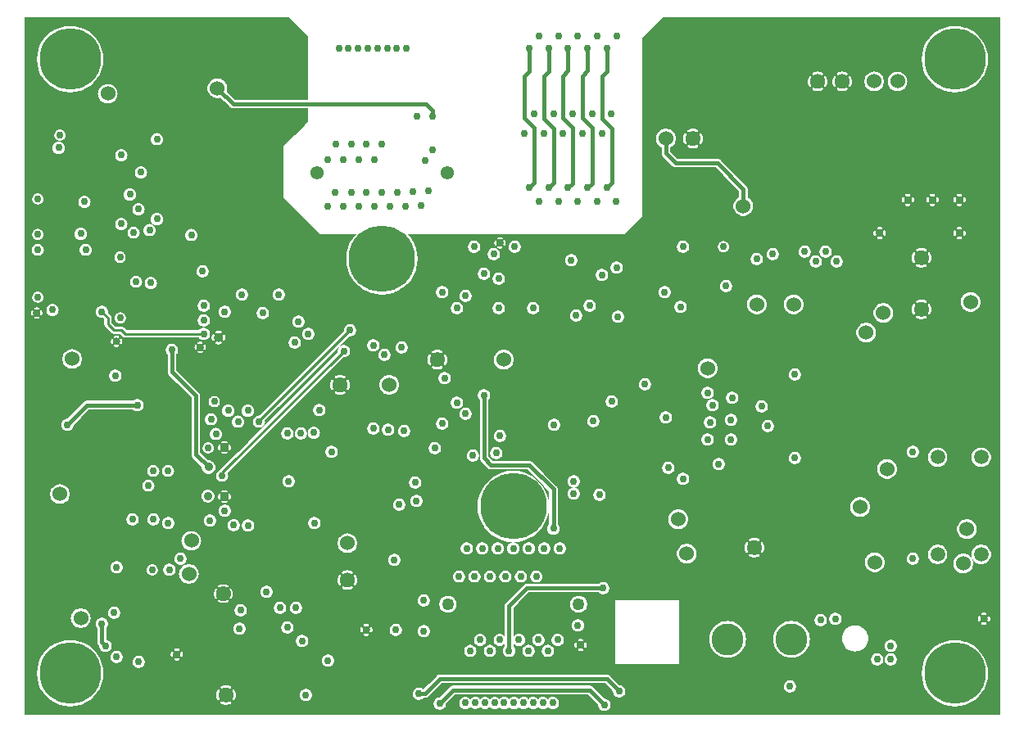
<source format=gbr>
G04 start of page 3 for group 1 idx 2 *
G04 Title: (unknown), 2PV *
G04 Creator: pcb 20110918 *
G04 CreationDate: Fri Feb 21 23:26:37 2014 UTC *
G04 For: fosse *
G04 Format: Gerber/RS-274X *
G04 PCB-Dimensions: 550000 350000 *
G04 PCB-Coordinate-Origin: lower left *
%MOIN*%
%FSLAX25Y25*%
%LNGROUP1*%
%ADD75C,0.0433*%
%ADD74C,0.0945*%
%ADD73C,0.1090*%
%ADD72C,0.1150*%
%ADD71C,0.0354*%
%ADD70C,0.1160*%
%ADD69C,0.0200*%
%ADD68C,0.0350*%
%ADD67C,0.0360*%
%ADD66C,0.0600*%
%ADD65C,0.0300*%
%ADD64C,0.0591*%
%ADD63C,0.2500*%
%ADD62C,0.0494*%
%ADD61C,0.1300*%
%ADD60C,0.0544*%
%ADD59C,0.2700*%
%ADD58C,0.0150*%
%ADD57C,0.0100*%
%ADD56C,0.0001*%
G54D56*G36*
X433416Y305500D02*X438000D01*
Y21500D01*
X433416D01*
Y59438D01*
X433469Y59444D01*
X433545Y59465D01*
X433617Y59497D01*
X433682Y59540D01*
X433741Y59593D01*
X433790Y59654D01*
X433829Y59722D01*
X433856Y59796D01*
X433915Y60027D01*
X433949Y60262D01*
X433960Y60500D01*
X433949Y60738D01*
X433915Y60973D01*
X433859Y61205D01*
X433831Y61279D01*
X433792Y61347D01*
X433742Y61409D01*
X433683Y61462D01*
X433617Y61505D01*
X433545Y61537D01*
X433469Y61558D01*
X433416Y61563D01*
Y84275D01*
X433535Y84413D01*
X433860Y84944D01*
X434098Y85519D01*
X434243Y86124D01*
X434280Y86744D01*
X434243Y87364D01*
X434098Y87969D01*
X433860Y88544D01*
X433535Y89075D01*
X433416Y89213D01*
Y123787D01*
X433535Y123925D01*
X433860Y124456D01*
X434098Y125031D01*
X434243Y125636D01*
X434280Y126256D01*
X434243Y126876D01*
X434098Y127481D01*
X433860Y128056D01*
X433535Y128587D01*
X433416Y128725D01*
Y305500D01*
G37*
G36*
Y89213D02*X433131Y89548D01*
X432658Y89952D01*
X432127Y90277D01*
X431552Y90515D01*
X431458Y90538D01*
Y122462D01*
X431552Y122485D01*
X432127Y122723D01*
X432658Y123048D01*
X433131Y123452D01*
X433416Y123787D01*
Y89213D01*
G37*
G36*
Y21500D02*X431458D01*
Y31837D01*
X431676Y32192D01*
X432489Y34155D01*
X432985Y36222D01*
X433110Y38340D01*
X432985Y40458D01*
X432489Y42525D01*
X431676Y44488D01*
X431458Y44843D01*
Y57997D01*
X431695Y58008D01*
X431930Y58042D01*
X432162Y58098D01*
X432236Y58126D01*
X432304Y58165D01*
X432366Y58215D01*
X432419Y58274D01*
X432462Y58340D01*
X432494Y58412D01*
X432515Y58488D01*
X432523Y58566D01*
X432519Y58645D01*
X432503Y58723D01*
X432475Y58796D01*
X432436Y58865D01*
X432386Y58926D01*
X432327Y58979D01*
X432261Y59023D01*
X432189Y59055D01*
X432113Y59075D01*
X432035Y59084D01*
X431956Y59080D01*
X431879Y59062D01*
X431741Y59027D01*
X431599Y59007D01*
X431458Y59000D01*
Y62000D01*
X431599Y61993D01*
X431741Y61973D01*
X431879Y61939D01*
X431956Y61922D01*
X432035Y61918D01*
X432113Y61926D01*
X432189Y61947D01*
X432261Y61979D01*
X432326Y62022D01*
X432385Y62075D01*
X432434Y62136D01*
X432473Y62204D01*
X432501Y62278D01*
X432517Y62355D01*
X432521Y62434D01*
X432513Y62512D01*
X432492Y62588D01*
X432460Y62660D01*
X432417Y62725D01*
X432364Y62784D01*
X432303Y62833D01*
X432235Y62872D01*
X432161Y62899D01*
X431930Y62958D01*
X431695Y62992D01*
X431458Y63003D01*
Y82950D01*
X431552Y82973D01*
X432127Y83211D01*
X432658Y83536D01*
X433131Y83940D01*
X433416Y84275D01*
Y61563D01*
X433391Y61566D01*
X433312Y61562D01*
X433234Y61546D01*
X433161Y61518D01*
X433092Y61479D01*
X433031Y61429D01*
X432978Y61370D01*
X432934Y61304D01*
X432902Y61232D01*
X432882Y61156D01*
X432873Y61078D01*
X432877Y60999D01*
X432895Y60922D01*
X432930Y60784D01*
X432950Y60642D01*
X432957Y60500D01*
X432950Y60358D01*
X432930Y60216D01*
X432896Y60078D01*
X432879Y60001D01*
X432875Y59922D01*
X432883Y59844D01*
X432904Y59768D01*
X432936Y59696D01*
X432979Y59631D01*
X433032Y59572D01*
X433093Y59523D01*
X433161Y59484D01*
X433235Y59456D01*
X433312Y59440D01*
X433391Y59436D01*
X433416Y59438D01*
Y21500D01*
G37*
G36*
X431458Y305500D02*X433416D01*
Y128725D01*
X433131Y129060D01*
X432658Y129464D01*
X432127Y129789D01*
X431552Y130027D01*
X431458Y130050D01*
Y281837D01*
X431676Y282192D01*
X432489Y284155D01*
X432985Y286222D01*
X433110Y288340D01*
X432985Y290458D01*
X432489Y292525D01*
X431676Y294488D01*
X431458Y294843D01*
Y305500D01*
G37*
G36*
X429498Y29130D02*X430565Y30380D01*
X431458Y31837D01*
Y21500D01*
X429498D01*
Y29130D01*
G37*
G36*
Y82878D02*X429707Y82828D01*
X430327Y82779D01*
X430947Y82828D01*
X431458Y82950D01*
Y63003D01*
X431457Y63003D01*
X431219Y62992D01*
X430984Y62958D01*
X430752Y62902D01*
X430678Y62874D01*
X430610Y62835D01*
X430548Y62785D01*
X430495Y62726D01*
X430452Y62660D01*
X430420Y62588D01*
X430399Y62512D01*
X430391Y62434D01*
X430395Y62355D01*
X430411Y62277D01*
X430439Y62204D01*
X430478Y62135D01*
X430528Y62074D01*
X430587Y62021D01*
X430653Y61977D01*
X430725Y61945D01*
X430801Y61925D01*
X430879Y61916D01*
X430958Y61920D01*
X431035Y61938D01*
X431173Y61973D01*
X431315Y61993D01*
X431457Y62000D01*
X431458Y62000D01*
Y59000D01*
X431457Y59000D01*
X431315Y59007D01*
X431173Y59027D01*
X431035Y59061D01*
X430958Y59078D01*
X430879Y59082D01*
X430801Y59074D01*
X430725Y59053D01*
X430653Y59021D01*
X430588Y58978D01*
X430529Y58925D01*
X430480Y58864D01*
X430441Y58796D01*
X430413Y58722D01*
X430397Y58645D01*
X430393Y58566D01*
X430401Y58488D01*
X430422Y58412D01*
X430454Y58340D01*
X430497Y58275D01*
X430550Y58216D01*
X430611Y58167D01*
X430679Y58128D01*
X430753Y58101D01*
X430984Y58042D01*
X431219Y58008D01*
X431457Y57997D01*
X431458Y57997D01*
Y44843D01*
X430565Y46300D01*
X429498Y47550D01*
Y59437D01*
X429523Y59434D01*
X429602Y59438D01*
X429680Y59454D01*
X429753Y59482D01*
X429822Y59521D01*
X429883Y59571D01*
X429936Y59630D01*
X429980Y59696D01*
X430012Y59768D01*
X430032Y59844D01*
X430041Y59922D01*
X430037Y60001D01*
X430019Y60078D01*
X429984Y60216D01*
X429964Y60358D01*
X429957Y60500D01*
X429964Y60642D01*
X429984Y60784D01*
X430018Y60922D01*
X430035Y60999D01*
X430039Y61078D01*
X430031Y61156D01*
X430010Y61232D01*
X429978Y61304D01*
X429935Y61369D01*
X429882Y61428D01*
X429821Y61477D01*
X429753Y61516D01*
X429679Y61544D01*
X429602Y61560D01*
X429523Y61564D01*
X429498Y61562D01*
Y82878D01*
G37*
G36*
Y122390D02*X429707Y122340D01*
X430327Y122291D01*
X430947Y122340D01*
X431458Y122462D01*
Y90538D01*
X430947Y90660D01*
X430327Y90709D01*
X429707Y90660D01*
X429498Y90610D01*
Y122390D01*
G37*
G36*
Y279130D02*X430565Y280380D01*
X431458Y281837D01*
Y130050D01*
X430947Y130172D01*
X430327Y130221D01*
X429707Y130172D01*
X429498Y130122D01*
Y187552D01*
X429575Y187678D01*
X429816Y188260D01*
X429963Y188872D01*
X430000Y189500D01*
X429963Y190128D01*
X429816Y190740D01*
X429575Y191322D01*
X429498Y191448D01*
Y279130D01*
G37*
G36*
Y305500D02*X431458D01*
Y294843D01*
X430565Y296300D01*
X429498Y297550D01*
Y305500D01*
G37*
G36*
X424494Y25751D02*X425758Y26274D01*
X427570Y27385D01*
X429185Y28765D01*
X429498Y29130D01*
Y21500D01*
X424494D01*
Y25751D01*
G37*
G36*
Y185794D02*X424760Y185684D01*
X425372Y185537D01*
X426000Y185488D01*
X426628Y185537D01*
X427240Y185684D01*
X427822Y185925D01*
X428358Y186254D01*
X428837Y186663D01*
X429246Y187142D01*
X429498Y187552D01*
Y130122D01*
X429102Y130027D01*
X428527Y129789D01*
X427996Y129464D01*
X427523Y129060D01*
X427119Y128587D01*
X426794Y128056D01*
X426556Y127481D01*
X426411Y126876D01*
X426362Y126256D01*
X426411Y125636D01*
X426556Y125031D01*
X426794Y124456D01*
X427119Y123925D01*
X427523Y123452D01*
X427996Y123048D01*
X428527Y122723D01*
X429102Y122485D01*
X429498Y122390D01*
Y90610D01*
X429102Y90515D01*
X428527Y90277D01*
X427996Y89952D01*
X427523Y89548D01*
X427119Y89075D01*
X426794Y88544D01*
X426556Y87969D01*
X426411Y87364D01*
X426362Y86744D01*
X426411Y86124D01*
X426556Y85519D01*
X426794Y84944D01*
X427119Y84413D01*
X427523Y83940D01*
X427996Y83536D01*
X428527Y83211D01*
X429102Y82973D01*
X429498Y82878D01*
Y61562D01*
X429445Y61556D01*
X429369Y61535D01*
X429297Y61503D01*
X429232Y61460D01*
X429173Y61407D01*
X429124Y61346D01*
X429085Y61278D01*
X429058Y61204D01*
X428999Y60973D01*
X428965Y60738D01*
X428954Y60500D01*
X428965Y60262D01*
X428999Y60027D01*
X429055Y59795D01*
X429083Y59721D01*
X429122Y59653D01*
X429172Y59591D01*
X429231Y59538D01*
X429297Y59495D01*
X429369Y59463D01*
X429445Y59442D01*
X429498Y59437D01*
Y47550D01*
X429185Y47915D01*
X427570Y49295D01*
X425758Y50406D01*
X424494Y50929D01*
Y79289D01*
X424822Y79425D01*
X425358Y79754D01*
X425837Y80163D01*
X426246Y80642D01*
X426575Y81178D01*
X426816Y81760D01*
X426963Y82372D01*
X427000Y83000D01*
X426963Y83628D01*
X426816Y84240D01*
X426575Y84822D01*
X426246Y85358D01*
X425837Y85837D01*
X425358Y86246D01*
X424822Y86575D01*
X424494Y86711D01*
Y92988D01*
X424500Y92988D01*
X425128Y93037D01*
X425740Y93184D01*
X426322Y93425D01*
X426858Y93754D01*
X427337Y94163D01*
X427746Y94642D01*
X428075Y95178D01*
X428316Y95760D01*
X428463Y96372D01*
X428500Y97000D01*
X428463Y97628D01*
X428316Y98240D01*
X428075Y98822D01*
X427746Y99358D01*
X427337Y99837D01*
X426858Y100246D01*
X426322Y100575D01*
X425740Y100816D01*
X425128Y100963D01*
X424500Y101012D01*
X424494Y101012D01*
Y185794D01*
G37*
G36*
Y275751D02*X425758Y276274D01*
X427570Y277385D01*
X429185Y278765D01*
X429498Y279130D01*
Y191448D01*
X429246Y191858D01*
X428837Y192337D01*
X428358Y192746D01*
X427822Y193075D01*
X427240Y193316D01*
X426628Y193463D01*
X426000Y193512D01*
X425372Y193463D01*
X424760Y193316D01*
X424494Y193206D01*
Y275751D01*
G37*
G36*
Y305500D02*X429498D01*
Y297550D01*
X429185Y297915D01*
X427570Y299295D01*
X425758Y300406D01*
X424494Y300929D01*
Y305500D01*
G37*
G36*
X421501Y24947D02*X421728Y24965D01*
X423795Y25461D01*
X424494Y25751D01*
Y21500D01*
X421501D01*
Y24947D01*
G37*
G36*
Y79291D02*X421760Y79184D01*
X422372Y79037D01*
X423000Y78988D01*
X423628Y79037D01*
X424240Y79184D01*
X424494Y79289D01*
Y50929D01*
X423795Y51219D01*
X421728Y51715D01*
X421501Y51733D01*
Y79291D01*
G37*
G36*
Y94353D02*X421663Y94163D01*
X422142Y93754D01*
X422678Y93425D01*
X423260Y93184D01*
X423872Y93037D01*
X424494Y92988D01*
Y86711D01*
X424240Y86816D01*
X423628Y86963D01*
X423000Y87012D01*
X422372Y86963D01*
X421760Y86816D01*
X421501Y86709D01*
Y94353D01*
G37*
G36*
X423459Y186410D02*X423642Y186254D01*
X424178Y185925D01*
X424494Y185794D01*
Y101012D01*
X423872Y100963D01*
X423459Y100864D01*
Y186410D01*
G37*
G36*
Y275381D02*X423795Y275461D01*
X424494Y275751D01*
Y193206D01*
X424178Y193075D01*
X423642Y192746D01*
X423459Y192590D01*
Y216438D01*
X423512Y216444D01*
X423588Y216465D01*
X423660Y216497D01*
X423725Y216540D01*
X423784Y216593D01*
X423833Y216654D01*
X423872Y216722D01*
X423899Y216796D01*
X423958Y217027D01*
X423992Y217262D01*
X424003Y217500D01*
X423992Y217738D01*
X423958Y217973D01*
X423902Y218205D01*
X423874Y218279D01*
X423835Y218347D01*
X423785Y218409D01*
X423726Y218462D01*
X423660Y218505D01*
X423588Y218537D01*
X423512Y218558D01*
X423459Y218563D01*
Y229938D01*
X423512Y229944D01*
X423588Y229965D01*
X423660Y229997D01*
X423725Y230040D01*
X423784Y230093D01*
X423833Y230154D01*
X423872Y230222D01*
X423899Y230296D01*
X423958Y230527D01*
X423992Y230762D01*
X424003Y231000D01*
X423992Y231238D01*
X423958Y231473D01*
X423902Y231705D01*
X423874Y231779D01*
X423835Y231847D01*
X423785Y231909D01*
X423726Y231962D01*
X423660Y232005D01*
X423588Y232037D01*
X423512Y232058D01*
X423459Y232063D01*
Y275381D01*
G37*
G36*
X421501Y274947D02*X421728Y274965D01*
X423459Y275381D01*
Y232063D01*
X423434Y232066D01*
X423355Y232062D01*
X423277Y232046D01*
X423204Y232018D01*
X423135Y231979D01*
X423074Y231929D01*
X423021Y231870D01*
X422977Y231804D01*
X422945Y231732D01*
X422925Y231656D01*
X422916Y231578D01*
X422920Y231499D01*
X422938Y231422D01*
X422973Y231284D01*
X422993Y231142D01*
X423000Y231000D01*
X422993Y230858D01*
X422973Y230716D01*
X422939Y230578D01*
X422922Y230501D01*
X422918Y230422D01*
X422926Y230344D01*
X422947Y230268D01*
X422979Y230196D01*
X423022Y230131D01*
X423075Y230072D01*
X423136Y230023D01*
X423204Y229984D01*
X423278Y229956D01*
X423355Y229940D01*
X423434Y229936D01*
X423459Y229938D01*
Y218563D01*
X423434Y218566D01*
X423355Y218562D01*
X423277Y218546D01*
X423204Y218518D01*
X423135Y218479D01*
X423074Y218429D01*
X423021Y218370D01*
X422977Y218304D01*
X422945Y218232D01*
X422925Y218156D01*
X422916Y218078D01*
X422920Y217999D01*
X422938Y217922D01*
X422973Y217784D01*
X422993Y217642D01*
X423000Y217500D01*
X422993Y217358D01*
X422973Y217216D01*
X422939Y217078D01*
X422922Y217001D01*
X422918Y216922D01*
X422926Y216844D01*
X422947Y216768D01*
X422979Y216696D01*
X423022Y216631D01*
X423075Y216572D01*
X423136Y216523D01*
X423204Y216484D01*
X423278Y216456D01*
X423355Y216440D01*
X423434Y216436D01*
X423459Y216438D01*
Y192590D01*
X423163Y192337D01*
X422754Y191858D01*
X422425Y191322D01*
X422184Y190740D01*
X422037Y190128D01*
X421988Y189500D01*
X422037Y188872D01*
X422184Y188260D01*
X422425Y187678D01*
X422754Y187142D01*
X423163Y186663D01*
X423459Y186410D01*
Y100864D01*
X423260Y100816D01*
X422678Y100575D01*
X422142Y100246D01*
X421663Y99837D01*
X421501Y99647D01*
Y214997D01*
X421738Y215008D01*
X421973Y215042D01*
X422205Y215098D01*
X422279Y215126D01*
X422347Y215165D01*
X422409Y215215D01*
X422462Y215274D01*
X422505Y215340D01*
X422537Y215412D01*
X422558Y215488D01*
X422566Y215566D01*
X422562Y215645D01*
X422546Y215723D01*
X422518Y215796D01*
X422479Y215865D01*
X422429Y215926D01*
X422370Y215979D01*
X422304Y216023D01*
X422232Y216055D01*
X422156Y216075D01*
X422078Y216084D01*
X421999Y216080D01*
X421922Y216062D01*
X421784Y216027D01*
X421642Y216007D01*
X421501Y216000D01*
Y219000D01*
X421642Y218993D01*
X421784Y218973D01*
X421922Y218939D01*
X421999Y218922D01*
X422078Y218918D01*
X422156Y218926D01*
X422232Y218947D01*
X422304Y218979D01*
X422369Y219022D01*
X422428Y219075D01*
X422477Y219136D01*
X422516Y219204D01*
X422544Y219278D01*
X422560Y219355D01*
X422564Y219434D01*
X422556Y219512D01*
X422535Y219588D01*
X422503Y219660D01*
X422460Y219725D01*
X422407Y219784D01*
X422346Y219833D01*
X422278Y219872D01*
X422204Y219899D01*
X421973Y219958D01*
X421738Y219992D01*
X421501Y220003D01*
Y228497D01*
X421738Y228508D01*
X421973Y228542D01*
X422205Y228598D01*
X422279Y228626D01*
X422347Y228665D01*
X422409Y228715D01*
X422462Y228774D01*
X422505Y228840D01*
X422537Y228912D01*
X422558Y228988D01*
X422566Y229066D01*
X422562Y229145D01*
X422546Y229223D01*
X422518Y229296D01*
X422479Y229365D01*
X422429Y229426D01*
X422370Y229479D01*
X422304Y229523D01*
X422232Y229555D01*
X422156Y229575D01*
X422078Y229584D01*
X421999Y229580D01*
X421922Y229562D01*
X421784Y229527D01*
X421642Y229507D01*
X421501Y229500D01*
Y232500D01*
X421642Y232493D01*
X421784Y232473D01*
X421922Y232439D01*
X421999Y232422D01*
X422078Y232418D01*
X422156Y232426D01*
X422232Y232447D01*
X422304Y232479D01*
X422369Y232522D01*
X422428Y232575D01*
X422477Y232636D01*
X422516Y232704D01*
X422544Y232778D01*
X422560Y232855D01*
X422564Y232934D01*
X422556Y233012D01*
X422535Y233088D01*
X422503Y233160D01*
X422460Y233225D01*
X422407Y233284D01*
X422346Y233333D01*
X422278Y233372D01*
X422204Y233399D01*
X421973Y233458D01*
X421738Y233492D01*
X421501Y233503D01*
Y274947D01*
G37*
G36*
Y305500D02*X424494D01*
Y300929D01*
X423795Y301219D01*
X421728Y301715D01*
X421501Y301733D01*
Y305500D01*
G37*
G36*
X419541Y24804D02*X419610Y24798D01*
X421501Y24947D01*
Y21500D01*
X419541D01*
Y24804D01*
G37*
G36*
Y80990D02*X419754Y80642D01*
X420163Y80163D01*
X420642Y79754D01*
X421178Y79425D01*
X421501Y79291D01*
Y51733D01*
X419610Y51882D01*
X419541Y51876D01*
Y80990D01*
G37*
G36*
Y274804D02*X419610Y274798D01*
X421501Y274947D01*
Y233503D01*
X421500Y233503D01*
X421262Y233492D01*
X421027Y233458D01*
X420795Y233402D01*
X420721Y233374D01*
X420653Y233335D01*
X420591Y233285D01*
X420538Y233226D01*
X420495Y233160D01*
X420463Y233088D01*
X420442Y233012D01*
X420434Y232934D01*
X420438Y232855D01*
X420454Y232777D01*
X420482Y232704D01*
X420521Y232635D01*
X420571Y232574D01*
X420630Y232521D01*
X420696Y232477D01*
X420768Y232445D01*
X420844Y232425D01*
X420922Y232416D01*
X421001Y232420D01*
X421078Y232438D01*
X421216Y232473D01*
X421358Y232493D01*
X421500Y232500D01*
X421501Y232500D01*
Y229500D01*
X421500Y229500D01*
X421358Y229507D01*
X421216Y229527D01*
X421078Y229561D01*
X421001Y229578D01*
X420922Y229582D01*
X420844Y229574D01*
X420768Y229553D01*
X420696Y229521D01*
X420631Y229478D01*
X420572Y229425D01*
X420523Y229364D01*
X420484Y229296D01*
X420456Y229222D01*
X420440Y229145D01*
X420436Y229066D01*
X420444Y228988D01*
X420465Y228912D01*
X420497Y228840D01*
X420540Y228775D01*
X420593Y228716D01*
X420654Y228667D01*
X420722Y228628D01*
X420796Y228601D01*
X421027Y228542D01*
X421262Y228508D01*
X421500Y228497D01*
X421501Y228497D01*
Y220003D01*
X421500Y220003D01*
X421262Y219992D01*
X421027Y219958D01*
X420795Y219902D01*
X420721Y219874D01*
X420653Y219835D01*
X420591Y219785D01*
X420538Y219726D01*
X420495Y219660D01*
X420463Y219588D01*
X420442Y219512D01*
X420434Y219434D01*
X420438Y219355D01*
X420454Y219277D01*
X420482Y219204D01*
X420521Y219135D01*
X420571Y219074D01*
X420630Y219021D01*
X420696Y218977D01*
X420768Y218945D01*
X420844Y218925D01*
X420922Y218916D01*
X421001Y218920D01*
X421078Y218938D01*
X421216Y218973D01*
X421358Y218993D01*
X421500Y219000D01*
X421501Y219000D01*
Y216000D01*
X421500Y216000D01*
X421358Y216007D01*
X421216Y216027D01*
X421078Y216061D01*
X421001Y216078D01*
X420922Y216082D01*
X420844Y216074D01*
X420768Y216053D01*
X420696Y216021D01*
X420631Y215978D01*
X420572Y215925D01*
X420523Y215864D01*
X420484Y215796D01*
X420456Y215722D01*
X420440Y215645D01*
X420436Y215566D01*
X420444Y215488D01*
X420465Y215412D01*
X420497Y215340D01*
X420540Y215275D01*
X420593Y215216D01*
X420654Y215167D01*
X420722Y215128D01*
X420796Y215101D01*
X421027Y215042D01*
X421262Y215008D01*
X421500Y214997D01*
X421501Y214997D01*
Y99647D01*
X421254Y99358D01*
X420925Y98822D01*
X420684Y98240D01*
X420537Y97628D01*
X420488Y97000D01*
X420537Y96372D01*
X420684Y95760D01*
X420925Y95178D01*
X421254Y94642D01*
X421501Y94353D01*
Y86709D01*
X421178Y86575D01*
X420642Y86246D01*
X420163Y85837D01*
X419754Y85358D01*
X419541Y85010D01*
Y216437D01*
X419566Y216434D01*
X419645Y216438D01*
X419723Y216454D01*
X419796Y216482D01*
X419865Y216521D01*
X419926Y216571D01*
X419979Y216630D01*
X420023Y216696D01*
X420055Y216768D01*
X420075Y216844D01*
X420084Y216922D01*
X420080Y217001D01*
X420062Y217078D01*
X420027Y217216D01*
X420007Y217358D01*
X420000Y217500D01*
X420007Y217642D01*
X420027Y217784D01*
X420061Y217922D01*
X420078Y217999D01*
X420082Y218078D01*
X420074Y218156D01*
X420053Y218232D01*
X420021Y218304D01*
X419978Y218369D01*
X419925Y218428D01*
X419864Y218477D01*
X419796Y218516D01*
X419722Y218544D01*
X419645Y218560D01*
X419566Y218564D01*
X419541Y218562D01*
Y229937D01*
X419566Y229934D01*
X419645Y229938D01*
X419723Y229954D01*
X419796Y229982D01*
X419865Y230021D01*
X419926Y230071D01*
X419979Y230130D01*
X420023Y230196D01*
X420055Y230268D01*
X420075Y230344D01*
X420084Y230422D01*
X420080Y230501D01*
X420062Y230578D01*
X420027Y230716D01*
X420007Y230858D01*
X420000Y231000D01*
X420007Y231142D01*
X420027Y231284D01*
X420061Y231422D01*
X420078Y231499D01*
X420082Y231578D01*
X420074Y231656D01*
X420053Y231732D01*
X420021Y231804D01*
X419978Y231869D01*
X419925Y231928D01*
X419864Y231977D01*
X419796Y232016D01*
X419722Y232044D01*
X419645Y232060D01*
X419566Y232064D01*
X419541Y232062D01*
Y274804D01*
G37*
G36*
Y305500D02*X421501D01*
Y301733D01*
X419610Y301882D01*
X419541Y301876D01*
Y305500D01*
G37*
G36*
X409284Y29644D02*X410035Y28765D01*
X411650Y27385D01*
X413462Y26274D01*
X415425Y25461D01*
X417492Y24965D01*
X419541Y24804D01*
Y21500D01*
X409284D01*
Y29644D01*
G37*
G36*
X412459Y276889D02*X413462Y276274D01*
X415425Y275461D01*
X417492Y274965D01*
X419541Y274804D01*
Y232062D01*
X419488Y232056D01*
X419412Y232035D01*
X419340Y232003D01*
X419275Y231960D01*
X419216Y231907D01*
X419167Y231846D01*
X419128Y231778D01*
X419101Y231704D01*
X419042Y231473D01*
X419008Y231238D01*
X418997Y231000D01*
X419008Y230762D01*
X419042Y230527D01*
X419098Y230295D01*
X419126Y230221D01*
X419165Y230153D01*
X419215Y230091D01*
X419274Y230038D01*
X419340Y229995D01*
X419412Y229963D01*
X419488Y229942D01*
X419541Y229937D01*
Y218562D01*
X419488Y218556D01*
X419412Y218535D01*
X419340Y218503D01*
X419275Y218460D01*
X419216Y218407D01*
X419167Y218346D01*
X419128Y218278D01*
X419101Y218204D01*
X419042Y217973D01*
X419008Y217738D01*
X418997Y217500D01*
X419008Y217262D01*
X419042Y217027D01*
X419098Y216795D01*
X419126Y216721D01*
X419165Y216653D01*
X419215Y216591D01*
X419274Y216538D01*
X419340Y216495D01*
X419412Y216463D01*
X419488Y216442D01*
X419541Y216437D01*
Y85010D01*
X419425Y84822D01*
X419184Y84240D01*
X419037Y83628D01*
X418988Y83000D01*
X419037Y82372D01*
X419184Y81760D01*
X419425Y81178D01*
X419541Y80990D01*
Y51876D01*
X417492Y51715D01*
X415425Y51219D01*
X413462Y50406D01*
X412459Y49791D01*
Y82791D01*
X412610Y82779D01*
X413230Y82828D01*
X413835Y82973D01*
X414410Y83211D01*
X414941Y83536D01*
X415414Y83940D01*
X415818Y84413D01*
X416143Y84944D01*
X416381Y85519D01*
X416526Y86124D01*
X416563Y86744D01*
X416526Y87364D01*
X416381Y87969D01*
X416143Y88544D01*
X415818Y89075D01*
X415414Y89548D01*
X414941Y89952D01*
X414410Y90277D01*
X413835Y90515D01*
X413230Y90660D01*
X412610Y90709D01*
X412459Y90697D01*
Y122303D01*
X412610Y122291D01*
X413230Y122340D01*
X413835Y122485D01*
X414410Y122723D01*
X414941Y123048D01*
X415414Y123452D01*
X415818Y123925D01*
X416143Y124456D01*
X416381Y125031D01*
X416526Y125636D01*
X416563Y126256D01*
X416526Y126876D01*
X416381Y127481D01*
X416143Y128056D01*
X415818Y128587D01*
X415414Y129060D01*
X414941Y129464D01*
X414410Y129789D01*
X413835Y130027D01*
X413230Y130172D01*
X412610Y130221D01*
X412459Y130209D01*
Y229938D01*
X412512Y229944D01*
X412588Y229965D01*
X412660Y229997D01*
X412725Y230040D01*
X412784Y230093D01*
X412833Y230154D01*
X412872Y230222D01*
X412899Y230296D01*
X412958Y230527D01*
X412992Y230762D01*
X413003Y231000D01*
X412992Y231238D01*
X412958Y231473D01*
X412902Y231705D01*
X412874Y231779D01*
X412835Y231847D01*
X412785Y231909D01*
X412726Y231962D01*
X412660Y232005D01*
X412588Y232037D01*
X412512Y232058D01*
X412459Y232063D01*
Y276889D01*
G37*
G36*
Y90697D02*X411990Y90660D01*
X411385Y90515D01*
X410810Y90277D01*
X410501Y90088D01*
Y122912D01*
X410810Y122723D01*
X411385Y122485D01*
X411990Y122340D01*
X412459Y122303D01*
Y90697D01*
G37*
G36*
Y49791D02*X411650Y49295D01*
X410501Y48314D01*
Y83400D01*
X410810Y83211D01*
X411385Y82973D01*
X411990Y82828D01*
X412459Y82791D01*
Y49791D01*
G37*
G36*
X410501Y278366D02*X411650Y277385D01*
X412459Y276889D01*
Y232063D01*
X412434Y232066D01*
X412355Y232062D01*
X412277Y232046D01*
X412204Y232018D01*
X412135Y231979D01*
X412074Y231929D01*
X412021Y231870D01*
X411977Y231804D01*
X411945Y231732D01*
X411925Y231656D01*
X411916Y231578D01*
X411920Y231499D01*
X411938Y231422D01*
X411973Y231284D01*
X411993Y231142D01*
X412000Y231000D01*
X411993Y230858D01*
X411973Y230716D01*
X411939Y230578D01*
X411922Y230501D01*
X411918Y230422D01*
X411926Y230344D01*
X411947Y230268D01*
X411979Y230196D01*
X412022Y230131D01*
X412075Y230072D01*
X412136Y230023D01*
X412204Y229984D01*
X412278Y229956D01*
X412355Y229940D01*
X412434Y229936D01*
X412459Y229938D01*
Y130209D01*
X411990Y130172D01*
X411385Y130027D01*
X410810Y129789D01*
X410501Y129600D01*
Y228497D01*
X410738Y228508D01*
X410973Y228542D01*
X411205Y228598D01*
X411279Y228626D01*
X411347Y228665D01*
X411409Y228715D01*
X411462Y228774D01*
X411505Y228840D01*
X411537Y228912D01*
X411558Y228988D01*
X411566Y229066D01*
X411562Y229145D01*
X411546Y229223D01*
X411518Y229296D01*
X411479Y229365D01*
X411429Y229426D01*
X411370Y229479D01*
X411304Y229523D01*
X411232Y229555D01*
X411156Y229575D01*
X411078Y229584D01*
X410999Y229580D01*
X410922Y229562D01*
X410784Y229527D01*
X410642Y229507D01*
X410501Y229500D01*
Y232500D01*
X410642Y232493D01*
X410784Y232473D01*
X410922Y232439D01*
X410999Y232422D01*
X411078Y232418D01*
X411156Y232426D01*
X411232Y232447D01*
X411304Y232479D01*
X411369Y232522D01*
X411428Y232575D01*
X411477Y232636D01*
X411516Y232704D01*
X411544Y232778D01*
X411560Y232855D01*
X411564Y232934D01*
X411556Y233012D01*
X411535Y233088D01*
X411503Y233160D01*
X411460Y233225D01*
X411407Y233284D01*
X411346Y233333D01*
X411278Y233372D01*
X411204Y233399D01*
X410973Y233458D01*
X410738Y233492D01*
X410501Y233503D01*
Y278366D01*
G37*
G36*
Y90088D02*X410279Y89952D01*
X409806Y89548D01*
X409402Y89075D01*
X409284Y88882D01*
Y124118D01*
X409402Y123925D01*
X409806Y123452D01*
X410279Y123048D01*
X410501Y122912D01*
Y90088D01*
G37*
G36*
Y48314D02*X410035Y47915D01*
X409284Y47036D01*
Y84606D01*
X409402Y84413D01*
X409806Y83940D01*
X410279Y83536D01*
X410501Y83400D01*
Y48314D01*
G37*
G36*
X409284Y279644D02*X410035Y278765D01*
X410501Y278366D01*
Y233503D01*
X410500Y233503D01*
X410262Y233492D01*
X410027Y233458D01*
X409795Y233402D01*
X409721Y233374D01*
X409653Y233335D01*
X409591Y233285D01*
X409538Y233226D01*
X409495Y233160D01*
X409463Y233088D01*
X409442Y233012D01*
X409434Y232934D01*
X409438Y232855D01*
X409454Y232777D01*
X409482Y232704D01*
X409521Y232635D01*
X409571Y232574D01*
X409630Y232521D01*
X409696Y232477D01*
X409768Y232445D01*
X409844Y232425D01*
X409922Y232416D01*
X410001Y232420D01*
X410078Y232438D01*
X410216Y232473D01*
X410358Y232493D01*
X410500Y232500D01*
X410501Y232500D01*
Y229500D01*
X410500Y229500D01*
X410358Y229507D01*
X410216Y229527D01*
X410078Y229561D01*
X410001Y229578D01*
X409922Y229582D01*
X409844Y229574D01*
X409768Y229553D01*
X409696Y229521D01*
X409631Y229478D01*
X409572Y229425D01*
X409523Y229364D01*
X409484Y229296D01*
X409456Y229222D01*
X409440Y229145D01*
X409436Y229066D01*
X409444Y228988D01*
X409465Y228912D01*
X409497Y228840D01*
X409540Y228775D01*
X409593Y228716D01*
X409654Y228667D01*
X409722Y228628D01*
X409796Y228601D01*
X410027Y228542D01*
X410262Y228508D01*
X410500Y228497D01*
X410501Y228497D01*
Y129600D01*
X410279Y129464D01*
X409806Y129060D01*
X409402Y128587D01*
X409284Y128394D01*
Y184369D01*
X409287Y184370D01*
X409355Y184409D01*
X409416Y184458D01*
X409469Y184517D01*
X409511Y184583D01*
X409674Y184908D01*
X409803Y185248D01*
X409901Y185598D01*
X409967Y185956D01*
X410000Y186318D01*
Y186682D01*
X409967Y187044D01*
X409901Y187402D01*
X409803Y187752D01*
X409674Y188092D01*
X409515Y188419D01*
X409472Y188485D01*
X409419Y188544D01*
X409357Y188594D01*
X409288Y188633D01*
X409284Y188635D01*
Y205369D01*
X409287Y205370D01*
X409355Y205409D01*
X409416Y205458D01*
X409469Y205517D01*
X409511Y205583D01*
X409674Y205908D01*
X409803Y206248D01*
X409901Y206598D01*
X409967Y206956D01*
X410000Y207318D01*
Y207682D01*
X409967Y208044D01*
X409901Y208402D01*
X409803Y208752D01*
X409674Y209092D01*
X409515Y209419D01*
X409472Y209485D01*
X409419Y209544D01*
X409357Y209594D01*
X409288Y209633D01*
X409284Y209635D01*
Y279644D01*
G37*
G36*
Y305500D02*X419541D01*
Y301876D01*
X417492Y301715D01*
X415425Y301219D01*
X413462Y300406D01*
X411650Y299295D01*
X410035Y297915D01*
X409284Y297036D01*
Y305500D01*
G37*
G36*
X408541Y30567D02*X408655Y30380D01*
X409284Y29644D01*
Y21500D01*
X408541D01*
Y30567D01*
G37*
G36*
Y280567D02*X408655Y280380D01*
X409284Y279644D01*
Y209635D01*
X409214Y209661D01*
X409137Y209677D01*
X409058Y209681D01*
X408979Y209673D01*
X408903Y209652D01*
X408830Y209620D01*
X408764Y209577D01*
X408705Y209524D01*
X408656Y209462D01*
X408616Y209393D01*
X408588Y209319D01*
X408572Y209242D01*
X408568Y209163D01*
X408576Y209084D01*
X408597Y209007D01*
X408630Y208936D01*
X408753Y208693D01*
X408850Y208438D01*
X408923Y208176D01*
X408972Y207908D01*
X408997Y207636D01*
Y207364D01*
X408972Y207092D01*
X408923Y206824D01*
X408850Y206562D01*
X408753Y206307D01*
X408633Y206063D01*
X408600Y205991D01*
X408579Y205916D01*
X408571Y205837D01*
X408575Y205759D01*
X408591Y205682D01*
X408619Y205608D01*
X408658Y205540D01*
X408707Y205479D01*
X408766Y205426D01*
X408832Y205383D01*
X408904Y205351D01*
X408980Y205330D01*
X409058Y205322D01*
X409136Y205326D01*
X409213Y205342D01*
X409284Y205369D01*
Y188635D01*
X409214Y188661D01*
X409137Y188677D01*
X409058Y188681D01*
X408979Y188673D01*
X408903Y188652D01*
X408830Y188620D01*
X408764Y188577D01*
X408705Y188524D01*
X408656Y188462D01*
X408616Y188393D01*
X408588Y188319D01*
X408572Y188242D01*
X408568Y188163D01*
X408576Y188084D01*
X408597Y188007D01*
X408630Y187936D01*
X408753Y187693D01*
X408850Y187438D01*
X408923Y187176D01*
X408972Y186908D01*
X408997Y186636D01*
Y186364D01*
X408972Y186092D01*
X408923Y185824D01*
X408850Y185562D01*
X408753Y185307D01*
X408633Y185063D01*
X408600Y184991D01*
X408579Y184916D01*
X408571Y184837D01*
X408575Y184759D01*
X408591Y184682D01*
X408619Y184608D01*
X408658Y184540D01*
X408707Y184479D01*
X408766Y184426D01*
X408832Y184383D01*
X408904Y184351D01*
X408980Y184330D01*
X409058Y184322D01*
X409136Y184326D01*
X409213Y184342D01*
X409284Y184369D01*
Y128394D01*
X409077Y128056D01*
X408839Y127481D01*
X408694Y126876D01*
X408645Y126256D01*
X408694Y125636D01*
X408839Y125031D01*
X409077Y124456D01*
X409284Y124118D01*
Y88882D01*
X409077Y88544D01*
X408839Y87969D01*
X408694Y87364D01*
X408645Y86744D01*
X408694Y86124D01*
X408839Y85519D01*
X409077Y84944D01*
X409284Y84606D01*
Y47036D01*
X408655Y46300D01*
X408541Y46113D01*
Y229937D01*
X408566Y229934D01*
X408645Y229938D01*
X408723Y229954D01*
X408796Y229982D01*
X408865Y230021D01*
X408926Y230071D01*
X408979Y230130D01*
X409023Y230196D01*
X409055Y230268D01*
X409075Y230344D01*
X409084Y230422D01*
X409080Y230501D01*
X409062Y230578D01*
X409027Y230716D01*
X409007Y230858D01*
X409000Y231000D01*
X409007Y231142D01*
X409027Y231284D01*
X409061Y231422D01*
X409078Y231499D01*
X409082Y231578D01*
X409074Y231656D01*
X409053Y231732D01*
X409021Y231804D01*
X408978Y231869D01*
X408925Y231928D01*
X408864Y231977D01*
X408796Y232016D01*
X408722Y232044D01*
X408645Y232060D01*
X408566Y232064D01*
X408541Y232062D01*
Y280567D01*
G37*
G36*
Y305500D02*X409284D01*
Y297036D01*
X408655Y296300D01*
X408541Y296113D01*
Y305500D01*
G37*
G36*
X406002D02*X408541D01*
Y296113D01*
X407544Y294488D01*
X406731Y292525D01*
X406235Y290458D01*
X406068Y288340D01*
X406235Y286222D01*
X406731Y284155D01*
X407544Y282192D01*
X408541Y280567D01*
Y232062D01*
X408488Y232056D01*
X408412Y232035D01*
X408340Y232003D01*
X408275Y231960D01*
X408216Y231907D01*
X408167Y231846D01*
X408128Y231778D01*
X408101Y231704D01*
X408042Y231473D01*
X408008Y231238D01*
X407997Y231000D01*
X408008Y230762D01*
X408042Y230527D01*
X408098Y230295D01*
X408126Y230221D01*
X408165Y230153D01*
X408215Y230091D01*
X408274Y230038D01*
X408340Y229995D01*
X408412Y229963D01*
X408488Y229942D01*
X408541Y229937D01*
Y46113D01*
X407544Y44488D01*
X406731Y42525D01*
X406235Y40458D01*
X406068Y38340D01*
X406235Y36222D01*
X406731Y34155D01*
X407544Y32192D01*
X408541Y30567D01*
Y21500D01*
X406002D01*
Y182500D01*
X406182D01*
X406544Y182533D01*
X406902Y182599D01*
X407252Y182697D01*
X407592Y182826D01*
X407919Y182985D01*
X407985Y183028D01*
X408044Y183081D01*
X408094Y183143D01*
X408133Y183212D01*
X408161Y183286D01*
X408177Y183363D01*
X408181Y183442D01*
X408173Y183521D01*
X408152Y183597D01*
X408120Y183670D01*
X408077Y183736D01*
X408024Y183795D01*
X407962Y183844D01*
X407893Y183884D01*
X407819Y183912D01*
X407742Y183928D01*
X407663Y183932D01*
X407584Y183924D01*
X407507Y183903D01*
X407436Y183870D01*
X407193Y183747D01*
X406938Y183650D01*
X406676Y183577D01*
X406408Y183528D01*
X406136Y183503D01*
X406002D01*
Y189497D01*
X406136D01*
X406408Y189472D01*
X406676Y189423D01*
X406938Y189350D01*
X407193Y189253D01*
X407437Y189133D01*
X407509Y189100D01*
X407584Y189079D01*
X407663Y189071D01*
X407741Y189075D01*
X407818Y189091D01*
X407892Y189119D01*
X407960Y189158D01*
X408021Y189207D01*
X408074Y189266D01*
X408117Y189332D01*
X408149Y189404D01*
X408170Y189480D01*
X408178Y189558D01*
X408174Y189636D01*
X408158Y189713D01*
X408130Y189787D01*
X408091Y189855D01*
X408042Y189916D01*
X407983Y189969D01*
X407917Y190011D01*
X407592Y190174D01*
X407252Y190303D01*
X406902Y190401D01*
X406544Y190467D01*
X406182Y190500D01*
X406002D01*
Y203500D01*
X406182D01*
X406544Y203533D01*
X406902Y203599D01*
X407252Y203697D01*
X407592Y203826D01*
X407919Y203985D01*
X407985Y204028D01*
X408044Y204081D01*
X408094Y204143D01*
X408133Y204212D01*
X408161Y204286D01*
X408177Y204363D01*
X408181Y204442D01*
X408173Y204521D01*
X408152Y204597D01*
X408120Y204670D01*
X408077Y204736D01*
X408024Y204795D01*
X407962Y204844D01*
X407893Y204884D01*
X407819Y204912D01*
X407742Y204928D01*
X407663Y204932D01*
X407584Y204924D01*
X407507Y204903D01*
X407436Y204870D01*
X407193Y204747D01*
X406938Y204650D01*
X406676Y204577D01*
X406408Y204528D01*
X406136Y204503D01*
X406002D01*
Y210497D01*
X406136D01*
X406408Y210472D01*
X406676Y210423D01*
X406938Y210350D01*
X407193Y210253D01*
X407437Y210133D01*
X407509Y210100D01*
X407584Y210079D01*
X407663Y210071D01*
X407741Y210075D01*
X407818Y210091D01*
X407892Y210119D01*
X407960Y210158D01*
X408021Y210207D01*
X408074Y210266D01*
X408117Y210332D01*
X408149Y210404D01*
X408170Y210480D01*
X408178Y210558D01*
X408174Y210636D01*
X408158Y210713D01*
X408130Y210787D01*
X408091Y210855D01*
X408042Y210916D01*
X407983Y210969D01*
X407917Y211011D01*
X407592Y211174D01*
X407252Y211303D01*
X406902Y211401D01*
X406544Y211467D01*
X406182Y211500D01*
X406002D01*
Y305500D01*
G37*
G36*
X402496D02*X406002D01*
Y211500D01*
X405818D01*
X405456Y211467D01*
X405098Y211401D01*
X404748Y211303D01*
X404408Y211174D01*
X404081Y211015D01*
X404015Y210972D01*
X403956Y210919D01*
X403906Y210857D01*
X403867Y210788D01*
X403839Y210714D01*
X403823Y210637D01*
X403819Y210558D01*
X403827Y210479D01*
X403848Y210403D01*
X403880Y210330D01*
X403923Y210264D01*
X403976Y210205D01*
X404038Y210156D01*
X404107Y210116D01*
X404181Y210088D01*
X404258Y210072D01*
X404337Y210068D01*
X404416Y210076D01*
X404493Y210097D01*
X404564Y210130D01*
X404807Y210253D01*
X405062Y210350D01*
X405324Y210423D01*
X405592Y210472D01*
X405864Y210497D01*
X406002D01*
Y204503D01*
X405864D01*
X405592Y204528D01*
X405324Y204577D01*
X405062Y204650D01*
X404807Y204747D01*
X404563Y204867D01*
X404491Y204900D01*
X404415Y204921D01*
X404337Y204929D01*
X404259Y204925D01*
X404182Y204909D01*
X404108Y204881D01*
X404040Y204842D01*
X403979Y204793D01*
X403926Y204734D01*
X403883Y204668D01*
X403851Y204596D01*
X403830Y204520D01*
X403822Y204442D01*
X403826Y204364D01*
X403842Y204287D01*
X403870Y204213D01*
X403909Y204145D01*
X403958Y204084D01*
X404017Y204031D01*
X404083Y203989D01*
X404408Y203826D01*
X404748Y203697D01*
X405098Y203599D01*
X405456Y203533D01*
X405818Y203500D01*
X406002D01*
Y190500D01*
X405818D01*
X405456Y190467D01*
X405098Y190401D01*
X404748Y190303D01*
X404408Y190174D01*
X404081Y190015D01*
X404015Y189972D01*
X403956Y189919D01*
X403906Y189857D01*
X403867Y189788D01*
X403839Y189714D01*
X403823Y189637D01*
X403819Y189558D01*
X403827Y189479D01*
X403848Y189403D01*
X403880Y189330D01*
X403923Y189264D01*
X403976Y189205D01*
X404038Y189156D01*
X404107Y189116D01*
X404181Y189088D01*
X404258Y189072D01*
X404337Y189068D01*
X404416Y189076D01*
X404493Y189097D01*
X404564Y189130D01*
X404807Y189253D01*
X405062Y189350D01*
X405324Y189423D01*
X405592Y189472D01*
X405864Y189497D01*
X406002D01*
Y183503D01*
X405864D01*
X405592Y183528D01*
X405324Y183577D01*
X405062Y183650D01*
X404807Y183747D01*
X404563Y183867D01*
X404491Y183900D01*
X404415Y183921D01*
X404337Y183929D01*
X404259Y183925D01*
X404182Y183909D01*
X404108Y183881D01*
X404040Y183842D01*
X403979Y183793D01*
X403926Y183734D01*
X403883Y183668D01*
X403851Y183596D01*
X403830Y183520D01*
X403822Y183442D01*
X403826Y183364D01*
X403842Y183287D01*
X403870Y183213D01*
X403909Y183145D01*
X403958Y183084D01*
X404017Y183031D01*
X404083Y182989D01*
X404408Y182826D01*
X404748Y182697D01*
X405098Y182599D01*
X405456Y182533D01*
X405818Y182500D01*
X406002D01*
Y21500D01*
X402496D01*
Y82493D01*
X402500Y82492D01*
X402892Y82523D01*
X403275Y82615D01*
X403638Y82766D01*
X403974Y82971D01*
X404273Y83227D01*
X404529Y83526D01*
X404734Y83862D01*
X404885Y84225D01*
X404977Y84608D01*
X405000Y85000D01*
X404977Y85392D01*
X404885Y85775D01*
X404734Y86138D01*
X404529Y86474D01*
X404273Y86773D01*
X403974Y87029D01*
X403638Y87234D01*
X403275Y87385D01*
X402892Y87477D01*
X402500Y87508D01*
X402496Y87507D01*
Y125993D01*
X402500Y125992D01*
X402892Y126023D01*
X403275Y126115D01*
X403638Y126266D01*
X403974Y126471D01*
X404273Y126727D01*
X404529Y127026D01*
X404734Y127362D01*
X404885Y127725D01*
X404977Y128108D01*
X405000Y128500D01*
X404977Y128892D01*
X404885Y129275D01*
X404734Y129638D01*
X404529Y129974D01*
X404273Y130273D01*
X403974Y130529D01*
X403638Y130734D01*
X403275Y130885D01*
X402892Y130977D01*
X402500Y131008D01*
X402496Y131007D01*
Y184565D01*
X402528Y184515D01*
X402581Y184456D01*
X402643Y184406D01*
X402712Y184367D01*
X402786Y184339D01*
X402863Y184323D01*
X402942Y184319D01*
X403021Y184327D01*
X403097Y184348D01*
X403170Y184380D01*
X403236Y184423D01*
X403295Y184476D01*
X403344Y184538D01*
X403384Y184607D01*
X403412Y184681D01*
X403428Y184758D01*
X403432Y184837D01*
X403424Y184916D01*
X403403Y184993D01*
X403370Y185064D01*
X403247Y185307D01*
X403150Y185562D01*
X403077Y185824D01*
X403028Y186092D01*
X403003Y186364D01*
Y186636D01*
X403028Y186908D01*
X403077Y187176D01*
X403150Y187438D01*
X403247Y187693D01*
X403367Y187937D01*
X403400Y188009D01*
X403421Y188085D01*
X403429Y188163D01*
X403425Y188241D01*
X403409Y188318D01*
X403381Y188392D01*
X403342Y188460D01*
X403293Y188521D01*
X403234Y188574D01*
X403168Y188617D01*
X403096Y188649D01*
X403020Y188670D01*
X402942Y188678D01*
X402864Y188674D01*
X402787Y188658D01*
X402713Y188630D01*
X402645Y188591D01*
X402584Y188542D01*
X402531Y188483D01*
X402496Y188428D01*
Y205565D01*
X402528Y205515D01*
X402581Y205456D01*
X402643Y205406D01*
X402712Y205367D01*
X402786Y205339D01*
X402863Y205323D01*
X402942Y205319D01*
X403021Y205327D01*
X403097Y205348D01*
X403170Y205380D01*
X403236Y205423D01*
X403295Y205476D01*
X403344Y205538D01*
X403384Y205607D01*
X403412Y205681D01*
X403428Y205758D01*
X403432Y205837D01*
X403424Y205916D01*
X403403Y205993D01*
X403370Y206064D01*
X403247Y206307D01*
X403150Y206562D01*
X403077Y206824D01*
X403028Y207092D01*
X403003Y207364D01*
Y207636D01*
X403028Y207908D01*
X403077Y208176D01*
X403150Y208438D01*
X403247Y208693D01*
X403367Y208937D01*
X403400Y209009D01*
X403421Y209085D01*
X403429Y209163D01*
X403425Y209241D01*
X403409Y209318D01*
X403381Y209392D01*
X403342Y209460D01*
X403293Y209521D01*
X403234Y209574D01*
X403168Y209617D01*
X403096Y209649D01*
X403020Y209670D01*
X402942Y209678D01*
X402864Y209674D01*
X402787Y209658D01*
X402713Y209630D01*
X402645Y209591D01*
X402584Y209542D01*
X402531Y209483D01*
X402496Y209428D01*
Y229942D01*
X402512Y229944D01*
X402588Y229965D01*
X402660Y229997D01*
X402725Y230040D01*
X402784Y230093D01*
X402833Y230154D01*
X402872Y230222D01*
X402899Y230296D01*
X402958Y230527D01*
X402992Y230762D01*
X403003Y231000D01*
X402992Y231238D01*
X402958Y231473D01*
X402902Y231705D01*
X402874Y231779D01*
X402835Y231847D01*
X402785Y231909D01*
X402726Y231962D01*
X402660Y232005D01*
X402588Y232037D01*
X402512Y232058D01*
X402496Y232059D01*
Y305500D01*
G37*
G36*
X400501Y83491D02*X400727Y83227D01*
X401026Y82971D01*
X401362Y82766D01*
X401725Y82615D01*
X402108Y82523D01*
X402496Y82493D01*
Y21500D01*
X400501D01*
Y83491D01*
G37*
G36*
Y126991D02*X400727Y126727D01*
X401026Y126471D01*
X401362Y126266D01*
X401725Y126115D01*
X402108Y126023D01*
X402496Y125993D01*
Y87507D01*
X402108Y87477D01*
X401725Y87385D01*
X401362Y87234D01*
X401026Y87029D01*
X400727Y86773D01*
X400501Y86509D01*
Y126991D01*
G37*
G36*
Y305500D02*X402496D01*
Y232059D01*
X402434Y232066D01*
X402355Y232062D01*
X402277Y232046D01*
X402204Y232018D01*
X402135Y231979D01*
X402074Y231929D01*
X402021Y231870D01*
X401977Y231804D01*
X401945Y231732D01*
X401925Y231656D01*
X401916Y231578D01*
X401920Y231499D01*
X401938Y231422D01*
X401973Y231284D01*
X401993Y231142D01*
X402000Y231000D01*
X401993Y230858D01*
X401973Y230716D01*
X401939Y230578D01*
X401922Y230501D01*
X401918Y230422D01*
X401926Y230344D01*
X401947Y230268D01*
X401979Y230196D01*
X402022Y230131D01*
X402075Y230072D01*
X402136Y230023D01*
X402204Y229984D01*
X402278Y229956D01*
X402355Y229940D01*
X402434Y229936D01*
X402496Y229942D01*
Y209428D01*
X402489Y209417D01*
X402326Y209092D01*
X402197Y208752D01*
X402099Y208402D01*
X402033Y208044D01*
X402000Y207682D01*
Y207318D01*
X402033Y206956D01*
X402099Y206598D01*
X402197Y206248D01*
X402326Y205908D01*
X402485Y205581D01*
X402496Y205565D01*
Y188428D01*
X402489Y188417D01*
X402326Y188092D01*
X402197Y187752D01*
X402099Y187402D01*
X402033Y187044D01*
X402000Y186682D01*
Y186318D01*
X402033Y185956D01*
X402099Y185598D01*
X402197Y185248D01*
X402326Y184908D01*
X402485Y184581D01*
X402496Y184565D01*
Y131007D01*
X402108Y130977D01*
X401725Y130885D01*
X401362Y130734D01*
X401026Y130529D01*
X400727Y130273D01*
X400501Y130009D01*
Y228497D01*
X400738Y228508D01*
X400973Y228542D01*
X401205Y228598D01*
X401279Y228626D01*
X401347Y228665D01*
X401409Y228715D01*
X401462Y228774D01*
X401505Y228840D01*
X401537Y228912D01*
X401558Y228988D01*
X401566Y229066D01*
X401562Y229145D01*
X401546Y229223D01*
X401518Y229296D01*
X401479Y229365D01*
X401429Y229426D01*
X401370Y229479D01*
X401304Y229523D01*
X401232Y229555D01*
X401156Y229575D01*
X401078Y229584D01*
X400999Y229580D01*
X400922Y229562D01*
X400784Y229527D01*
X400642Y229507D01*
X400501Y229500D01*
Y232500D01*
X400642Y232493D01*
X400784Y232473D01*
X400922Y232439D01*
X400999Y232422D01*
X401078Y232418D01*
X401156Y232426D01*
X401232Y232447D01*
X401304Y232479D01*
X401369Y232522D01*
X401428Y232575D01*
X401477Y232636D01*
X401516Y232704D01*
X401544Y232778D01*
X401560Y232855D01*
X401564Y232934D01*
X401556Y233012D01*
X401535Y233088D01*
X401503Y233160D01*
X401460Y233225D01*
X401407Y233284D01*
X401346Y233333D01*
X401278Y233372D01*
X401204Y233399D01*
X400973Y233458D01*
X400738Y233492D01*
X400501Y233503D01*
Y305500D01*
G37*
G36*
X398541D02*X400501D01*
Y233503D01*
X400500Y233503D01*
X400262Y233492D01*
X400027Y233458D01*
X399795Y233402D01*
X399721Y233374D01*
X399653Y233335D01*
X399591Y233285D01*
X399538Y233226D01*
X399495Y233160D01*
X399463Y233088D01*
X399442Y233012D01*
X399434Y232934D01*
X399438Y232855D01*
X399454Y232777D01*
X399482Y232704D01*
X399521Y232635D01*
X399571Y232574D01*
X399630Y232521D01*
X399696Y232477D01*
X399768Y232445D01*
X399844Y232425D01*
X399922Y232416D01*
X400001Y232420D01*
X400078Y232438D01*
X400216Y232473D01*
X400358Y232493D01*
X400500Y232500D01*
X400501Y232500D01*
Y229500D01*
X400500Y229500D01*
X400358Y229507D01*
X400216Y229527D01*
X400078Y229561D01*
X400001Y229578D01*
X399922Y229582D01*
X399844Y229574D01*
X399768Y229553D01*
X399696Y229521D01*
X399631Y229478D01*
X399572Y229425D01*
X399523Y229364D01*
X399484Y229296D01*
X399456Y229222D01*
X399440Y229145D01*
X399436Y229066D01*
X399444Y228988D01*
X399465Y228912D01*
X399497Y228840D01*
X399540Y228775D01*
X399593Y228716D01*
X399654Y228667D01*
X399722Y228628D01*
X399796Y228601D01*
X400027Y228542D01*
X400262Y228508D01*
X400500Y228497D01*
X400501Y228497D01*
Y130009D01*
X400471Y129974D01*
X400266Y129638D01*
X400115Y129275D01*
X400023Y128892D01*
X399992Y128500D01*
X400023Y128108D01*
X400115Y127725D01*
X400266Y127362D01*
X400471Y127026D01*
X400501Y126991D01*
Y86509D01*
X400471Y86474D01*
X400266Y86138D01*
X400115Y85775D01*
X400023Y85392D01*
X399992Y85000D01*
X400023Y84608D01*
X400115Y84225D01*
X400266Y83862D01*
X400471Y83526D01*
X400501Y83491D01*
Y21500D01*
X398541D01*
Y229937D01*
X398566Y229934D01*
X398645Y229938D01*
X398723Y229954D01*
X398796Y229982D01*
X398865Y230021D01*
X398926Y230071D01*
X398979Y230130D01*
X399023Y230196D01*
X399055Y230268D01*
X399075Y230344D01*
X399084Y230422D01*
X399080Y230501D01*
X399062Y230578D01*
X399027Y230716D01*
X399007Y230858D01*
X399000Y231000D01*
X399007Y231142D01*
X399027Y231284D01*
X399061Y231422D01*
X399078Y231499D01*
X399082Y231578D01*
X399074Y231656D01*
X399053Y231732D01*
X399021Y231804D01*
X398978Y231869D01*
X398925Y231928D01*
X398864Y231977D01*
X398796Y232016D01*
X398722Y232044D01*
X398645Y232060D01*
X398566Y232064D01*
X398541Y232062D01*
Y275962D01*
X398608Y276004D01*
X399087Y276413D01*
X399496Y276892D01*
X399825Y277428D01*
X400066Y278010D01*
X400213Y278622D01*
X400250Y279250D01*
X400213Y279878D01*
X400066Y280490D01*
X399825Y281072D01*
X399496Y281608D01*
X399087Y282087D01*
X398608Y282496D01*
X398541Y282538D01*
Y305500D01*
G37*
G36*
Y21500D02*X393496D01*
Y41493D01*
X393500Y41492D01*
X393892Y41523D01*
X394275Y41615D01*
X394638Y41766D01*
X394974Y41971D01*
X395273Y42227D01*
X395529Y42526D01*
X395734Y42862D01*
X395885Y43225D01*
X395977Y43608D01*
X396000Y44000D01*
X395977Y44392D01*
X395885Y44775D01*
X395734Y45138D01*
X395529Y45474D01*
X395273Y45773D01*
X394974Y46029D01*
X394638Y46234D01*
X394275Y46385D01*
X393892Y46477D01*
X393500Y46508D01*
X393496Y46507D01*
Y46993D01*
X393500Y46992D01*
X393892Y47023D01*
X394275Y47115D01*
X394638Y47266D01*
X394974Y47471D01*
X395273Y47727D01*
X395529Y48026D01*
X395734Y48362D01*
X395885Y48725D01*
X395977Y49108D01*
X396000Y49500D01*
X395977Y49892D01*
X395885Y50275D01*
X395734Y50638D01*
X395529Y50974D01*
X395273Y51273D01*
X394974Y51529D01*
X394638Y51734D01*
X394275Y51885D01*
X393892Y51977D01*
X393500Y52008D01*
X393496Y52007D01*
Y117790D01*
X393822Y117925D01*
X394358Y118254D01*
X394837Y118663D01*
X395246Y119142D01*
X395575Y119678D01*
X395816Y120260D01*
X395963Y120872D01*
X396000Y121500D01*
X395963Y122128D01*
X395816Y122740D01*
X395575Y123322D01*
X395246Y123858D01*
X394837Y124337D01*
X394358Y124746D01*
X393822Y125075D01*
X393496Y125210D01*
Y182349D01*
X393746Y182642D01*
X394075Y183178D01*
X394316Y183760D01*
X394463Y184372D01*
X394500Y185000D01*
X394463Y185628D01*
X394316Y186240D01*
X394075Y186822D01*
X393746Y187358D01*
X393496Y187651D01*
Y276342D01*
X393892Y276004D01*
X394428Y275675D01*
X395010Y275434D01*
X395622Y275287D01*
X396250Y275238D01*
X396878Y275287D01*
X397490Y275434D01*
X398072Y275675D01*
X398541Y275962D01*
Y232062D01*
X398488Y232056D01*
X398412Y232035D01*
X398340Y232003D01*
X398275Y231960D01*
X398216Y231907D01*
X398167Y231846D01*
X398128Y231778D01*
X398101Y231704D01*
X398042Y231473D01*
X398008Y231238D01*
X397997Y231000D01*
X398008Y230762D01*
X398042Y230527D01*
X398098Y230295D01*
X398126Y230221D01*
X398165Y230153D01*
X398215Y230091D01*
X398274Y230038D01*
X398340Y229995D01*
X398412Y229963D01*
X398488Y229942D01*
X398541Y229937D01*
Y21500D01*
G37*
G36*
X393496Y305500D02*X398541D01*
Y282538D01*
X398072Y282825D01*
X397490Y283066D01*
X396878Y283213D01*
X396250Y283262D01*
X395622Y283213D01*
X395010Y283066D01*
X394428Y282825D01*
X393892Y282496D01*
X393496Y282158D01*
Y305500D01*
G37*
G36*
Y21500D02*X386994D01*
Y41711D01*
X387225Y41615D01*
X387608Y41523D01*
X388000Y41492D01*
X388392Y41523D01*
X388775Y41615D01*
X389138Y41766D01*
X389474Y41971D01*
X389773Y42227D01*
X390029Y42526D01*
X390234Y42862D01*
X390385Y43225D01*
X390477Y43608D01*
X390500Y44000D01*
X390477Y44392D01*
X390385Y44775D01*
X390234Y45138D01*
X390029Y45474D01*
X389773Y45773D01*
X389474Y46029D01*
X389138Y46234D01*
X388775Y46385D01*
X388392Y46477D01*
X388000Y46508D01*
X387608Y46477D01*
X387225Y46385D01*
X386994Y46289D01*
Y79488D01*
X387000Y79488D01*
X387628Y79537D01*
X388240Y79684D01*
X388822Y79925D01*
X389358Y80254D01*
X389837Y80663D01*
X390246Y81142D01*
X390575Y81678D01*
X390816Y82260D01*
X390963Y82872D01*
X391000Y83500D01*
X390963Y84128D01*
X390816Y84740D01*
X390575Y85322D01*
X390246Y85858D01*
X389837Y86337D01*
X389358Y86746D01*
X388822Y87075D01*
X388240Y87316D01*
X387628Y87463D01*
X387000Y87512D01*
X386994Y87512D01*
Y175046D01*
X387075Y175178D01*
X387316Y175760D01*
X387463Y176372D01*
X387500Y177000D01*
X387463Y177628D01*
X387316Y178240D01*
X387075Y178822D01*
X386994Y178954D01*
Y183066D01*
X387254Y182642D01*
X387663Y182163D01*
X388142Y181754D01*
X388678Y181425D01*
X389260Y181184D01*
X389872Y181037D01*
X390500Y180988D01*
X391128Y181037D01*
X391740Y181184D01*
X392322Y181425D01*
X392858Y181754D01*
X393337Y182163D01*
X393496Y182349D01*
Y125210D01*
X393240Y125316D01*
X392628Y125463D01*
X392000Y125512D01*
X391372Y125463D01*
X390760Y125316D01*
X390178Y125075D01*
X389642Y124746D01*
X389163Y124337D01*
X388754Y123858D01*
X388425Y123322D01*
X388184Y122740D01*
X388037Y122128D01*
X387988Y121500D01*
X388037Y120872D01*
X388184Y120260D01*
X388425Y119678D01*
X388754Y119142D01*
X389163Y118663D01*
X389642Y118254D01*
X390178Y117925D01*
X390760Y117684D01*
X391372Y117537D01*
X392000Y117488D01*
X392628Y117537D01*
X393240Y117684D01*
X393496Y117790D01*
Y52007D01*
X393108Y51977D01*
X392725Y51885D01*
X392362Y51734D01*
X392026Y51529D01*
X391727Y51273D01*
X391471Y50974D01*
X391266Y50638D01*
X391115Y50275D01*
X391023Y49892D01*
X390992Y49500D01*
X391023Y49108D01*
X391115Y48725D01*
X391266Y48362D01*
X391471Y48026D01*
X391727Y47727D01*
X392026Y47471D01*
X392362Y47266D01*
X392725Y47115D01*
X393108Y47023D01*
X393496Y46993D01*
Y46507D01*
X393108Y46477D01*
X392725Y46385D01*
X392362Y46234D01*
X392026Y46029D01*
X391727Y45773D01*
X391471Y45474D01*
X391266Y45138D01*
X391115Y44775D01*
X391023Y44392D01*
X390992Y44000D01*
X391023Y43608D01*
X391115Y43225D01*
X391266Y42862D01*
X391471Y42526D01*
X391727Y42227D01*
X392026Y41971D01*
X392362Y41766D01*
X392725Y41615D01*
X393108Y41523D01*
X393496Y41493D01*
Y21500D01*
G37*
G36*
X390959Y305500D02*X393496D01*
Y282158D01*
X393413Y282087D01*
X393004Y281608D01*
X392675Y281072D01*
X392434Y280490D01*
X392287Y279878D01*
X392238Y279250D01*
X392287Y278622D01*
X392434Y278010D01*
X392675Y277428D01*
X393004Y276892D01*
X393413Y276413D01*
X393496Y276342D01*
Y187651D01*
X393337Y187837D01*
X392858Y188246D01*
X392322Y188575D01*
X391740Y188816D01*
X391128Y188963D01*
X390959Y188976D01*
Y216438D01*
X391012Y216444D01*
X391088Y216465D01*
X391160Y216497D01*
X391225Y216540D01*
X391284Y216593D01*
X391333Y216654D01*
X391372Y216722D01*
X391399Y216796D01*
X391458Y217027D01*
X391492Y217262D01*
X391503Y217500D01*
X391492Y217738D01*
X391458Y217973D01*
X391402Y218205D01*
X391374Y218279D01*
X391335Y218347D01*
X391285Y218409D01*
X391226Y218462D01*
X391160Y218505D01*
X391088Y218537D01*
X391012Y218558D01*
X390959Y218563D01*
Y305500D01*
G37*
G36*
X389001D02*X390959D01*
Y218563D01*
X390934Y218566D01*
X390855Y218562D01*
X390777Y218546D01*
X390704Y218518D01*
X390635Y218479D01*
X390574Y218429D01*
X390521Y218370D01*
X390477Y218304D01*
X390445Y218232D01*
X390425Y218156D01*
X390416Y218078D01*
X390420Y217999D01*
X390438Y217922D01*
X390473Y217784D01*
X390493Y217642D01*
X390500Y217500D01*
X390493Y217358D01*
X390473Y217216D01*
X390439Y217078D01*
X390422Y217001D01*
X390418Y216922D01*
X390426Y216844D01*
X390447Y216768D01*
X390479Y216696D01*
X390522Y216631D01*
X390575Y216572D01*
X390636Y216523D01*
X390704Y216484D01*
X390778Y216456D01*
X390855Y216440D01*
X390934Y216436D01*
X390959Y216438D01*
Y188976D01*
X390500Y189012D01*
X389872Y188963D01*
X389260Y188816D01*
X389001Y188709D01*
Y214997D01*
X389238Y215008D01*
X389473Y215042D01*
X389705Y215098D01*
X389779Y215126D01*
X389847Y215165D01*
X389909Y215215D01*
X389962Y215274D01*
X390005Y215340D01*
X390037Y215412D01*
X390058Y215488D01*
X390066Y215566D01*
X390062Y215645D01*
X390046Y215723D01*
X390018Y215796D01*
X389979Y215865D01*
X389929Y215926D01*
X389870Y215979D01*
X389804Y216023D01*
X389732Y216055D01*
X389656Y216075D01*
X389578Y216084D01*
X389499Y216080D01*
X389422Y216062D01*
X389284Y216027D01*
X389142Y216007D01*
X389001Y216000D01*
Y219000D01*
X389142Y218993D01*
X389284Y218973D01*
X389422Y218939D01*
X389499Y218922D01*
X389578Y218918D01*
X389656Y218926D01*
X389732Y218947D01*
X389804Y218979D01*
X389869Y219022D01*
X389928Y219075D01*
X389977Y219136D01*
X390016Y219204D01*
X390044Y219278D01*
X390060Y219355D01*
X390064Y219434D01*
X390056Y219512D01*
X390035Y219588D01*
X390003Y219660D01*
X389960Y219725D01*
X389907Y219784D01*
X389846Y219833D01*
X389778Y219872D01*
X389704Y219899D01*
X389473Y219958D01*
X389238Y219992D01*
X389001Y220003D01*
Y275938D01*
X389108Y276004D01*
X389587Y276413D01*
X389996Y276892D01*
X390325Y277428D01*
X390566Y278010D01*
X390713Y278622D01*
X390750Y279250D01*
X390713Y279878D01*
X390566Y280490D01*
X390325Y281072D01*
X389996Y281608D01*
X389587Y282087D01*
X389108Y282496D01*
X389001Y282562D01*
Y305500D01*
G37*
G36*
Y188709D02*X388678Y188575D01*
X388142Y188246D01*
X387663Y187837D01*
X387254Y187358D01*
X386994Y186934D01*
Y216442D01*
X387066Y216434D01*
X387145Y216438D01*
X387223Y216454D01*
X387296Y216482D01*
X387365Y216521D01*
X387426Y216571D01*
X387479Y216630D01*
X387523Y216696D01*
X387555Y216768D01*
X387575Y216844D01*
X387584Y216922D01*
X387580Y217001D01*
X387562Y217078D01*
X387527Y217216D01*
X387507Y217358D01*
X387500Y217500D01*
X387507Y217642D01*
X387527Y217784D01*
X387561Y217922D01*
X387578Y217999D01*
X387582Y218078D01*
X387574Y218156D01*
X387553Y218232D01*
X387521Y218304D01*
X387478Y218369D01*
X387425Y218428D01*
X387364Y218477D01*
X387296Y218516D01*
X387222Y218544D01*
X387145Y218560D01*
X387066Y218564D01*
X386994Y218557D01*
Y275257D01*
X387378Y275287D01*
X387990Y275434D01*
X388572Y275675D01*
X389001Y275938D01*
Y220003D01*
X389000Y220003D01*
X388762Y219992D01*
X388527Y219958D01*
X388295Y219902D01*
X388221Y219874D01*
X388153Y219835D01*
X388091Y219785D01*
X388038Y219726D01*
X387995Y219660D01*
X387963Y219588D01*
X387942Y219512D01*
X387934Y219434D01*
X387938Y219355D01*
X387954Y219277D01*
X387982Y219204D01*
X388021Y219135D01*
X388071Y219074D01*
X388130Y219021D01*
X388196Y218977D01*
X388268Y218945D01*
X388344Y218925D01*
X388422Y218916D01*
X388501Y218920D01*
X388578Y218938D01*
X388716Y218973D01*
X388858Y218993D01*
X389000Y219000D01*
X389001Y219000D01*
Y216000D01*
X389000Y216000D01*
X388858Y216007D01*
X388716Y216027D01*
X388578Y216061D01*
X388501Y216078D01*
X388422Y216082D01*
X388344Y216074D01*
X388268Y216053D01*
X388196Y216021D01*
X388131Y215978D01*
X388072Y215925D01*
X388023Y215864D01*
X387984Y215796D01*
X387956Y215722D01*
X387940Y215645D01*
X387936Y215566D01*
X387944Y215488D01*
X387965Y215412D01*
X387997Y215340D01*
X388040Y215275D01*
X388093Y215216D01*
X388154Y215167D01*
X388222Y215128D01*
X388296Y215101D01*
X388527Y215042D01*
X388762Y215008D01*
X389000Y214997D01*
X389001Y214997D01*
Y188709D01*
G37*
G36*
X386994Y305500D02*X389001D01*
Y282562D01*
X388572Y282825D01*
X387990Y283066D01*
X387378Y283213D01*
X386994Y283243D01*
Y305500D01*
G37*
G36*
Y21500D02*X380994D01*
Y47576D01*
X381419Y47752D01*
X382132Y48189D01*
X382768Y48732D01*
X383311Y49368D01*
X383748Y50081D01*
X384068Y50853D01*
X384263Y51666D01*
X384312Y52500D01*
X384263Y53334D01*
X384068Y54147D01*
X383748Y54919D01*
X383311Y55632D01*
X382768Y56268D01*
X382132Y56811D01*
X381419Y57248D01*
X380994Y57424D01*
Y101988D01*
X381000Y101988D01*
X381628Y102037D01*
X382240Y102184D01*
X382822Y102425D01*
X383358Y102754D01*
X383837Y103163D01*
X384246Y103642D01*
X384575Y104178D01*
X384816Y104760D01*
X384963Y105372D01*
X385000Y106000D01*
X384963Y106628D01*
X384816Y107240D01*
X384575Y107822D01*
X384246Y108358D01*
X383837Y108837D01*
X383358Y109246D01*
X382822Y109575D01*
X382240Y109816D01*
X381628Y109963D01*
X381000Y110012D01*
X380994Y110012D01*
Y173880D01*
X381142Y173754D01*
X381678Y173425D01*
X382260Y173184D01*
X382872Y173037D01*
X383500Y172988D01*
X384128Y173037D01*
X384740Y173184D01*
X385322Y173425D01*
X385858Y173754D01*
X386337Y174163D01*
X386746Y174642D01*
X386994Y175046D01*
Y87512D01*
X386372Y87463D01*
X385760Y87316D01*
X385178Y87075D01*
X384642Y86746D01*
X384163Y86337D01*
X383754Y85858D01*
X383425Y85322D01*
X383184Y84740D01*
X383037Y84128D01*
X382988Y83500D01*
X383037Y82872D01*
X383184Y82260D01*
X383425Y81678D01*
X383754Y81142D01*
X384163Y80663D01*
X384642Y80254D01*
X385178Y79925D01*
X385760Y79684D01*
X386372Y79537D01*
X386994Y79488D01*
Y46289D01*
X386862Y46234D01*
X386526Y46029D01*
X386227Y45773D01*
X385971Y45474D01*
X385766Y45138D01*
X385615Y44775D01*
X385523Y44392D01*
X385492Y44000D01*
X385523Y43608D01*
X385615Y43225D01*
X385766Y42862D01*
X385971Y42526D01*
X386227Y42227D01*
X386526Y41971D01*
X386862Y41766D01*
X386994Y41711D01*
Y21500D01*
G37*
G36*
X380994Y305500D02*X386994D01*
Y283243D01*
X386750Y283262D01*
X386122Y283213D01*
X385510Y283066D01*
X384928Y282825D01*
X384392Y282496D01*
X383913Y282087D01*
X383504Y281608D01*
X383175Y281072D01*
X382934Y280490D01*
X382787Y279878D01*
X382738Y279250D01*
X382787Y278622D01*
X382934Y278010D01*
X383175Y277428D01*
X383504Y276892D01*
X383913Y276413D01*
X384392Y276004D01*
X384928Y275675D01*
X385510Y275434D01*
X386122Y275287D01*
X386750Y275238D01*
X386994Y275257D01*
Y218557D01*
X386988Y218556D01*
X386912Y218535D01*
X386840Y218503D01*
X386775Y218460D01*
X386716Y218407D01*
X386667Y218346D01*
X386628Y218278D01*
X386601Y218204D01*
X386542Y217973D01*
X386508Y217738D01*
X386497Y217500D01*
X386508Y217262D01*
X386542Y217027D01*
X386598Y216795D01*
X386626Y216721D01*
X386665Y216653D01*
X386715Y216591D01*
X386774Y216538D01*
X386840Y216495D01*
X386912Y216463D01*
X386988Y216442D01*
X386994Y216442D01*
Y186934D01*
X386925Y186822D01*
X386684Y186240D01*
X386537Y185628D01*
X386488Y185000D01*
X386537Y184372D01*
X386684Y183760D01*
X386925Y183178D01*
X386994Y183066D01*
Y178954D01*
X386746Y179358D01*
X386337Y179837D01*
X385858Y180246D01*
X385322Y180575D01*
X384740Y180816D01*
X384128Y180963D01*
X383500Y181012D01*
X382872Y180963D01*
X382260Y180816D01*
X381678Y180575D01*
X381142Y180246D01*
X380994Y180120D01*
Y305500D01*
G37*
G36*
X373752Y51607D02*X373932Y50853D01*
X374252Y50081D01*
X374689Y49368D01*
X375232Y48732D01*
X375868Y48189D01*
X376581Y47752D01*
X377353Y47432D01*
X378166Y47237D01*
X379000Y47172D01*
X379834Y47237D01*
X380647Y47432D01*
X380994Y47576D01*
Y21500D01*
X373752D01*
Y51607D01*
G37*
G36*
X377034Y105414D02*X377037Y105372D01*
X377184Y104760D01*
X377425Y104178D01*
X377754Y103642D01*
X378163Y103163D01*
X378642Y102754D01*
X379178Y102425D01*
X379760Y102184D01*
X380372Y102037D01*
X380994Y101988D01*
Y57424D01*
X380647Y57568D01*
X379834Y57763D01*
X379000Y57828D01*
X378166Y57763D01*
X377353Y57568D01*
X377034Y57435D01*
Y105414D01*
G37*
G36*
Y305500D02*X380994D01*
Y180120D01*
X380663Y179837D01*
X380254Y179358D01*
X379925Y178822D01*
X379684Y178240D01*
X379537Y177628D01*
X379488Y177000D01*
X379537Y176372D01*
X379684Y175760D01*
X379925Y175178D01*
X380254Y174642D01*
X380663Y174163D01*
X380994Y173880D01*
Y110012D01*
X380372Y109963D01*
X379760Y109816D01*
X379178Y109575D01*
X378642Y109246D01*
X378163Y108837D01*
X377754Y108358D01*
X377425Y107822D01*
X377184Y107240D01*
X377037Y106628D01*
X377034Y106586D01*
Y277119D01*
X377037Y277120D01*
X377105Y277159D01*
X377166Y277208D01*
X377219Y277267D01*
X377261Y277333D01*
X377424Y277658D01*
X377553Y277998D01*
X377651Y278348D01*
X377717Y278706D01*
X377750Y279068D01*
Y279432D01*
X377717Y279794D01*
X377651Y280152D01*
X377553Y280502D01*
X377424Y280842D01*
X377265Y281169D01*
X377222Y281235D01*
X377169Y281294D01*
X377107Y281344D01*
X377038Y281383D01*
X377034Y281385D01*
Y305500D01*
G37*
G36*
X373752D02*X377034D01*
Y281385D01*
X376964Y281411D01*
X376887Y281427D01*
X376808Y281431D01*
X376729Y281423D01*
X376653Y281402D01*
X376580Y281370D01*
X376514Y281327D01*
X376455Y281274D01*
X376406Y281212D01*
X376366Y281143D01*
X376338Y281069D01*
X376322Y280992D01*
X376318Y280913D01*
X376326Y280834D01*
X376347Y280757D01*
X376380Y280686D01*
X376503Y280443D01*
X376600Y280188D01*
X376673Y279926D01*
X376722Y279658D01*
X376747Y279386D01*
Y279114D01*
X376722Y278842D01*
X376673Y278574D01*
X376600Y278312D01*
X376503Y278057D01*
X376383Y277813D01*
X376350Y277741D01*
X376329Y277666D01*
X376321Y277587D01*
X376325Y277509D01*
X376341Y277432D01*
X376369Y277358D01*
X376408Y277290D01*
X376457Y277229D01*
X376516Y277176D01*
X376582Y277133D01*
X376654Y277101D01*
X376730Y277080D01*
X376808Y277072D01*
X376886Y277076D01*
X376963Y277092D01*
X377034Y277119D01*
Y106586D01*
X376988Y106000D01*
X377034Y105414D01*
Y57435D01*
X376581Y57248D01*
X375868Y56811D01*
X375232Y56268D01*
X374689Y55632D01*
X374252Y54919D01*
X373932Y54147D01*
X373752Y53393D01*
Y204903D01*
X373885Y205225D01*
X373977Y205608D01*
X374000Y206000D01*
X373977Y206392D01*
X373885Y206775D01*
X373752Y207097D01*
Y275250D01*
X373932D01*
X374294Y275283D01*
X374652Y275349D01*
X375002Y275447D01*
X375342Y275576D01*
X375669Y275735D01*
X375735Y275778D01*
X375794Y275831D01*
X375844Y275893D01*
X375883Y275962D01*
X375911Y276036D01*
X375927Y276113D01*
X375931Y276192D01*
X375923Y276271D01*
X375902Y276347D01*
X375870Y276420D01*
X375827Y276486D01*
X375774Y276545D01*
X375712Y276594D01*
X375643Y276634D01*
X375569Y276662D01*
X375492Y276678D01*
X375413Y276682D01*
X375334Y276674D01*
X375257Y276653D01*
X375186Y276620D01*
X374943Y276497D01*
X374688Y276400D01*
X374426Y276327D01*
X374158Y276278D01*
X373886Y276253D01*
X373752D01*
Y282247D01*
X373886D01*
X374158Y282222D01*
X374426Y282173D01*
X374688Y282100D01*
X374943Y282003D01*
X375187Y281883D01*
X375259Y281850D01*
X375334Y281829D01*
X375413Y281821D01*
X375491Y281825D01*
X375568Y281841D01*
X375642Y281869D01*
X375710Y281908D01*
X375771Y281957D01*
X375824Y282016D01*
X375867Y282082D01*
X375899Y282154D01*
X375920Y282230D01*
X375928Y282308D01*
X375924Y282386D01*
X375908Y282463D01*
X375880Y282537D01*
X375841Y282605D01*
X375792Y282666D01*
X375733Y282719D01*
X375667Y282761D01*
X375342Y282924D01*
X375002Y283053D01*
X374652Y283151D01*
X374294Y283217D01*
X373932Y283250D01*
X373752D01*
Y305500D01*
G37*
G36*
Y53393D02*X373737Y53334D01*
X373672Y52500D01*
X373737Y51666D01*
X373752Y51607D01*
Y21500D01*
X370996D01*
Y57993D01*
X371000Y57992D01*
X371392Y58023D01*
X371775Y58115D01*
X372138Y58266D01*
X372474Y58471D01*
X372773Y58727D01*
X373029Y59026D01*
X373234Y59362D01*
X373385Y59725D01*
X373477Y60108D01*
X373500Y60500D01*
X373477Y60892D01*
X373385Y61275D01*
X373234Y61638D01*
X373029Y61974D01*
X372773Y62273D01*
X372474Y62529D01*
X372138Y62734D01*
X371775Y62885D01*
X371392Y62977D01*
X371000Y63008D01*
X370996Y63007D01*
Y203550D01*
X371108Y203523D01*
X371500Y203492D01*
X371892Y203523D01*
X372275Y203615D01*
X372638Y203766D01*
X372974Y203971D01*
X373273Y204227D01*
X373529Y204526D01*
X373734Y204862D01*
X373752Y204903D01*
Y53393D01*
G37*
G36*
X370996Y305500D02*X373752D01*
Y283250D01*
X373568D01*
X373206Y283217D01*
X372848Y283151D01*
X372498Y283053D01*
X372158Y282924D01*
X371831Y282765D01*
X371765Y282722D01*
X371706Y282669D01*
X371656Y282607D01*
X371617Y282538D01*
X371589Y282464D01*
X371573Y282387D01*
X371569Y282308D01*
X371577Y282229D01*
X371598Y282153D01*
X371630Y282080D01*
X371673Y282014D01*
X371726Y281955D01*
X371788Y281906D01*
X371857Y281866D01*
X371931Y281838D01*
X372008Y281822D01*
X372087Y281818D01*
X372166Y281826D01*
X372243Y281847D01*
X372314Y281880D01*
X372557Y282003D01*
X372812Y282100D01*
X373074Y282173D01*
X373342Y282222D01*
X373614Y282247D01*
X373752D01*
Y276253D01*
X373614D01*
X373342Y276278D01*
X373074Y276327D01*
X372812Y276400D01*
X372557Y276497D01*
X372313Y276617D01*
X372241Y276650D01*
X372165Y276671D01*
X372087Y276679D01*
X372009Y276675D01*
X371932Y276659D01*
X371858Y276631D01*
X371790Y276592D01*
X371729Y276543D01*
X371676Y276484D01*
X371633Y276418D01*
X371601Y276346D01*
X371580Y276270D01*
X371572Y276192D01*
X371576Y276114D01*
X371592Y276037D01*
X371620Y275963D01*
X371659Y275895D01*
X371708Y275834D01*
X371767Y275781D01*
X371833Y275739D01*
X372158Y275576D01*
X372498Y275447D01*
X372848Y275349D01*
X373206Y275283D01*
X373568Y275250D01*
X373752D01*
Y207097D01*
X373734Y207138D01*
X373529Y207474D01*
X373273Y207773D01*
X372974Y208029D01*
X372638Y208234D01*
X372275Y208385D01*
X371892Y208477D01*
X371500Y208508D01*
X371108Y208477D01*
X370996Y208450D01*
Y277182D01*
X371045Y277226D01*
X371094Y277288D01*
X371134Y277357D01*
X371162Y277431D01*
X371178Y277508D01*
X371182Y277587D01*
X371174Y277666D01*
X371153Y277743D01*
X371120Y277814D01*
X370997Y278057D01*
X370996Y278060D01*
Y280440D01*
X370997Y280443D01*
X371117Y280687D01*
X371150Y280759D01*
X371171Y280835D01*
X371179Y280913D01*
X371175Y280991D01*
X371159Y281068D01*
X371131Y281142D01*
X371092Y281210D01*
X371043Y281271D01*
X370996Y281313D01*
Y305500D01*
G37*
G36*
Y278060D02*X370900Y278312D01*
X370827Y278574D01*
X370778Y278842D01*
X370753Y279114D01*
Y279386D01*
X370778Y279658D01*
X370827Y279926D01*
X370900Y280188D01*
X370996Y280440D01*
Y278060D01*
G37*
G36*
X367034Y305500D02*X370996D01*
Y281313D01*
X370984Y281324D01*
X370918Y281367D01*
X370846Y281399D01*
X370770Y281420D01*
X370692Y281428D01*
X370614Y281424D01*
X370537Y281408D01*
X370463Y281380D01*
X370395Y281341D01*
X370334Y281292D01*
X370281Y281233D01*
X370239Y281167D01*
X370076Y280842D01*
X369947Y280502D01*
X369849Y280152D01*
X369783Y279794D01*
X369750Y279432D01*
Y279068D01*
X369783Y278706D01*
X369849Y278348D01*
X369947Y277998D01*
X370076Y277658D01*
X370235Y277331D01*
X370278Y277265D01*
X370331Y277206D01*
X370393Y277156D01*
X370462Y277117D01*
X370536Y277089D01*
X370613Y277073D01*
X370692Y277069D01*
X370771Y277077D01*
X370847Y277098D01*
X370920Y277130D01*
X370986Y277173D01*
X370996Y277182D01*
Y208450D01*
X370725Y208385D01*
X370362Y208234D01*
X370026Y208029D01*
X369727Y207773D01*
X369471Y207474D01*
X369266Y207138D01*
X369115Y206775D01*
X369023Y206392D01*
X368992Y206000D01*
X369023Y205608D01*
X369115Y205225D01*
X369266Y204862D01*
X369471Y204526D01*
X369727Y204227D01*
X370026Y203971D01*
X370362Y203766D01*
X370725Y203615D01*
X370996Y203550D01*
Y63007D01*
X370608Y62977D01*
X370225Y62885D01*
X369862Y62734D01*
X369526Y62529D01*
X369227Y62273D01*
X368971Y61974D01*
X368766Y61638D01*
X368615Y61275D01*
X368523Y60892D01*
X368492Y60500D01*
X368523Y60108D01*
X368615Y59725D01*
X368766Y59362D01*
X368971Y59026D01*
X369227Y58727D01*
X369526Y58471D01*
X369862Y58266D01*
X370225Y58115D01*
X370608Y58023D01*
X370996Y57993D01*
Y21500D01*
X367034D01*
Y58534D01*
X367234Y58862D01*
X367385Y59225D01*
X367477Y59608D01*
X367500Y60000D01*
X367477Y60392D01*
X367385Y60775D01*
X367234Y61138D01*
X367034Y61466D01*
Y207495D01*
X367392Y207523D01*
X367775Y207615D01*
X368138Y207766D01*
X368474Y207971D01*
X368773Y208227D01*
X369029Y208526D01*
X369234Y208862D01*
X369385Y209225D01*
X369477Y209608D01*
X369500Y210000D01*
X369477Y210392D01*
X369385Y210775D01*
X369234Y211138D01*
X369029Y211474D01*
X368773Y211773D01*
X368474Y212029D01*
X368138Y212234D01*
X367775Y212385D01*
X367392Y212477D01*
X367034Y212505D01*
Y277119D01*
X367037Y277120D01*
X367105Y277159D01*
X367166Y277208D01*
X367219Y277267D01*
X367261Y277333D01*
X367424Y277658D01*
X367553Y277998D01*
X367651Y278348D01*
X367717Y278706D01*
X367750Y279068D01*
Y279432D01*
X367717Y279794D01*
X367651Y280152D01*
X367553Y280502D01*
X367424Y280842D01*
X367265Y281169D01*
X367222Y281235D01*
X367169Y281294D01*
X367107Y281344D01*
X367038Y281383D01*
X367034Y281385D01*
Y305500D01*
G37*
G36*
Y61466D02*X367029Y61474D01*
X366773Y61773D01*
X366474Y62029D01*
X366138Y62234D01*
X365775Y62385D01*
X365392Y62477D01*
X365000Y62508D01*
X364996Y62507D01*
Y204488D01*
X365029Y204526D01*
X365234Y204862D01*
X365385Y205225D01*
X365477Y205608D01*
X365500Y206000D01*
X365477Y206392D01*
X365385Y206775D01*
X365234Y207138D01*
X365029Y207474D01*
X364996Y207512D01*
Y208497D01*
X365227Y208227D01*
X365526Y207971D01*
X365862Y207766D01*
X366225Y207615D01*
X366608Y207523D01*
X367000Y207492D01*
X367034Y207495D01*
Y61466D01*
G37*
G36*
Y21500D02*X364996D01*
Y57493D01*
X365000Y57492D01*
X365392Y57523D01*
X365775Y57615D01*
X366138Y57766D01*
X366474Y57971D01*
X366773Y58227D01*
X367029Y58526D01*
X367034Y58534D01*
Y21500D01*
G37*
G36*
X364996Y305500D02*X367034D01*
Y281385D01*
X366964Y281411D01*
X366887Y281427D01*
X366808Y281431D01*
X366729Y281423D01*
X366653Y281402D01*
X366580Y281370D01*
X366514Y281327D01*
X366455Y281274D01*
X366406Y281212D01*
X366366Y281143D01*
X366338Y281069D01*
X366322Y280992D01*
X366318Y280913D01*
X366326Y280834D01*
X366347Y280757D01*
X366380Y280686D01*
X366503Y280443D01*
X366600Y280188D01*
X366673Y279926D01*
X366722Y279658D01*
X366747Y279386D01*
Y279114D01*
X366722Y278842D01*
X366673Y278574D01*
X366600Y278312D01*
X366503Y278057D01*
X366383Y277813D01*
X366350Y277741D01*
X366329Y277666D01*
X366321Y277587D01*
X366325Y277509D01*
X366341Y277432D01*
X366369Y277358D01*
X366408Y277290D01*
X366457Y277229D01*
X366516Y277176D01*
X366582Y277133D01*
X366654Y277101D01*
X366730Y277080D01*
X366808Y277072D01*
X366886Y277076D01*
X366963Y277092D01*
X367034Y277119D01*
Y212505D01*
X367000Y212508D01*
X366608Y212477D01*
X366225Y212385D01*
X365862Y212234D01*
X365526Y212029D01*
X365227Y211773D01*
X364996Y211503D01*
Y275445D01*
X365002Y275447D01*
X365342Y275576D01*
X365669Y275735D01*
X365735Y275778D01*
X365794Y275831D01*
X365844Y275893D01*
X365883Y275962D01*
X365911Y276036D01*
X365927Y276113D01*
X365931Y276192D01*
X365923Y276271D01*
X365902Y276347D01*
X365870Y276420D01*
X365827Y276486D01*
X365774Y276545D01*
X365712Y276594D01*
X365643Y276634D01*
X365569Y276662D01*
X365492Y276678D01*
X365413Y276682D01*
X365334Y276674D01*
X365257Y276653D01*
X365186Y276620D01*
X364996Y276524D01*
Y281977D01*
X365187Y281883D01*
X365259Y281850D01*
X365334Y281829D01*
X365413Y281821D01*
X365491Y281825D01*
X365568Y281841D01*
X365642Y281869D01*
X365710Y281908D01*
X365771Y281957D01*
X365824Y282016D01*
X365867Y282082D01*
X365899Y282154D01*
X365920Y282230D01*
X365928Y282308D01*
X365924Y282386D01*
X365908Y282463D01*
X365880Y282537D01*
X365841Y282605D01*
X365792Y282666D01*
X365733Y282719D01*
X365667Y282761D01*
X365342Y282924D01*
X365002Y283053D01*
X364996Y283055D01*
Y305500D01*
G37*
G36*
X360466D02*X364996D01*
Y283055D01*
X364652Y283151D01*
X364294Y283217D01*
X363932Y283250D01*
X363568D01*
X363206Y283217D01*
X362848Y283151D01*
X362498Y283053D01*
X362158Y282924D01*
X361831Y282765D01*
X361765Y282722D01*
X361706Y282669D01*
X361656Y282607D01*
X361617Y282538D01*
X361589Y282464D01*
X361573Y282387D01*
X361569Y282308D01*
X361577Y282229D01*
X361598Y282153D01*
X361630Y282080D01*
X361673Y282014D01*
X361726Y281955D01*
X361788Y281906D01*
X361857Y281866D01*
X361931Y281838D01*
X362008Y281822D01*
X362087Y281818D01*
X362166Y281826D01*
X362243Y281847D01*
X362314Y281880D01*
X362557Y282003D01*
X362812Y282100D01*
X363074Y282173D01*
X363342Y282222D01*
X363614Y282247D01*
X363886D01*
X364158Y282222D01*
X364426Y282173D01*
X364688Y282100D01*
X364943Y282003D01*
X364996Y281977D01*
Y276524D01*
X364943Y276497D01*
X364688Y276400D01*
X364426Y276327D01*
X364158Y276278D01*
X363886Y276253D01*
X363614D01*
X363342Y276278D01*
X363074Y276327D01*
X362812Y276400D01*
X362557Y276497D01*
X362313Y276617D01*
X362241Y276650D01*
X362165Y276671D01*
X362087Y276679D01*
X362009Y276675D01*
X361932Y276659D01*
X361858Y276631D01*
X361790Y276592D01*
X361729Y276543D01*
X361676Y276484D01*
X361633Y276418D01*
X361601Y276346D01*
X361580Y276270D01*
X361572Y276192D01*
X361576Y276114D01*
X361592Y276037D01*
X361620Y275963D01*
X361659Y275895D01*
X361708Y275834D01*
X361767Y275781D01*
X361833Y275739D01*
X362158Y275576D01*
X362498Y275447D01*
X362848Y275349D01*
X363206Y275283D01*
X363568Y275250D01*
X363932D01*
X364294Y275283D01*
X364652Y275349D01*
X364996Y275445D01*
Y211503D01*
X364971Y211474D01*
X364766Y211138D01*
X364615Y210775D01*
X364523Y210392D01*
X364492Y210000D01*
X364523Y209608D01*
X364615Y209225D01*
X364766Y208862D01*
X364971Y208526D01*
X364996Y208497D01*
Y207512D01*
X364773Y207773D01*
X364474Y208029D01*
X364138Y208234D01*
X363775Y208385D01*
X363392Y208477D01*
X363000Y208508D01*
X362608Y208477D01*
X362225Y208385D01*
X361862Y208234D01*
X361526Y208029D01*
X361227Y207773D01*
X360971Y207474D01*
X360766Y207138D01*
X360615Y206775D01*
X360523Y206392D01*
X360492Y206000D01*
X360523Y205608D01*
X360615Y205225D01*
X360766Y204862D01*
X360971Y204526D01*
X361227Y204227D01*
X361526Y203971D01*
X361862Y203766D01*
X362225Y203615D01*
X362608Y203523D01*
X363000Y203492D01*
X363392Y203523D01*
X363775Y203615D01*
X364138Y203766D01*
X364474Y203971D01*
X364773Y204227D01*
X364996Y204488D01*
Y62507D01*
X364608Y62477D01*
X364225Y62385D01*
X363862Y62234D01*
X363526Y62029D01*
X363227Y61773D01*
X362971Y61474D01*
X362766Y61138D01*
X362615Y60775D01*
X362523Y60392D01*
X362492Y60000D01*
X362523Y59608D01*
X362615Y59225D01*
X362766Y58862D01*
X362971Y58526D01*
X363227Y58227D01*
X363526Y57971D01*
X363862Y57766D01*
X364225Y57615D01*
X364608Y57523D01*
X364996Y57493D01*
Y21500D01*
X360466D01*
Y50604D01*
X360541Y50913D01*
X360610Y52090D01*
X360541Y53267D01*
X360466Y53576D01*
Y208453D01*
X360529Y208526D01*
X360734Y208862D01*
X360885Y209225D01*
X360977Y209608D01*
X361000Y210000D01*
X360977Y210392D01*
X360885Y210775D01*
X360734Y211138D01*
X360529Y211474D01*
X360466Y211547D01*
Y277115D01*
X360536Y277089D01*
X360613Y277073D01*
X360692Y277069D01*
X360771Y277077D01*
X360847Y277098D01*
X360920Y277130D01*
X360986Y277173D01*
X361045Y277226D01*
X361094Y277288D01*
X361134Y277357D01*
X361162Y277431D01*
X361178Y277508D01*
X361182Y277587D01*
X361174Y277666D01*
X361153Y277743D01*
X361120Y277814D01*
X360997Y278057D01*
X360900Y278312D01*
X360827Y278574D01*
X360778Y278842D01*
X360753Y279114D01*
Y279386D01*
X360778Y279658D01*
X360827Y279926D01*
X360900Y280188D01*
X360997Y280443D01*
X361117Y280687D01*
X361150Y280759D01*
X361171Y280835D01*
X361179Y280913D01*
X361175Y280991D01*
X361159Y281068D01*
X361131Y281142D01*
X361092Y281210D01*
X361043Y281271D01*
X360984Y281324D01*
X360918Y281367D01*
X360846Y281399D01*
X360770Y281420D01*
X360692Y281428D01*
X360614Y281424D01*
X360537Y281408D01*
X360466Y281381D01*
Y305500D01*
G37*
G36*
Y21500D02*X352496D01*
Y30493D01*
X352500Y30492D01*
X352892Y30523D01*
X353275Y30615D01*
X353638Y30766D01*
X353974Y30971D01*
X354273Y31227D01*
X354529Y31526D01*
X354734Y31862D01*
X354885Y32225D01*
X354977Y32608D01*
X355000Y33000D01*
X354977Y33392D01*
X354885Y33775D01*
X354734Y34138D01*
X354529Y34474D01*
X354273Y34773D01*
X353974Y35029D01*
X353638Y35234D01*
X353275Y35385D01*
X352892Y35477D01*
X352500Y35508D01*
X352496Y35507D01*
Y44615D01*
X353110Y44567D01*
X354287Y44659D01*
X355435Y44935D01*
X356525Y45387D01*
X357532Y46004D01*
X358430Y46770D01*
X359196Y47668D01*
X359813Y48675D01*
X360265Y49765D01*
X360466Y50604D01*
Y21500D01*
G37*
G36*
X352496Y305500D02*X360466D01*
Y281381D01*
X360463Y281380D01*
X360395Y281341D01*
X360334Y281292D01*
X360281Y281233D01*
X360239Y281167D01*
X360076Y280842D01*
X359947Y280502D01*
X359849Y280152D01*
X359783Y279794D01*
X359750Y279432D01*
Y279068D01*
X359783Y278706D01*
X359849Y278348D01*
X359947Y277998D01*
X360076Y277658D01*
X360235Y277331D01*
X360278Y277265D01*
X360331Y277206D01*
X360393Y277156D01*
X360462Y277117D01*
X360466Y277115D01*
Y211547D01*
X360273Y211773D01*
X359974Y212029D01*
X359638Y212234D01*
X359275Y212385D01*
X358892Y212477D01*
X358500Y212508D01*
X358108Y212477D01*
X357725Y212385D01*
X357362Y212234D01*
X357026Y212029D01*
X356727Y211773D01*
X356471Y211474D01*
X356266Y211138D01*
X356115Y210775D01*
X356023Y210392D01*
X355992Y210000D01*
X356023Y209608D01*
X356115Y209225D01*
X356266Y208862D01*
X356471Y208526D01*
X356727Y208227D01*
X357026Y207971D01*
X357362Y207766D01*
X357725Y207615D01*
X358108Y207523D01*
X358500Y207492D01*
X358892Y207523D01*
X359275Y207615D01*
X359638Y207766D01*
X359974Y207971D01*
X360273Y208227D01*
X360466Y208453D01*
Y53576D01*
X360265Y54415D01*
X359813Y55505D01*
X359196Y56512D01*
X358430Y57410D01*
X357532Y58176D01*
X356525Y58793D01*
X355435Y59245D01*
X354287Y59521D01*
X353110Y59613D01*
X352496Y59565D01*
Y124497D01*
X352727Y124227D01*
X353026Y123971D01*
X353362Y123766D01*
X353725Y123615D01*
X354108Y123523D01*
X354500Y123492D01*
X354892Y123523D01*
X355275Y123615D01*
X355638Y123766D01*
X355974Y123971D01*
X356273Y124227D01*
X356529Y124526D01*
X356734Y124862D01*
X356885Y125225D01*
X356977Y125608D01*
X357000Y126000D01*
X356977Y126392D01*
X356885Y126775D01*
X356734Y127138D01*
X356529Y127474D01*
X356273Y127773D01*
X355974Y128029D01*
X355638Y128234D01*
X355275Y128385D01*
X354892Y128477D01*
X354500Y128508D01*
X354108Y128477D01*
X353725Y128385D01*
X353362Y128234D01*
X353026Y128029D01*
X352727Y127773D01*
X352496Y127503D01*
Y158497D01*
X352727Y158227D01*
X353026Y157971D01*
X353362Y157766D01*
X353725Y157615D01*
X354108Y157523D01*
X354500Y157492D01*
X354892Y157523D01*
X355275Y157615D01*
X355638Y157766D01*
X355974Y157971D01*
X356273Y158227D01*
X356529Y158526D01*
X356734Y158862D01*
X356885Y159225D01*
X356977Y159608D01*
X357000Y160000D01*
X356977Y160392D01*
X356885Y160775D01*
X356734Y161138D01*
X356529Y161474D01*
X356273Y161773D01*
X355974Y162029D01*
X355638Y162234D01*
X355275Y162385D01*
X354892Y162477D01*
X354500Y162508D01*
X354108Y162477D01*
X353725Y162385D01*
X353362Y162234D01*
X353026Y162029D01*
X352727Y161773D01*
X352496Y161503D01*
Y184793D01*
X352760Y184684D01*
X353372Y184537D01*
X354000Y184488D01*
X354628Y184537D01*
X355240Y184684D01*
X355822Y184925D01*
X356358Y185254D01*
X356837Y185663D01*
X357246Y186142D01*
X357575Y186678D01*
X357816Y187260D01*
X357963Y187872D01*
X358000Y188500D01*
X357963Y189128D01*
X357816Y189740D01*
X357575Y190322D01*
X357246Y190858D01*
X356837Y191337D01*
X356358Y191746D01*
X355822Y192075D01*
X355240Y192316D01*
X354628Y192463D01*
X354000Y192512D01*
X353372Y192463D01*
X352760Y192316D01*
X352496Y192207D01*
Y305500D01*
G37*
G36*
X345496D02*X352496D01*
Y192207D01*
X352178Y192075D01*
X351642Y191746D01*
X351163Y191337D01*
X350754Y190858D01*
X350425Y190322D01*
X350184Y189740D01*
X350037Y189128D01*
X349988Y188500D01*
X350037Y187872D01*
X350184Y187260D01*
X350425Y186678D01*
X350754Y186142D01*
X351163Y185663D01*
X351642Y185254D01*
X352178Y184925D01*
X352496Y184793D01*
Y161503D01*
X352471Y161474D01*
X352266Y161138D01*
X352115Y160775D01*
X352023Y160392D01*
X351992Y160000D01*
X352023Y159608D01*
X352115Y159225D01*
X352266Y158862D01*
X352471Y158526D01*
X352496Y158497D01*
Y127503D01*
X352471Y127474D01*
X352266Y127138D01*
X352115Y126775D01*
X352023Y126392D01*
X351992Y126000D01*
X352023Y125608D01*
X352115Y125225D01*
X352266Y124862D01*
X352471Y124526D01*
X352496Y124497D01*
Y59565D01*
X351933Y59521D01*
X350785Y59245D01*
X349695Y58793D01*
X348688Y58176D01*
X347790Y57410D01*
X347024Y56512D01*
X346407Y55505D01*
X345955Y54415D01*
X345679Y53267D01*
X345587Y52090D01*
X345679Y50913D01*
X345955Y49765D01*
X346407Y48675D01*
X347024Y47668D01*
X347790Y46770D01*
X348688Y46004D01*
X349695Y45387D01*
X350785Y44935D01*
X351933Y44659D01*
X352496Y44615D01*
Y35507D01*
X352108Y35477D01*
X351725Y35385D01*
X351362Y35234D01*
X351026Y35029D01*
X350727Y34773D01*
X350471Y34474D01*
X350266Y34138D01*
X350115Y33775D01*
X350023Y33392D01*
X349992Y33000D01*
X350023Y32608D01*
X350115Y32225D01*
X350266Y31862D01*
X350471Y31526D01*
X350727Y31227D01*
X351026Y30971D01*
X351362Y30766D01*
X351725Y30615D01*
X352108Y30523D01*
X352496Y30493D01*
Y21500D01*
X345496D01*
Y137488D01*
X345529Y137526D01*
X345734Y137862D01*
X345885Y138225D01*
X345977Y138608D01*
X346000Y139000D01*
X345977Y139392D01*
X345885Y139775D01*
X345734Y140138D01*
X345529Y140474D01*
X345496Y140512D01*
Y206493D01*
X345500Y206492D01*
X345892Y206523D01*
X346275Y206615D01*
X346638Y206766D01*
X346974Y206971D01*
X347273Y207227D01*
X347529Y207526D01*
X347734Y207862D01*
X347885Y208225D01*
X347977Y208608D01*
X348000Y209000D01*
X347977Y209392D01*
X347885Y209775D01*
X347734Y210138D01*
X347529Y210474D01*
X347273Y210773D01*
X346974Y211029D01*
X346638Y211234D01*
X346275Y211385D01*
X345892Y211477D01*
X345500Y211508D01*
X345496Y211507D01*
Y305500D01*
G37*
G36*
Y21500D02*X341284D01*
Y87369D01*
X341287Y87370D01*
X341355Y87409D01*
X341416Y87458D01*
X341469Y87517D01*
X341511Y87583D01*
X341674Y87908D01*
X341803Y88248D01*
X341901Y88598D01*
X341967Y88956D01*
X342000Y89318D01*
Y89682D01*
X341967Y90044D01*
X341901Y90402D01*
X341803Y90752D01*
X341674Y91092D01*
X341515Y91419D01*
X341472Y91485D01*
X341419Y91544D01*
X341357Y91594D01*
X341288Y91633D01*
X341284Y91635D01*
Y137832D01*
X341471Y137526D01*
X341727Y137227D01*
X342026Y136971D01*
X342362Y136766D01*
X342725Y136615D01*
X343108Y136523D01*
X343500Y136492D01*
X343892Y136523D01*
X344275Y136615D01*
X344638Y136766D01*
X344974Y136971D01*
X345273Y137227D01*
X345496Y137488D01*
Y21500D01*
G37*
G36*
X341284Y305500D02*X345496D01*
Y211507D01*
X345108Y211477D01*
X344725Y211385D01*
X344362Y211234D01*
X344026Y211029D01*
X343727Y210773D01*
X343471Y210474D01*
X343266Y210138D01*
X343115Y209775D01*
X343023Y209392D01*
X342992Y209000D01*
X343023Y208608D01*
X343115Y208225D01*
X343266Y207862D01*
X343471Y207526D01*
X343727Y207227D01*
X344026Y206971D01*
X344362Y206766D01*
X344725Y206615D01*
X345108Y206523D01*
X345496Y206493D01*
Y140512D01*
X345273Y140773D01*
X344974Y141029D01*
X344638Y141234D01*
X344275Y141385D01*
X343892Y141477D01*
X343500Y141508D01*
X343108Y141477D01*
X342725Y141385D01*
X342362Y141234D01*
X342026Y141029D01*
X341727Y140773D01*
X341471Y140474D01*
X341284Y140168D01*
Y144515D01*
X341392Y144523D01*
X341775Y144615D01*
X342138Y144766D01*
X342474Y144971D01*
X342773Y145227D01*
X343029Y145526D01*
X343234Y145862D01*
X343385Y146225D01*
X343477Y146608D01*
X343500Y147000D01*
X343477Y147392D01*
X343385Y147775D01*
X343234Y148138D01*
X343029Y148474D01*
X342773Y148773D01*
X342474Y149029D01*
X342138Y149234D01*
X341775Y149385D01*
X341392Y149477D01*
X341284Y149485D01*
Y185208D01*
X341358Y185254D01*
X341837Y185663D01*
X342246Y186142D01*
X342575Y186678D01*
X342816Y187260D01*
X342963Y187872D01*
X343000Y188500D01*
X342963Y189128D01*
X342816Y189740D01*
X342575Y190322D01*
X342246Y190858D01*
X341837Y191337D01*
X341358Y191746D01*
X341284Y191792D01*
Y205981D01*
X341385Y206225D01*
X341477Y206608D01*
X341500Y207000D01*
X341477Y207392D01*
X341385Y207775D01*
X341284Y208019D01*
Y305500D01*
G37*
G36*
Y191792D02*X340822Y192075D01*
X340240Y192316D01*
X339628Y192463D01*
X339000Y192512D01*
X338372Y192463D01*
X338002Y192374D01*
Y204708D01*
X338225Y204615D01*
X338608Y204523D01*
X339000Y204492D01*
X339392Y204523D01*
X339775Y204615D01*
X340138Y204766D01*
X340474Y204971D01*
X340773Y205227D01*
X341029Y205526D01*
X341234Y205862D01*
X341284Y205981D01*
Y191792D01*
G37*
G36*
Y21500D02*X338002D01*
Y85500D01*
X338182D01*
X338544Y85533D01*
X338902Y85599D01*
X339252Y85697D01*
X339592Y85826D01*
X339919Y85985D01*
X339985Y86028D01*
X340044Y86081D01*
X340094Y86143D01*
X340133Y86212D01*
X340161Y86286D01*
X340177Y86363D01*
X340181Y86442D01*
X340173Y86521D01*
X340152Y86597D01*
X340120Y86670D01*
X340077Y86736D01*
X340024Y86795D01*
X339962Y86844D01*
X339893Y86884D01*
X339819Y86912D01*
X339742Y86928D01*
X339663Y86932D01*
X339584Y86924D01*
X339507Y86903D01*
X339436Y86870D01*
X339193Y86747D01*
X338938Y86650D01*
X338676Y86577D01*
X338408Y86528D01*
X338136Y86503D01*
X338002D01*
Y92497D01*
X338136D01*
X338408Y92472D01*
X338676Y92423D01*
X338938Y92350D01*
X339193Y92253D01*
X339437Y92133D01*
X339509Y92100D01*
X339584Y92079D01*
X339663Y92071D01*
X339741Y92075D01*
X339818Y92091D01*
X339892Y92119D01*
X339960Y92158D01*
X340021Y92207D01*
X340074Y92266D01*
X340117Y92332D01*
X340149Y92404D01*
X340170Y92480D01*
X340178Y92558D01*
X340174Y92636D01*
X340158Y92713D01*
X340130Y92787D01*
X340091Y92855D01*
X340042Y92916D01*
X339983Y92969D01*
X339917Y93011D01*
X339592Y93174D01*
X339252Y93303D01*
X338902Y93401D01*
X338544Y93467D01*
X338182Y93500D01*
X338002D01*
Y184626D01*
X338372Y184537D01*
X339000Y184488D01*
X339628Y184537D01*
X340240Y184684D01*
X340822Y184925D01*
X341284Y185208D01*
Y149485D01*
X341000Y149508D01*
X340608Y149477D01*
X340225Y149385D01*
X339862Y149234D01*
X339526Y149029D01*
X339227Y148773D01*
X338971Y148474D01*
X338766Y148138D01*
X338615Y147775D01*
X338523Y147392D01*
X338492Y147000D01*
X338523Y146608D01*
X338615Y146225D01*
X338766Y145862D01*
X338971Y145526D01*
X339227Y145227D01*
X339526Y144971D01*
X339862Y144766D01*
X340225Y144615D01*
X340608Y144523D01*
X341000Y144492D01*
X341284Y144515D01*
Y140168D01*
X341266Y140138D01*
X341115Y139775D01*
X341023Y139392D01*
X340992Y139000D01*
X341023Y138608D01*
X341115Y138225D01*
X341266Y137862D01*
X341284Y137832D01*
Y91635D01*
X341214Y91661D01*
X341137Y91677D01*
X341058Y91681D01*
X340979Y91673D01*
X340903Y91652D01*
X340830Y91620D01*
X340764Y91577D01*
X340705Y91524D01*
X340656Y91462D01*
X340616Y91393D01*
X340588Y91319D01*
X340572Y91242D01*
X340568Y91163D01*
X340576Y91084D01*
X340597Y91007D01*
X340630Y90936D01*
X340753Y90693D01*
X340850Y90438D01*
X340923Y90176D01*
X340972Y89908D01*
X340997Y89636D01*
Y89364D01*
X340972Y89092D01*
X340923Y88824D01*
X340850Y88562D01*
X340753Y88307D01*
X340633Y88063D01*
X340600Y87991D01*
X340579Y87916D01*
X340571Y87837D01*
X340575Y87759D01*
X340591Y87682D01*
X340619Y87608D01*
X340658Y87540D01*
X340707Y87479D01*
X340766Y87426D01*
X340832Y87383D01*
X340904Y87351D01*
X340980Y87330D01*
X341058Y87322D01*
X341136Y87326D01*
X341213Y87342D01*
X341284Y87369D01*
Y21500D01*
G37*
G36*
X338002Y305500D02*X341284D01*
Y208019D01*
X341234Y208138D01*
X341029Y208474D01*
X340773Y208773D01*
X340474Y209029D01*
X340138Y209234D01*
X339775Y209385D01*
X339392Y209477D01*
X339000Y209508D01*
X338608Y209477D01*
X338225Y209385D01*
X338002Y209292D01*
Y305500D01*
G37*
G36*
X334716D02*X338002D01*
Y209292D01*
X337862Y209234D01*
X337526Y209029D01*
X337227Y208773D01*
X336971Y208474D01*
X336766Y208138D01*
X336615Y207775D01*
X336523Y207392D01*
X336492Y207000D01*
X336523Y206608D01*
X336615Y206225D01*
X336766Y205862D01*
X336971Y205526D01*
X337227Y205227D01*
X337526Y204971D01*
X337862Y204766D01*
X338002Y204708D01*
Y192374D01*
X337760Y192316D01*
X337178Y192075D01*
X336642Y191746D01*
X336163Y191337D01*
X335754Y190858D01*
X335425Y190322D01*
X335184Y189740D01*
X335037Y189128D01*
X334988Y188500D01*
X335037Y187872D01*
X335184Y187260D01*
X335425Y186678D01*
X335754Y186142D01*
X336163Y185663D01*
X336642Y185254D01*
X337178Y184925D01*
X337760Y184684D01*
X338002Y184626D01*
Y93500D01*
X337818D01*
X337456Y93467D01*
X337098Y93401D01*
X336748Y93303D01*
X336408Y93174D01*
X336081Y93015D01*
X336015Y92972D01*
X335956Y92919D01*
X335906Y92857D01*
X335867Y92788D01*
X335839Y92714D01*
X335823Y92637D01*
X335819Y92558D01*
X335827Y92479D01*
X335848Y92403D01*
X335880Y92330D01*
X335923Y92264D01*
X335976Y92205D01*
X336038Y92156D01*
X336107Y92116D01*
X336181Y92088D01*
X336258Y92072D01*
X336337Y92068D01*
X336416Y92076D01*
X336493Y92097D01*
X336564Y92130D01*
X336807Y92253D01*
X337062Y92350D01*
X337324Y92423D01*
X337592Y92472D01*
X337864Y92497D01*
X338002D01*
Y86503D01*
X337864D01*
X337592Y86528D01*
X337324Y86577D01*
X337062Y86650D01*
X336807Y86747D01*
X336563Y86867D01*
X336491Y86900D01*
X336415Y86921D01*
X336337Y86929D01*
X336259Y86925D01*
X336182Y86909D01*
X336108Y86881D01*
X336040Y86842D01*
X335979Y86793D01*
X335926Y86734D01*
X335883Y86668D01*
X335851Y86596D01*
X335830Y86520D01*
X335822Y86442D01*
X335826Y86364D01*
X335842Y86287D01*
X335870Y86213D01*
X335909Y86145D01*
X335958Y86084D01*
X336017Y86031D01*
X336083Y85989D01*
X336408Y85826D01*
X336748Y85697D01*
X337098Y85599D01*
X337456Y85533D01*
X337818Y85500D01*
X338002D01*
Y21500D01*
X334716D01*
Y87365D01*
X334786Y87339D01*
X334863Y87323D01*
X334942Y87319D01*
X335021Y87327D01*
X335097Y87348D01*
X335170Y87380D01*
X335236Y87423D01*
X335295Y87476D01*
X335344Y87538D01*
X335384Y87607D01*
X335412Y87681D01*
X335428Y87758D01*
X335432Y87837D01*
X335424Y87916D01*
X335403Y87993D01*
X335370Y88064D01*
X335247Y88307D01*
X335150Y88562D01*
X335077Y88824D01*
X335028Y89092D01*
X335003Y89364D01*
Y89636D01*
X335028Y89908D01*
X335077Y90176D01*
X335150Y90438D01*
X335247Y90693D01*
X335367Y90937D01*
X335400Y91009D01*
X335421Y91085D01*
X335429Y91163D01*
X335425Y91241D01*
X335409Y91318D01*
X335381Y91392D01*
X335342Y91460D01*
X335293Y91521D01*
X335234Y91574D01*
X335168Y91617D01*
X335096Y91649D01*
X335020Y91670D01*
X334942Y91678D01*
X334864Y91674D01*
X334787Y91658D01*
X334716Y91631D01*
Y224678D01*
X334740Y224684D01*
X335322Y224925D01*
X335858Y225254D01*
X336337Y225663D01*
X336746Y226142D01*
X337075Y226678D01*
X337316Y227260D01*
X337463Y227872D01*
X337500Y228500D01*
X337463Y229128D01*
X337316Y229740D01*
X337075Y230322D01*
X336746Y230858D01*
X336337Y231337D01*
X335858Y231746D01*
X335322Y232075D01*
X335250Y232105D01*
Y235431D01*
X335255Y235500D01*
X335234Y235774D01*
X335234Y235775D01*
X335169Y236042D01*
X335064Y236297D01*
X334920Y236532D01*
X334741Y236741D01*
X334716Y236763D01*
Y305500D01*
G37*
G36*
Y21500D02*X328496D01*
Y44710D01*
X329435Y44935D01*
X330525Y45387D01*
X331532Y46004D01*
X332430Y46770D01*
X333196Y47668D01*
X333813Y48675D01*
X334265Y49765D01*
X334541Y50913D01*
X334610Y52090D01*
X334541Y53267D01*
X334265Y54415D01*
X333813Y55505D01*
X333196Y56512D01*
X332430Y57410D01*
X331532Y58176D01*
X330525Y58793D01*
X329435Y59245D01*
X328496Y59470D01*
Y130993D01*
X328500Y130992D01*
X328892Y131023D01*
X329275Y131115D01*
X329638Y131266D01*
X329974Y131471D01*
X330273Y131727D01*
X330529Y132026D01*
X330734Y132362D01*
X330885Y132725D01*
X330977Y133108D01*
X331000Y133500D01*
X330977Y133892D01*
X330885Y134275D01*
X330734Y134638D01*
X330529Y134974D01*
X330273Y135273D01*
X329974Y135529D01*
X329638Y135734D01*
X329275Y135885D01*
X328892Y135977D01*
X328500Y136008D01*
X328496Y136007D01*
Y138993D01*
X328500Y138992D01*
X328892Y139023D01*
X329275Y139115D01*
X329638Y139266D01*
X329974Y139471D01*
X330273Y139727D01*
X330529Y140026D01*
X330734Y140362D01*
X330885Y140725D01*
X330977Y141108D01*
X331000Y141500D01*
X330977Y141892D01*
X330885Y142275D01*
X330734Y142638D01*
X330529Y142974D01*
X330273Y143273D01*
X329974Y143529D01*
X329638Y143734D01*
X329275Y143885D01*
X328892Y143977D01*
X328500Y144008D01*
X328496Y144007D01*
Y148050D01*
X328608Y148023D01*
X329000Y147992D01*
X329392Y148023D01*
X329775Y148115D01*
X330138Y148266D01*
X330474Y148471D01*
X330773Y148727D01*
X331029Y149026D01*
X331234Y149362D01*
X331385Y149725D01*
X331477Y150108D01*
X331500Y150500D01*
X331477Y150892D01*
X331385Y151275D01*
X331234Y151638D01*
X331029Y151974D01*
X330773Y152273D01*
X330474Y152529D01*
X330138Y152734D01*
X329775Y152885D01*
X329392Y152977D01*
X329000Y153008D01*
X328608Y152977D01*
X328496Y152950D01*
Y194488D01*
X328529Y194526D01*
X328734Y194862D01*
X328885Y195225D01*
X328977Y195608D01*
X329000Y196000D01*
X328977Y196392D01*
X328885Y196775D01*
X328734Y197138D01*
X328529Y197474D01*
X328496Y197512D01*
Y238029D01*
X331750Y234775D01*
Y232105D01*
X331678Y232075D01*
X331142Y231746D01*
X330663Y231337D01*
X330254Y230858D01*
X329925Y230322D01*
X329684Y229740D01*
X329537Y229128D01*
X329488Y228500D01*
X329537Y227872D01*
X329684Y227260D01*
X329925Y226678D01*
X330254Y226142D01*
X330663Y225663D01*
X331142Y225254D01*
X331678Y224925D01*
X332260Y224684D01*
X332872Y224537D01*
X333500Y224488D01*
X334128Y224537D01*
X334716Y224678D01*
Y91631D01*
X334713Y91630D01*
X334645Y91591D01*
X334584Y91542D01*
X334531Y91483D01*
X334489Y91417D01*
X334326Y91092D01*
X334197Y90752D01*
X334099Y90402D01*
X334033Y90044D01*
X334000Y89682D01*
Y89318D01*
X334033Y88956D01*
X334099Y88598D01*
X334197Y88248D01*
X334326Y87908D01*
X334485Y87581D01*
X334528Y87515D01*
X334581Y87456D01*
X334643Y87406D01*
X334712Y87367D01*
X334716Y87365D01*
Y21500D01*
G37*
G36*
X328496Y305500D02*X334716D01*
Y236763D01*
X334689Y236786D01*
X328496Y242979D01*
Y305500D01*
G37*
G36*
X325496Y241029D02*X328496Y238029D01*
Y197512D01*
X328273Y197773D01*
X327974Y198029D01*
X327638Y198234D01*
X327275Y198385D01*
X326892Y198477D01*
X326500Y198508D01*
X326108Y198477D01*
X325725Y198385D01*
X325496Y198290D01*
Y209693D01*
X325500Y209693D01*
X325861Y209721D01*
X326213Y209806D01*
X326547Y209944D01*
X326856Y210134D01*
X327131Y210369D01*
X327366Y210644D01*
X327556Y210953D01*
X327694Y211287D01*
X327779Y211639D01*
X327800Y212000D01*
X327779Y212361D01*
X327694Y212713D01*
X327556Y213047D01*
X327366Y213356D01*
X327131Y213631D01*
X326856Y213866D01*
X326547Y214056D01*
X326213Y214194D01*
X325861Y214279D01*
X325500Y214307D01*
X325496Y214307D01*
Y241029D01*
G37*
G36*
X328496Y59470D02*X328287Y59521D01*
X327110Y59613D01*
X325933Y59521D01*
X325496Y59416D01*
Y121988D01*
X325529Y122026D01*
X325734Y122362D01*
X325885Y122725D01*
X325977Y123108D01*
X326000Y123500D01*
X325977Y123892D01*
X325885Y124275D01*
X325734Y124638D01*
X325529Y124974D01*
X325496Y125012D01*
Y193710D01*
X325725Y193615D01*
X326108Y193523D01*
X326500Y193492D01*
X326892Y193523D01*
X327275Y193615D01*
X327638Y193766D01*
X327974Y193971D01*
X328273Y194227D01*
X328496Y194488D01*
Y152950D01*
X328225Y152885D01*
X327862Y152734D01*
X327526Y152529D01*
X327227Y152273D01*
X326971Y151974D01*
X326766Y151638D01*
X326615Y151275D01*
X326523Y150892D01*
X326492Y150500D01*
X326523Y150108D01*
X326615Y149725D01*
X326766Y149362D01*
X326971Y149026D01*
X327227Y148727D01*
X327526Y148471D01*
X327862Y148266D01*
X328225Y148115D01*
X328496Y148050D01*
Y144007D01*
X328108Y143977D01*
X327725Y143885D01*
X327362Y143734D01*
X327026Y143529D01*
X326727Y143273D01*
X326471Y142974D01*
X326266Y142638D01*
X326115Y142275D01*
X326023Y141892D01*
X325992Y141500D01*
X326023Y141108D01*
X326115Y140725D01*
X326266Y140362D01*
X326471Y140026D01*
X326727Y139727D01*
X327026Y139471D01*
X327362Y139266D01*
X327725Y139115D01*
X328108Y139023D01*
X328496Y138993D01*
Y136007D01*
X328108Y135977D01*
X327725Y135885D01*
X327362Y135734D01*
X327026Y135529D01*
X326727Y135273D01*
X326471Y134974D01*
X326266Y134638D01*
X326115Y134275D01*
X326023Y133892D01*
X325992Y133500D01*
X326023Y133108D01*
X326115Y132725D01*
X326266Y132362D01*
X326471Y132026D01*
X326727Y131727D01*
X327026Y131471D01*
X327362Y131266D01*
X327725Y131115D01*
X328108Y131023D01*
X328496Y130993D01*
Y59470D01*
G37*
G36*
X325496Y125012D02*X325273Y125273D01*
X324974Y125529D01*
X324638Y125734D01*
X324275Y125885D01*
X323892Y125977D01*
X323500Y126008D01*
X323108Y125977D01*
X322725Y125885D01*
X322362Y125734D01*
X322026Y125529D01*
X321727Y125273D01*
X321471Y124974D01*
X321266Y124638D01*
X321115Y124275D01*
X321023Y123892D01*
X320996Y123549D01*
Y131988D01*
X321029Y132026D01*
X321234Y132362D01*
X321385Y132725D01*
X321477Y133108D01*
X321500Y133500D01*
X321477Y133892D01*
X321385Y134275D01*
X321234Y134638D01*
X321029Y134974D01*
X320996Y135012D01*
Y138207D01*
X321138Y138266D01*
X321474Y138471D01*
X321773Y138727D01*
X322029Y139026D01*
X322234Y139362D01*
X322385Y139725D01*
X322477Y140108D01*
X322500Y140500D01*
X322477Y140892D01*
X322385Y141275D01*
X322234Y141638D01*
X322029Y141974D01*
X321773Y142273D01*
X321474Y142529D01*
X321138Y142734D01*
X320996Y142793D01*
Y144993D01*
X321000Y144992D01*
X321392Y145023D01*
X321775Y145115D01*
X322138Y145266D01*
X322474Y145471D01*
X322773Y145727D01*
X323029Y146026D01*
X323234Y146362D01*
X323385Y146725D01*
X323477Y147108D01*
X323500Y147500D01*
X323477Y147892D01*
X323385Y148275D01*
X323234Y148638D01*
X323029Y148974D01*
X322773Y149273D01*
X322474Y149529D01*
X322138Y149734D01*
X321775Y149885D01*
X321392Y149977D01*
X321000Y150008D01*
X320996Y150007D01*
Y150988D01*
X321029Y151026D01*
X321234Y151362D01*
X321385Y151725D01*
X321477Y152108D01*
X321500Y152500D01*
X321477Y152892D01*
X321385Y153275D01*
X321234Y153638D01*
X321029Y153974D01*
X320996Y154012D01*
Y159032D01*
X321358Y159254D01*
X321837Y159663D01*
X322246Y160142D01*
X322575Y160678D01*
X322816Y161260D01*
X322963Y161872D01*
X323000Y162500D01*
X322963Y163128D01*
X322816Y163740D01*
X322575Y164322D01*
X322246Y164858D01*
X321837Y165337D01*
X321358Y165746D01*
X320996Y165968D01*
Y244250D01*
X322275D01*
X325496Y241029D01*
Y214307D01*
X325139Y214279D01*
X324787Y214194D01*
X324453Y214056D01*
X324144Y213866D01*
X323869Y213631D01*
X323634Y213356D01*
X323444Y213047D01*
X323306Y212713D01*
X323221Y212361D01*
X323193Y212000D01*
X323221Y211639D01*
X323306Y211287D01*
X323444Y210953D01*
X323634Y210644D01*
X323869Y210369D01*
X324144Y210134D01*
X324453Y209944D01*
X324787Y209806D01*
X325139Y209721D01*
X325496Y209693D01*
Y198290D01*
X325362Y198234D01*
X325026Y198029D01*
X324727Y197773D01*
X324471Y197474D01*
X324266Y197138D01*
X324115Y196775D01*
X324023Y196392D01*
X323992Y196000D01*
X324023Y195608D01*
X324115Y195225D01*
X324266Y194862D01*
X324471Y194526D01*
X324727Y194227D01*
X325026Y193971D01*
X325362Y193766D01*
X325496Y193710D01*
Y125012D01*
G37*
G36*
Y59416D02*X324785Y59245D01*
X323695Y58793D01*
X322688Y58176D01*
X321790Y57410D01*
X321024Y56512D01*
X320996Y56467D01*
Y123451D01*
X321023Y123108D01*
X321115Y122725D01*
X321266Y122362D01*
X321471Y122026D01*
X321727Y121727D01*
X322026Y121471D01*
X322362Y121266D01*
X322725Y121115D01*
X323108Y121023D01*
X323500Y120992D01*
X323892Y121023D01*
X324275Y121115D01*
X324638Y121266D01*
X324974Y121471D01*
X325273Y121727D01*
X325496Y121988D01*
Y59416D01*
G37*
G36*
X328496Y21500D02*X320996D01*
Y47713D01*
X321024Y47668D01*
X321790Y46770D01*
X322688Y46004D01*
X323695Y45387D01*
X324785Y44935D01*
X325933Y44659D01*
X327110Y44567D01*
X328287Y44659D01*
X328496Y44710D01*
Y21500D01*
G37*
G36*
X320996Y305500D02*X328496D01*
Y242979D01*
X324286Y247189D01*
X324241Y247241D01*
X324032Y247420D01*
X323797Y247564D01*
X323542Y247669D01*
X323275Y247734D01*
X323274Y247734D01*
X323000Y247755D01*
X322931Y247750D01*
X320996D01*
Y305500D01*
G37*
G36*
Y21500D02*X310494D01*
Y82988D01*
X310500Y82988D01*
X311128Y83037D01*
X311740Y83184D01*
X312322Y83425D01*
X312858Y83754D01*
X313337Y84163D01*
X313746Y84642D01*
X314075Y85178D01*
X314316Y85760D01*
X314463Y86372D01*
X314500Y87000D01*
X314463Y87628D01*
X314316Y88240D01*
X314075Y88822D01*
X313746Y89358D01*
X313337Y89837D01*
X312858Y90246D01*
X312322Y90575D01*
X311740Y90816D01*
X311128Y90963D01*
X310500Y91012D01*
X310494Y91012D01*
Y99046D01*
X310575Y99178D01*
X310816Y99760D01*
X310963Y100372D01*
X311000Y101000D01*
X310963Y101628D01*
X310816Y102240D01*
X310575Y102822D01*
X310494Y102954D01*
Y115488D01*
X310773Y115727D01*
X311029Y116026D01*
X311234Y116362D01*
X311385Y116725D01*
X311477Y117108D01*
X311500Y117500D01*
X311477Y117892D01*
X311385Y118275D01*
X311234Y118638D01*
X311029Y118974D01*
X310773Y119273D01*
X310494Y119512D01*
Y187396D01*
X310500Y187500D01*
X310494Y187604D01*
Y209988D01*
X310773Y210227D01*
X311029Y210526D01*
X311234Y210862D01*
X311385Y211225D01*
X311477Y211608D01*
X311500Y212000D01*
X311477Y212392D01*
X311385Y212775D01*
X311234Y213138D01*
X311029Y213474D01*
X310773Y213773D01*
X310494Y214012D01*
Y244250D01*
X320996D01*
Y165968D01*
X320822Y166075D01*
X320240Y166316D01*
X319628Y166463D01*
X319000Y166512D01*
X318372Y166463D01*
X317760Y166316D01*
X317178Y166075D01*
X316642Y165746D01*
X316163Y165337D01*
X315754Y164858D01*
X315425Y164322D01*
X315184Y163740D01*
X315037Y163128D01*
X314988Y162500D01*
X315037Y161872D01*
X315184Y161260D01*
X315425Y160678D01*
X315754Y160142D01*
X316163Y159663D01*
X316642Y159254D01*
X317178Y158925D01*
X317760Y158684D01*
X318372Y158537D01*
X319000Y158488D01*
X319628Y158537D01*
X320240Y158684D01*
X320822Y158925D01*
X320996Y159032D01*
Y154012D01*
X320773Y154273D01*
X320474Y154529D01*
X320138Y154734D01*
X319775Y154885D01*
X319392Y154977D01*
X319000Y155008D01*
X318608Y154977D01*
X318225Y154885D01*
X317862Y154734D01*
X317526Y154529D01*
X317227Y154273D01*
X316971Y153974D01*
X316766Y153638D01*
X316615Y153275D01*
X316523Y152892D01*
X316492Y152500D01*
X316523Y152108D01*
X316615Y151725D01*
X316766Y151362D01*
X316971Y151026D01*
X317227Y150727D01*
X317526Y150471D01*
X317862Y150266D01*
X318225Y150115D01*
X318608Y150023D01*
X319000Y149992D01*
X319392Y150023D01*
X319775Y150115D01*
X320138Y150266D01*
X320474Y150471D01*
X320773Y150727D01*
X320996Y150988D01*
Y150007D01*
X320608Y149977D01*
X320225Y149885D01*
X319862Y149734D01*
X319526Y149529D01*
X319227Y149273D01*
X318971Y148974D01*
X318766Y148638D01*
X318615Y148275D01*
X318523Y147892D01*
X318492Y147500D01*
X318523Y147108D01*
X318615Y146725D01*
X318766Y146362D01*
X318971Y146026D01*
X319227Y145727D01*
X319526Y145471D01*
X319862Y145266D01*
X320225Y145115D01*
X320608Y145023D01*
X320996Y144993D01*
Y142793D01*
X320775Y142885D01*
X320392Y142977D01*
X320000Y143008D01*
X319608Y142977D01*
X319225Y142885D01*
X318862Y142734D01*
X318526Y142529D01*
X318227Y142273D01*
X317971Y141974D01*
X317766Y141638D01*
X317615Y141275D01*
X317523Y140892D01*
X317492Y140500D01*
X317523Y140108D01*
X317615Y139725D01*
X317766Y139362D01*
X317971Y139026D01*
X318227Y138727D01*
X318526Y138471D01*
X318862Y138266D01*
X319225Y138115D01*
X319608Y138023D01*
X320000Y137992D01*
X320392Y138023D01*
X320775Y138115D01*
X320996Y138207D01*
Y135012D01*
X320773Y135273D01*
X320474Y135529D01*
X320138Y135734D01*
X319775Y135885D01*
X319392Y135977D01*
X319000Y136008D01*
X318608Y135977D01*
X318225Y135885D01*
X317862Y135734D01*
X317526Y135529D01*
X317227Y135273D01*
X316971Y134974D01*
X316766Y134638D01*
X316615Y134275D01*
X316523Y133892D01*
X316492Y133500D01*
X316523Y133108D01*
X316615Y132725D01*
X316766Y132362D01*
X316971Y132026D01*
X317227Y131727D01*
X317526Y131471D01*
X317862Y131266D01*
X318225Y131115D01*
X318608Y131023D01*
X319000Y130992D01*
X319392Y131023D01*
X319775Y131115D01*
X320138Y131266D01*
X320474Y131471D01*
X320773Y131727D01*
X320996Y131988D01*
Y123549D01*
X320992Y123500D01*
X320996Y123451D01*
Y56467D01*
X320407Y55505D01*
X319955Y54415D01*
X319679Y53267D01*
X319587Y52090D01*
X319679Y50913D01*
X319955Y49765D01*
X320407Y48675D01*
X320996Y47713D01*
Y21500D01*
G37*
G36*
X316284Y305500D02*X320996D01*
Y247750D01*
X316284D01*
Y253869D01*
X316287Y253870D01*
X316355Y253909D01*
X316416Y253958D01*
X316469Y254017D01*
X316511Y254083D01*
X316674Y254408D01*
X316803Y254748D01*
X316901Y255098D01*
X316967Y255456D01*
X317000Y255818D01*
Y256182D01*
X316967Y256544D01*
X316901Y256902D01*
X316803Y257252D01*
X316674Y257592D01*
X316515Y257919D01*
X316472Y257985D01*
X316419Y258044D01*
X316357Y258094D01*
X316288Y258133D01*
X316284Y258135D01*
Y305500D01*
G37*
G36*
X313002D02*X316284D01*
Y258135D01*
X316214Y258161D01*
X316137Y258177D01*
X316058Y258181D01*
X315979Y258173D01*
X315903Y258152D01*
X315830Y258120D01*
X315764Y258077D01*
X315705Y258024D01*
X315656Y257962D01*
X315616Y257893D01*
X315588Y257819D01*
X315572Y257742D01*
X315568Y257663D01*
X315576Y257584D01*
X315597Y257507D01*
X315630Y257436D01*
X315753Y257193D01*
X315850Y256938D01*
X315923Y256676D01*
X315972Y256408D01*
X315997Y256136D01*
Y255864D01*
X315972Y255592D01*
X315923Y255324D01*
X315850Y255062D01*
X315753Y254807D01*
X315633Y254563D01*
X315600Y254491D01*
X315579Y254416D01*
X315571Y254337D01*
X315575Y254259D01*
X315591Y254182D01*
X315619Y254108D01*
X315658Y254040D01*
X315707Y253979D01*
X315766Y253926D01*
X315832Y253883D01*
X315904Y253851D01*
X315980Y253830D01*
X316058Y253822D01*
X316136Y253826D01*
X316213Y253842D01*
X316284Y253869D01*
Y247750D01*
X313002D01*
Y252000D01*
X313182D01*
X313544Y252033D01*
X313902Y252099D01*
X314252Y252197D01*
X314592Y252326D01*
X314919Y252485D01*
X314985Y252528D01*
X315044Y252581D01*
X315094Y252643D01*
X315133Y252712D01*
X315161Y252786D01*
X315177Y252863D01*
X315181Y252942D01*
X315173Y253021D01*
X315152Y253097D01*
X315120Y253170D01*
X315077Y253236D01*
X315024Y253295D01*
X314962Y253344D01*
X314893Y253384D01*
X314819Y253412D01*
X314742Y253428D01*
X314663Y253432D01*
X314584Y253424D01*
X314507Y253403D01*
X314436Y253370D01*
X314193Y253247D01*
X313938Y253150D01*
X313676Y253077D01*
X313408Y253028D01*
X313136Y253003D01*
X313002D01*
Y258997D01*
X313136D01*
X313408Y258972D01*
X313676Y258923D01*
X313938Y258850D01*
X314193Y258753D01*
X314437Y258633D01*
X314509Y258600D01*
X314584Y258579D01*
X314663Y258571D01*
X314741Y258575D01*
X314818Y258591D01*
X314892Y258619D01*
X314960Y258658D01*
X315021Y258707D01*
X315074Y258766D01*
X315117Y258832D01*
X315149Y258904D01*
X315170Y258980D01*
X315178Y259058D01*
X315174Y259136D01*
X315158Y259213D01*
X315130Y259287D01*
X315091Y259355D01*
X315042Y259416D01*
X314983Y259469D01*
X314917Y259511D01*
X314592Y259674D01*
X314252Y259803D01*
X313902Y259901D01*
X313544Y259967D01*
X313182Y260000D01*
X313002D01*
Y305500D01*
G37*
G36*
X310494D02*X313002D01*
Y260000D01*
X312818D01*
X312456Y259967D01*
X312098Y259901D01*
X311748Y259803D01*
X311408Y259674D01*
X311081Y259515D01*
X311015Y259472D01*
X310956Y259419D01*
X310906Y259357D01*
X310867Y259288D01*
X310839Y259214D01*
X310823Y259137D01*
X310819Y259058D01*
X310827Y258979D01*
X310848Y258903D01*
X310880Y258830D01*
X310923Y258764D01*
X310976Y258705D01*
X311038Y258656D01*
X311107Y258616D01*
X311181Y258588D01*
X311258Y258572D01*
X311337Y258568D01*
X311416Y258576D01*
X311493Y258597D01*
X311564Y258630D01*
X311807Y258753D01*
X312062Y258850D01*
X312324Y258923D01*
X312592Y258972D01*
X312864Y258997D01*
X313002D01*
Y253003D01*
X312864D01*
X312592Y253028D01*
X312324Y253077D01*
X312062Y253150D01*
X311807Y253247D01*
X311563Y253367D01*
X311491Y253400D01*
X311415Y253421D01*
X311337Y253429D01*
X311259Y253425D01*
X311182Y253409D01*
X311108Y253381D01*
X311040Y253342D01*
X310979Y253293D01*
X310926Y253234D01*
X310883Y253168D01*
X310851Y253096D01*
X310830Y253020D01*
X310822Y252942D01*
X310826Y252864D01*
X310842Y252787D01*
X310870Y252713D01*
X310909Y252645D01*
X310958Y252584D01*
X311017Y252531D01*
X311083Y252489D01*
X311408Y252326D01*
X311748Y252197D01*
X312098Y252099D01*
X312456Y252033D01*
X312818Y252000D01*
X313002D01*
Y247750D01*
X310494D01*
Y305500D01*
G37*
G36*
X302996Y100892D02*X303037Y100372D01*
X303184Y99760D01*
X303425Y99178D01*
X303754Y98642D01*
X304163Y98163D01*
X304642Y97754D01*
X305178Y97425D01*
X305760Y97184D01*
X306372Y97037D01*
X307000Y96988D01*
X307628Y97037D01*
X308240Y97184D01*
X308822Y97425D01*
X309358Y97754D01*
X309837Y98163D01*
X310246Y98642D01*
X310494Y99046D01*
Y91012D01*
X309872Y90963D01*
X309260Y90816D01*
X308678Y90575D01*
X308142Y90246D01*
X307663Y89837D01*
X307254Y89358D01*
X306925Y88822D01*
X306684Y88240D01*
X306537Y87628D01*
X306488Y87000D01*
X306537Y86372D01*
X306684Y85760D01*
X306925Y85178D01*
X307254Y84642D01*
X307663Y84163D01*
X308142Y83754D01*
X308678Y83425D01*
X309260Y83184D01*
X309872Y83037D01*
X310494Y82988D01*
Y21500D01*
X302996D01*
Y42000D01*
X307500D01*
Y68000D01*
X302996D01*
Y100892D01*
G37*
G36*
Y246529D02*X304714Y244811D01*
X304759Y244759D01*
X304968Y244580D01*
X304968Y244580D01*
X305203Y244436D01*
X305458Y244331D01*
X305725Y244266D01*
X306000Y244245D01*
X306069Y244250D01*
X310494D01*
Y214012D01*
X310474Y214029D01*
X310138Y214234D01*
X309775Y214385D01*
X309392Y214477D01*
X309000Y214508D01*
X308608Y214477D01*
X308225Y214385D01*
X307862Y214234D01*
X307526Y214029D01*
X307227Y213773D01*
X306971Y213474D01*
X306766Y213138D01*
X306615Y212775D01*
X306523Y212392D01*
X306492Y212000D01*
X306523Y211608D01*
X306615Y211225D01*
X306766Y210862D01*
X306971Y210526D01*
X307227Y210227D01*
X307526Y209971D01*
X307862Y209766D01*
X308225Y209615D01*
X308608Y209523D01*
X309000Y209492D01*
X309392Y209523D01*
X309775Y209615D01*
X310138Y209766D01*
X310474Y209971D01*
X310494Y209988D01*
Y187604D01*
X310477Y187892D01*
X310385Y188275D01*
X310234Y188638D01*
X310029Y188974D01*
X309773Y189273D01*
X309474Y189529D01*
X309138Y189734D01*
X308775Y189885D01*
X308392Y189977D01*
X308000Y190008D01*
X307608Y189977D01*
X307225Y189885D01*
X306862Y189734D01*
X306526Y189529D01*
X306227Y189273D01*
X305971Y188974D01*
X305766Y188638D01*
X305615Y188275D01*
X305523Y187892D01*
X305492Y187500D01*
X305523Y187108D01*
X305615Y186725D01*
X305766Y186362D01*
X305971Y186026D01*
X306227Y185727D01*
X306526Y185471D01*
X306862Y185266D01*
X307225Y185115D01*
X307608Y185023D01*
X308000Y184992D01*
X308392Y185023D01*
X308775Y185115D01*
X309138Y185266D01*
X309474Y185471D01*
X309773Y185727D01*
X310029Y186026D01*
X310234Y186362D01*
X310385Y186725D01*
X310477Y187108D01*
X310494Y187396D01*
Y119512D01*
X310474Y119529D01*
X310138Y119734D01*
X309775Y119885D01*
X309392Y119977D01*
X309000Y120008D01*
X308608Y119977D01*
X308225Y119885D01*
X307862Y119734D01*
X307526Y119529D01*
X307227Y119273D01*
X306971Y118974D01*
X306766Y118638D01*
X306615Y118275D01*
X306523Y117892D01*
X306492Y117500D01*
X306523Y117108D01*
X306615Y116725D01*
X306766Y116362D01*
X306971Y116026D01*
X307227Y115727D01*
X307526Y115471D01*
X307862Y115266D01*
X308225Y115115D01*
X308608Y115023D01*
X309000Y114992D01*
X309392Y115023D01*
X309775Y115115D01*
X310138Y115266D01*
X310474Y115471D01*
X310494Y115488D01*
Y102954D01*
X310246Y103358D01*
X309837Y103837D01*
X309358Y104246D01*
X308822Y104575D01*
X308240Y104816D01*
X307628Y104963D01*
X307000Y105012D01*
X306372Y104963D01*
X305760Y104816D01*
X305178Y104575D01*
X304642Y104246D01*
X304163Y103837D01*
X303754Y103358D01*
X303425Y102822D01*
X303184Y102240D01*
X303037Y101628D01*
X302996Y101108D01*
Y119493D01*
X303000Y119492D01*
X303392Y119523D01*
X303775Y119615D01*
X304138Y119766D01*
X304474Y119971D01*
X304773Y120227D01*
X305029Y120526D01*
X305234Y120862D01*
X305385Y121225D01*
X305477Y121608D01*
X305500Y122000D01*
X305477Y122392D01*
X305385Y122775D01*
X305234Y123138D01*
X305029Y123474D01*
X304773Y123773D01*
X304474Y124029D01*
X304138Y124234D01*
X303775Y124385D01*
X303392Y124477D01*
X303000Y124508D01*
X302996Y124507D01*
Y140207D01*
X303138Y140266D01*
X303474Y140471D01*
X303773Y140727D01*
X304029Y141026D01*
X304234Y141362D01*
X304385Y141725D01*
X304477Y142108D01*
X304500Y142500D01*
X304477Y142892D01*
X304385Y143275D01*
X304234Y143638D01*
X304029Y143974D01*
X303773Y144273D01*
X303474Y144529D01*
X303138Y144734D01*
X302996Y144793D01*
Y191490D01*
X303273Y191727D01*
X303529Y192026D01*
X303734Y192362D01*
X303885Y192725D01*
X303977Y193108D01*
X304000Y193500D01*
X303977Y193892D01*
X303885Y194275D01*
X303734Y194638D01*
X303529Y194974D01*
X303273Y195273D01*
X302996Y195510D01*
Y246529D01*
G37*
G36*
X309716Y305500D02*X310494D01*
Y247750D01*
X309716D01*
Y253865D01*
X309786Y253839D01*
X309863Y253823D01*
X309942Y253819D01*
X310021Y253827D01*
X310097Y253848D01*
X310170Y253880D01*
X310236Y253923D01*
X310295Y253976D01*
X310344Y254038D01*
X310384Y254107D01*
X310412Y254181D01*
X310428Y254258D01*
X310432Y254337D01*
X310424Y254416D01*
X310403Y254493D01*
X310370Y254564D01*
X310247Y254807D01*
X310150Y255062D01*
X310077Y255324D01*
X310028Y255592D01*
X310003Y255864D01*
Y256136D01*
X310028Y256408D01*
X310077Y256676D01*
X310150Y256938D01*
X310247Y257193D01*
X310367Y257437D01*
X310400Y257509D01*
X310421Y257585D01*
X310429Y257663D01*
X310425Y257741D01*
X310409Y257818D01*
X310381Y257892D01*
X310342Y257960D01*
X310293Y258021D01*
X310234Y258074D01*
X310168Y258117D01*
X310096Y258149D01*
X310020Y258170D01*
X309942Y258178D01*
X309864Y258174D01*
X309787Y258158D01*
X309716Y258131D01*
Y305500D01*
G37*
G36*
X302996D02*X309716D01*
Y258131D01*
X309713Y258130D01*
X309645Y258091D01*
X309584Y258042D01*
X309531Y257983D01*
X309489Y257917D01*
X309326Y257592D01*
X309197Y257252D01*
X309099Y256902D01*
X309033Y256544D01*
X309000Y256182D01*
Y255818D01*
X309033Y255456D01*
X309099Y255098D01*
X309197Y254748D01*
X309326Y254408D01*
X309485Y254081D01*
X309528Y254015D01*
X309581Y253956D01*
X309643Y253906D01*
X309712Y253867D01*
X309716Y253865D01*
Y247750D01*
X306725D01*
X303750Y250725D01*
Y252395D01*
X303822Y252425D01*
X304358Y252754D01*
X304837Y253163D01*
X305246Y253642D01*
X305575Y254178D01*
X305816Y254760D01*
X305963Y255372D01*
X306000Y256000D01*
X305963Y256628D01*
X305816Y257240D01*
X305575Y257822D01*
X305246Y258358D01*
X304837Y258837D01*
X304358Y259246D01*
X303822Y259575D01*
X303240Y259816D01*
X302996Y259874D01*
Y305500D01*
G37*
G36*
X293496Y42000D02*X302996D01*
Y21500D01*
X293496D01*
Y42000D01*
G37*
G36*
Y297996D02*X301000Y305500D01*
X302996D01*
Y259874D01*
X302628Y259963D01*
X302000Y260012D01*
X301372Y259963D01*
X300760Y259816D01*
X300178Y259575D01*
X299642Y259246D01*
X299163Y258837D01*
X298754Y258358D01*
X298425Y257822D01*
X298184Y257240D01*
X298037Y256628D01*
X297988Y256000D01*
X298037Y255372D01*
X298184Y254760D01*
X298425Y254178D01*
X298754Y253642D01*
X299163Y253163D01*
X299642Y252754D01*
X300178Y252425D01*
X300250Y252395D01*
Y250068D01*
X300245Y250000D01*
X300266Y249726D01*
X300266Y249725D01*
X300331Y249458D01*
X300436Y249203D01*
X300580Y248968D01*
X300759Y248759D01*
X300811Y248714D01*
X302996Y246529D01*
Y195510D01*
X302974Y195529D01*
X302638Y195734D01*
X302275Y195885D01*
X301892Y195977D01*
X301500Y196008D01*
X301108Y195977D01*
X300725Y195885D01*
X300362Y195734D01*
X300026Y195529D01*
X299727Y195273D01*
X299471Y194974D01*
X299266Y194638D01*
X299115Y194275D01*
X299023Y193892D01*
X298992Y193500D01*
X299023Y193108D01*
X299115Y192725D01*
X299266Y192362D01*
X299471Y192026D01*
X299727Y191727D01*
X300026Y191471D01*
X300362Y191266D01*
X300725Y191115D01*
X301108Y191023D01*
X301500Y190992D01*
X301892Y191023D01*
X302275Y191115D01*
X302638Y191266D01*
X302974Y191471D01*
X302996Y191490D01*
Y144793D01*
X302775Y144885D01*
X302392Y144977D01*
X302000Y145008D01*
X301608Y144977D01*
X301225Y144885D01*
X300862Y144734D01*
X300526Y144529D01*
X300227Y144273D01*
X299971Y143974D01*
X299766Y143638D01*
X299615Y143275D01*
X299523Y142892D01*
X299492Y142500D01*
X299523Y142108D01*
X299615Y141725D01*
X299766Y141362D01*
X299971Y141026D01*
X300227Y140727D01*
X300526Y140471D01*
X300862Y140266D01*
X301225Y140115D01*
X301608Y140023D01*
X302000Y139992D01*
X302392Y140023D01*
X302775Y140115D01*
X302996Y140207D01*
Y124507D01*
X302608Y124477D01*
X302225Y124385D01*
X301862Y124234D01*
X301526Y124029D01*
X301227Y123773D01*
X300971Y123474D01*
X300766Y123138D01*
X300615Y122775D01*
X300523Y122392D01*
X300492Y122000D01*
X300523Y121608D01*
X300615Y121225D01*
X300766Y120862D01*
X300971Y120526D01*
X301227Y120227D01*
X301526Y119971D01*
X301862Y119766D01*
X302225Y119615D01*
X302608Y119523D01*
X302996Y119493D01*
Y101108D01*
X302988Y101000D01*
X302996Y100892D01*
Y68000D01*
X293496D01*
Y153493D01*
X293500Y153492D01*
X293892Y153523D01*
X294275Y153615D01*
X294638Y153766D01*
X294974Y153971D01*
X295273Y154227D01*
X295529Y154526D01*
X295734Y154862D01*
X295885Y155225D01*
X295977Y155608D01*
X296000Y156000D01*
X295977Y156392D01*
X295885Y156775D01*
X295734Y157138D01*
X295529Y157474D01*
X295273Y157773D01*
X294974Y158029D01*
X294638Y158234D01*
X294275Y158385D01*
X293892Y158477D01*
X293500Y158508D01*
X293496Y158507D01*
Y297996D01*
G37*
G36*
X279996Y217000D02*X285000D01*
X292500Y224500D01*
Y297000D01*
X293496Y297996D01*
Y158507D01*
X293108Y158477D01*
X292725Y158385D01*
X292362Y158234D01*
X292026Y158029D01*
X291727Y157773D01*
X291471Y157474D01*
X291266Y157138D01*
X291115Y156775D01*
X291023Y156392D01*
X290992Y156000D01*
X291023Y155608D01*
X291115Y155225D01*
X291266Y154862D01*
X291471Y154526D01*
X291727Y154227D01*
X292026Y153971D01*
X292362Y153766D01*
X292725Y153615D01*
X293108Y153523D01*
X293496Y153493D01*
Y68000D01*
X281500D01*
Y42000D01*
X293496D01*
Y21500D01*
X279996D01*
Y31529D01*
X280495Y31030D01*
X280492Y31000D01*
X280523Y30608D01*
X280615Y30225D01*
X280766Y29862D01*
X280971Y29526D01*
X281227Y29227D01*
X281526Y28971D01*
X281862Y28766D01*
X282225Y28615D01*
X282608Y28523D01*
X283000Y28492D01*
X283392Y28523D01*
X283775Y28615D01*
X284138Y28766D01*
X284474Y28971D01*
X284773Y29227D01*
X285029Y29526D01*
X285234Y29862D01*
X285385Y30225D01*
X285477Y30608D01*
X285500Y31000D01*
X285477Y31392D01*
X285385Y31775D01*
X285234Y32138D01*
X285029Y32474D01*
X284773Y32773D01*
X284474Y33029D01*
X284138Y33234D01*
X283775Y33385D01*
X283392Y33477D01*
X283000Y33508D01*
X282970Y33505D01*
X279996Y36479D01*
Y146493D01*
X280000Y146492D01*
X280392Y146523D01*
X280775Y146615D01*
X281138Y146766D01*
X281474Y146971D01*
X281773Y147227D01*
X282029Y147526D01*
X282234Y147862D01*
X282385Y148225D01*
X282477Y148608D01*
X282500Y149000D01*
X282477Y149392D01*
X282385Y149775D01*
X282234Y150138D01*
X282029Y150474D01*
X281773Y150773D01*
X281474Y151029D01*
X281138Y151234D01*
X280775Y151385D01*
X280392Y151477D01*
X280000Y151508D01*
X279996Y151507D01*
Y183451D01*
X280023Y183108D01*
X280115Y182725D01*
X280266Y182362D01*
X280471Y182026D01*
X280727Y181727D01*
X281026Y181471D01*
X281362Y181266D01*
X281725Y181115D01*
X282108Y181023D01*
X282500Y180992D01*
X282892Y181023D01*
X283275Y181115D01*
X283638Y181266D01*
X283974Y181471D01*
X284273Y181727D01*
X284529Y182026D01*
X284734Y182362D01*
X284885Y182725D01*
X284977Y183108D01*
X285000Y183500D01*
X284977Y183892D01*
X284885Y184275D01*
X284734Y184638D01*
X284529Y184974D01*
X284273Y185273D01*
X283974Y185529D01*
X283638Y185734D01*
X283275Y185885D01*
X282892Y185977D01*
X282500Y186008D01*
X282108Y185977D01*
X281725Y185885D01*
X281362Y185734D01*
X281026Y185529D01*
X280727Y185273D01*
X280471Y184974D01*
X280266Y184638D01*
X280115Y184275D01*
X280023Y183892D01*
X279996Y183549D01*
Y201997D01*
X280227Y201727D01*
X280526Y201471D01*
X280862Y201266D01*
X281225Y201115D01*
X281608Y201023D01*
X282000Y200992D01*
X282392Y201023D01*
X282775Y201115D01*
X283138Y201266D01*
X283474Y201471D01*
X283773Y201727D01*
X284029Y202026D01*
X284234Y202362D01*
X284385Y202725D01*
X284477Y203108D01*
X284500Y203500D01*
X284477Y203892D01*
X284385Y204275D01*
X284234Y204638D01*
X284029Y204974D01*
X283773Y205273D01*
X283474Y205529D01*
X283138Y205734D01*
X282775Y205885D01*
X282392Y205977D01*
X282000Y206008D01*
X281608Y205977D01*
X281225Y205885D01*
X280862Y205734D01*
X280526Y205529D01*
X280227Y205273D01*
X279996Y205003D01*
Y217000D01*
G37*
G36*
Y21500D02*X274996D01*
Y23997D01*
X275227Y23727D01*
X275526Y23471D01*
X275862Y23266D01*
X276225Y23115D01*
X276608Y23023D01*
X277000Y22992D01*
X277392Y23023D01*
X277775Y23115D01*
X278138Y23266D01*
X278474Y23471D01*
X278773Y23727D01*
X279029Y24026D01*
X279234Y24362D01*
X279385Y24725D01*
X279477Y25108D01*
X279500Y25500D01*
X279477Y25892D01*
X279385Y26275D01*
X279234Y26638D01*
X279029Y26974D01*
X278773Y27273D01*
X278474Y27529D01*
X278138Y27734D01*
X277775Y27885D01*
X277392Y27977D01*
X277000Y28008D01*
X276970Y28005D01*
X274996Y29979D01*
Y34250D01*
X277275D01*
X279996Y31529D01*
Y21500D01*
G37*
G36*
X274996Y217000D02*X279996D01*
Y205003D01*
X279971Y204974D01*
X279766Y204638D01*
X279615Y204275D01*
X279523Y203892D01*
X279492Y203500D01*
X279523Y203108D01*
X279615Y202725D01*
X279766Y202362D01*
X279971Y202026D01*
X279996Y201997D01*
Y183549D01*
X279992Y183500D01*
X279996Y183451D01*
Y151507D01*
X279608Y151477D01*
X279225Y151385D01*
X278862Y151234D01*
X278526Y151029D01*
X278227Y150773D01*
X277971Y150474D01*
X277766Y150138D01*
X277615Y149775D01*
X277523Y149392D01*
X277492Y149000D01*
X277523Y148608D01*
X277615Y148225D01*
X277766Y147862D01*
X277971Y147526D01*
X278227Y147227D01*
X278526Y146971D01*
X278862Y146766D01*
X279225Y146615D01*
X279608Y146523D01*
X279996Y146493D01*
Y36479D01*
X279286Y37189D01*
X279241Y37241D01*
X279032Y37420D01*
X278797Y37564D01*
X278542Y37669D01*
X278275Y37734D01*
X278274Y37734D01*
X278000Y37755D01*
X277931Y37750D01*
X274996D01*
Y70997D01*
X275026Y70971D01*
X275362Y70766D01*
X275725Y70615D01*
X276108Y70523D01*
X276500Y70492D01*
X276892Y70523D01*
X277275Y70615D01*
X277638Y70766D01*
X277974Y70971D01*
X278273Y71227D01*
X278529Y71526D01*
X278734Y71862D01*
X278885Y72225D01*
X278977Y72608D01*
X279000Y73000D01*
X278977Y73392D01*
X278885Y73775D01*
X278734Y74138D01*
X278529Y74474D01*
X278273Y74773D01*
X277974Y75029D01*
X277638Y75234D01*
X277275Y75385D01*
X276892Y75477D01*
X276500Y75508D01*
X276108Y75477D01*
X275725Y75385D01*
X275362Y75234D01*
X275026Y75029D01*
X274996Y75003D01*
Y108493D01*
X275000Y108492D01*
X275392Y108523D01*
X275775Y108615D01*
X276138Y108766D01*
X276474Y108971D01*
X276773Y109227D01*
X277029Y109526D01*
X277234Y109862D01*
X277385Y110225D01*
X277477Y110608D01*
X277500Y111000D01*
X277477Y111392D01*
X277385Y111775D01*
X277234Y112138D01*
X277029Y112474D01*
X276773Y112773D01*
X276474Y113029D01*
X276138Y113234D01*
X275775Y113385D01*
X275392Y113477D01*
X275000Y113508D01*
X274996Y113507D01*
Y140935D01*
X275000Y141000D01*
X274996Y141065D01*
Y198210D01*
X275225Y198115D01*
X275608Y198023D01*
X276000Y197992D01*
X276392Y198023D01*
X276775Y198115D01*
X277138Y198266D01*
X277474Y198471D01*
X277773Y198727D01*
X278029Y199026D01*
X278234Y199362D01*
X278385Y199725D01*
X278477Y200108D01*
X278500Y200500D01*
X278477Y200892D01*
X278385Y201275D01*
X278234Y201638D01*
X278029Y201974D01*
X277773Y202273D01*
X277474Y202529D01*
X277138Y202734D01*
X276775Y202885D01*
X276392Y202977D01*
X276000Y203008D01*
X275608Y202977D01*
X275225Y202885D01*
X274996Y202790D01*
Y217000D01*
G37*
G36*
Y37750D02*X269259D01*
Y48738D01*
X269312Y48744D01*
X269388Y48765D01*
X269460Y48797D01*
X269525Y48840D01*
X269584Y48893D01*
X269633Y48954D01*
X269672Y49022D01*
X269699Y49096D01*
X269758Y49327D01*
X269792Y49562D01*
X269803Y49800D01*
X269792Y50038D01*
X269758Y50273D01*
X269702Y50505D01*
X269674Y50579D01*
X269635Y50647D01*
X269585Y50709D01*
X269526Y50762D01*
X269460Y50805D01*
X269388Y50837D01*
X269312Y50858D01*
X269259Y50863D01*
Y64347D01*
X269302Y64397D01*
X269588Y64863D01*
X269797Y65368D01*
X269924Y65899D01*
X269956Y66444D01*
X269924Y66989D01*
X269797Y67520D01*
X269588Y68025D01*
X269302Y68491D01*
X269259Y68541D01*
Y71250D01*
X274707D01*
X274727Y71227D01*
X274996Y70997D01*
Y37750D01*
G37*
G36*
X269259Y68541D02*X268947Y68906D01*
X268532Y69261D01*
X268066Y69547D01*
X267561Y69756D01*
X267301Y69818D01*
Y71250D01*
X269259D01*
Y68541D01*
G37*
G36*
Y37750D02*X267301D01*
Y47297D01*
X267538Y47308D01*
X267773Y47342D01*
X268005Y47398D01*
X268079Y47426D01*
X268147Y47465D01*
X268209Y47515D01*
X268262Y47574D01*
X268305Y47640D01*
X268337Y47712D01*
X268358Y47788D01*
X268366Y47866D01*
X268362Y47945D01*
X268346Y48023D01*
X268318Y48096D01*
X268279Y48165D01*
X268229Y48226D01*
X268170Y48279D01*
X268104Y48323D01*
X268032Y48355D01*
X267956Y48375D01*
X267878Y48384D01*
X267799Y48380D01*
X267722Y48362D01*
X267584Y48327D01*
X267442Y48307D01*
X267301Y48300D01*
Y51300D01*
X267442Y51293D01*
X267584Y51273D01*
X267722Y51239D01*
X267799Y51222D01*
X267878Y51218D01*
X267956Y51226D01*
X268032Y51247D01*
X268104Y51279D01*
X268169Y51322D01*
X268228Y51375D01*
X268277Y51436D01*
X268316Y51504D01*
X268344Y51578D01*
X268360Y51655D01*
X268364Y51734D01*
X268356Y51812D01*
X268335Y51888D01*
X268303Y51960D01*
X268260Y52025D01*
X268207Y52084D01*
X268146Y52133D01*
X268078Y52172D01*
X268004Y52199D01*
X267773Y52258D01*
X267538Y52292D01*
X267301Y52303D01*
Y55586D01*
X267348Y55606D01*
X267684Y55811D01*
X267983Y56067D01*
X268239Y56366D01*
X268444Y56702D01*
X268595Y57065D01*
X268687Y57448D01*
X268710Y57840D01*
X268687Y58232D01*
X268595Y58615D01*
X268444Y58978D01*
X268239Y59314D01*
X267983Y59613D01*
X267684Y59869D01*
X267348Y60074D01*
X267301Y60094D01*
Y63070D01*
X267561Y63132D01*
X268066Y63341D01*
X268532Y63627D01*
X268947Y63982D01*
X269259Y64347D01*
Y50863D01*
X269234Y50866D01*
X269155Y50862D01*
X269077Y50846D01*
X269004Y50818D01*
X268935Y50779D01*
X268874Y50729D01*
X268821Y50670D01*
X268777Y50604D01*
X268745Y50532D01*
X268725Y50456D01*
X268716Y50378D01*
X268720Y50299D01*
X268738Y50222D01*
X268773Y50084D01*
X268793Y49942D01*
X268800Y49800D01*
X268793Y49658D01*
X268773Y49516D01*
X268739Y49378D01*
X268722Y49301D01*
X268718Y49222D01*
X268726Y49144D01*
X268747Y49068D01*
X268779Y48996D01*
X268822Y48931D01*
X268875Y48872D01*
X268936Y48823D01*
X269004Y48784D01*
X269078Y48756D01*
X269155Y48740D01*
X269234Y48736D01*
X269259Y48738D01*
Y37750D01*
G37*
G36*
X265341Y63161D02*X265409Y63132D01*
X265940Y63005D01*
X266485Y62962D01*
X267030Y63005D01*
X267301Y63070D01*
Y60094D01*
X266985Y60225D01*
X266602Y60317D01*
X266210Y60348D01*
X265818Y60317D01*
X265435Y60225D01*
X265341Y60186D01*
Y63161D01*
G37*
G36*
Y71250D02*X267301D01*
Y69818D01*
X267030Y69883D01*
X266485Y69926D01*
X265940Y69883D01*
X265409Y69756D01*
X265341Y69727D01*
Y71250D01*
G37*
G36*
X267301Y37750D02*X265341D01*
Y48737D01*
X265366Y48734D01*
X265445Y48738D01*
X265523Y48754D01*
X265596Y48782D01*
X265665Y48821D01*
X265726Y48871D01*
X265779Y48930D01*
X265823Y48996D01*
X265855Y49068D01*
X265875Y49144D01*
X265884Y49222D01*
X265880Y49301D01*
X265862Y49378D01*
X265827Y49516D01*
X265807Y49658D01*
X265800Y49800D01*
X265807Y49942D01*
X265827Y50084D01*
X265861Y50222D01*
X265878Y50299D01*
X265882Y50378D01*
X265874Y50456D01*
X265853Y50532D01*
X265821Y50604D01*
X265778Y50669D01*
X265725Y50728D01*
X265664Y50777D01*
X265596Y50816D01*
X265522Y50844D01*
X265445Y50860D01*
X265366Y50864D01*
X265341Y50862D01*
Y55494D01*
X265435Y55455D01*
X265818Y55363D01*
X266210Y55332D01*
X266602Y55363D01*
X266985Y55455D01*
X267301Y55586D01*
Y52303D01*
X267300Y52303D01*
X267062Y52292D01*
X266827Y52258D01*
X266595Y52202D01*
X266521Y52174D01*
X266453Y52135D01*
X266391Y52085D01*
X266338Y52026D01*
X266295Y51960D01*
X266263Y51888D01*
X266242Y51812D01*
X266234Y51734D01*
X266238Y51655D01*
X266254Y51577D01*
X266282Y51504D01*
X266321Y51435D01*
X266371Y51374D01*
X266430Y51321D01*
X266496Y51277D01*
X266568Y51245D01*
X266644Y51225D01*
X266722Y51216D01*
X266801Y51220D01*
X266878Y51238D01*
X267016Y51273D01*
X267158Y51293D01*
X267300Y51300D01*
X267301Y51300D01*
Y48300D01*
X267300Y48300D01*
X267158Y48307D01*
X267016Y48327D01*
X266878Y48361D01*
X266801Y48378D01*
X266722Y48382D01*
X266644Y48374D01*
X266568Y48353D01*
X266496Y48321D01*
X266431Y48278D01*
X266372Y48225D01*
X266323Y48164D01*
X266284Y48096D01*
X266256Y48022D01*
X266240Y47945D01*
X266236Y47866D01*
X266244Y47788D01*
X266265Y47712D01*
X266297Y47640D01*
X266340Y47575D01*
X266393Y47516D01*
X266454Y47467D01*
X266522Y47428D01*
X266596Y47401D01*
X266827Y47342D01*
X267062Y47308D01*
X267300Y47297D01*
X267301Y47297D01*
Y37750D01*
G37*
G36*
X265341D02*X258006D01*
Y49433D01*
X258010Y49432D01*
X258402Y49463D01*
X258785Y49555D01*
X259148Y49706D01*
X259484Y49911D01*
X259783Y50167D01*
X260039Y50466D01*
X260244Y50802D01*
X260395Y51165D01*
X260487Y51548D01*
X260510Y51940D01*
X260487Y52332D01*
X260395Y52715D01*
X260244Y53078D01*
X260039Y53414D01*
X259783Y53713D01*
X259484Y53969D01*
X259148Y54174D01*
X258785Y54325D01*
X258402Y54417D01*
X258010Y54448D01*
X258006Y54447D01*
Y71250D01*
X265341D01*
Y69727D01*
X264904Y69547D01*
X264438Y69261D01*
X264023Y68906D01*
X263668Y68491D01*
X263382Y68025D01*
X263173Y67520D01*
X263046Y66989D01*
X263003Y66444D01*
X263046Y65899D01*
X263173Y65368D01*
X263382Y64863D01*
X263668Y64397D01*
X264023Y63982D01*
X264438Y63627D01*
X264904Y63341D01*
X265341Y63161D01*
Y60186D01*
X265072Y60074D01*
X264736Y59869D01*
X264437Y59613D01*
X264181Y59314D01*
X263976Y58978D01*
X263825Y58615D01*
X263733Y58232D01*
X263702Y57840D01*
X263733Y57448D01*
X263825Y57065D01*
X263976Y56702D01*
X264181Y56366D01*
X264437Y56067D01*
X264736Y55811D01*
X265072Y55606D01*
X265341Y55494D01*
Y50862D01*
X265288Y50856D01*
X265212Y50835D01*
X265140Y50803D01*
X265075Y50760D01*
X265016Y50707D01*
X264967Y50646D01*
X264928Y50578D01*
X264901Y50504D01*
X264842Y50273D01*
X264808Y50038D01*
X264797Y49800D01*
X264808Y49562D01*
X264842Y49327D01*
X264898Y49095D01*
X264926Y49021D01*
X264965Y48953D01*
X265015Y48891D01*
X265074Y48838D01*
X265140Y48795D01*
X265212Y48763D01*
X265288Y48742D01*
X265341Y48737D01*
Y37750D01*
G37*
G36*
X258006D02*X254006D01*
Y44933D01*
X254010Y44932D01*
X254402Y44963D01*
X254785Y45055D01*
X255148Y45206D01*
X255484Y45411D01*
X255783Y45667D01*
X256039Y45966D01*
X256244Y46302D01*
X256395Y46665D01*
X256487Y47048D01*
X256510Y47440D01*
X256487Y47832D01*
X256395Y48215D01*
X256244Y48578D01*
X256039Y48914D01*
X255783Y49213D01*
X255484Y49469D01*
X255148Y49674D01*
X254785Y49825D01*
X254402Y49917D01*
X254010Y49948D01*
X254006Y49947D01*
Y71250D01*
X258006D01*
Y54447D01*
X257618Y54417D01*
X257235Y54325D01*
X256872Y54174D01*
X256536Y53969D01*
X256237Y53713D01*
X255981Y53414D01*
X255776Y53078D01*
X255625Y52715D01*
X255533Y52332D01*
X255502Y51940D01*
X255533Y51548D01*
X255625Y51165D01*
X255776Y50802D01*
X255981Y50466D01*
X256237Y50167D01*
X256536Y49911D01*
X256872Y49706D01*
X257235Y49555D01*
X257618Y49463D01*
X258006Y49433D01*
Y37750D01*
G37*
G36*
X254006D02*X247996D01*
Y45799D01*
X248139Y45966D01*
X248344Y46302D01*
X248495Y46665D01*
X248587Y47048D01*
X248610Y47440D01*
X248587Y47832D01*
X248495Y48215D01*
X248344Y48578D01*
X248139Y48914D01*
X247996Y49081D01*
Y50605D01*
X248081Y50466D01*
X248337Y50167D01*
X248636Y49911D01*
X248972Y49706D01*
X249335Y49555D01*
X249718Y49463D01*
X250110Y49432D01*
X250502Y49463D01*
X250885Y49555D01*
X251248Y49706D01*
X251584Y49911D01*
X251883Y50167D01*
X252139Y50466D01*
X252344Y50802D01*
X252495Y51165D01*
X252587Y51548D01*
X252610Y51940D01*
X252587Y52332D01*
X252495Y52715D01*
X252344Y53078D01*
X252139Y53414D01*
X251883Y53713D01*
X251584Y53969D01*
X251248Y54174D01*
X250885Y54325D01*
X250502Y54417D01*
X250110Y54448D01*
X249718Y54417D01*
X249335Y54325D01*
X248972Y54174D01*
X248636Y53969D01*
X248337Y53713D01*
X248081Y53414D01*
X247996Y53275D01*
Y71250D01*
X254006D01*
Y49947D01*
X253618Y49917D01*
X253235Y49825D01*
X252872Y49674D01*
X252536Y49469D01*
X252237Y49213D01*
X251981Y48914D01*
X251776Y48578D01*
X251625Y48215D01*
X251533Y47832D01*
X251502Y47440D01*
X251533Y47048D01*
X251625Y46665D01*
X251776Y46302D01*
X251981Y45966D01*
X252237Y45667D01*
X252536Y45411D01*
X252872Y45206D01*
X253235Y45055D01*
X253618Y44963D01*
X254006Y44933D01*
Y37750D01*
G37*
G36*
X274996Y29979D02*X272286Y32689D01*
X272241Y32741D01*
X272032Y32920D01*
X271797Y33064D01*
X271542Y33169D01*
X271275Y33234D01*
X271274Y33234D01*
X271000Y33255D01*
X270932Y33250D01*
X247996D01*
Y34250D01*
X274996D01*
Y29979D01*
G37*
G36*
Y21500D02*X247996D01*
Y23733D01*
X248010Y23732D01*
X248402Y23763D01*
X248785Y23855D01*
X249148Y24006D01*
X249484Y24211D01*
X249783Y24467D01*
X250010Y24732D01*
X250237Y24467D01*
X250536Y24211D01*
X250872Y24006D01*
X251235Y23855D01*
X251618Y23763D01*
X252010Y23732D01*
X252402Y23763D01*
X252785Y23855D01*
X253148Y24006D01*
X253484Y24211D01*
X253783Y24467D01*
X254010Y24732D01*
X254237Y24467D01*
X254536Y24211D01*
X254872Y24006D01*
X255235Y23855D01*
X255618Y23763D01*
X256010Y23732D01*
X256402Y23763D01*
X256785Y23855D01*
X257148Y24006D01*
X257484Y24211D01*
X257783Y24467D01*
X258039Y24766D01*
X258244Y25102D01*
X258395Y25465D01*
X258487Y25848D01*
X258510Y26240D01*
X258487Y26632D01*
X258395Y27015D01*
X258244Y27378D01*
X258039Y27714D01*
X257783Y28013D01*
X257484Y28269D01*
X257148Y28474D01*
X256785Y28625D01*
X256402Y28717D01*
X256010Y28748D01*
X255618Y28717D01*
X255235Y28625D01*
X254872Y28474D01*
X254536Y28269D01*
X254237Y28013D01*
X254010Y27748D01*
X253783Y28013D01*
X253484Y28269D01*
X253148Y28474D01*
X252785Y28625D01*
X252402Y28717D01*
X252010Y28748D01*
X251618Y28717D01*
X251235Y28625D01*
X250872Y28474D01*
X250536Y28269D01*
X250237Y28013D01*
X250010Y27748D01*
X249783Y28013D01*
X249484Y28269D01*
X249148Y28474D01*
X248785Y28625D01*
X248402Y28717D01*
X248010Y28748D01*
X247996Y28747D01*
Y29750D01*
X270275D01*
X274495Y25530D01*
X274492Y25500D01*
X274523Y25108D01*
X274615Y24725D01*
X274766Y24362D01*
X274971Y24026D01*
X274996Y23997D01*
Y21500D01*
G37*
G36*
X270996Y138997D02*X271026Y138971D01*
X271362Y138766D01*
X271725Y138615D01*
X272108Y138523D01*
X272500Y138492D01*
X272892Y138523D01*
X273275Y138615D01*
X273638Y138766D01*
X273974Y138971D01*
X274273Y139227D01*
X274529Y139526D01*
X274734Y139862D01*
X274885Y140225D01*
X274977Y140608D01*
X274996Y140935D01*
Y113507D01*
X274608Y113477D01*
X274225Y113385D01*
X273862Y113234D01*
X273526Y113029D01*
X273227Y112773D01*
X272971Y112474D01*
X272766Y112138D01*
X272615Y111775D01*
X272523Y111392D01*
X272492Y111000D01*
X272523Y110608D01*
X272615Y110225D01*
X272766Y109862D01*
X272971Y109526D01*
X273227Y109227D01*
X273526Y108971D01*
X273862Y108766D01*
X274225Y108615D01*
X274608Y108523D01*
X274996Y108493D01*
Y75003D01*
X274727Y74773D01*
X274707Y74750D01*
X270996D01*
Y138997D01*
G37*
G36*
Y217000D02*X274996D01*
Y202790D01*
X274862Y202734D01*
X274526Y202529D01*
X274227Y202273D01*
X273971Y201974D01*
X273766Y201638D01*
X273615Y201275D01*
X273523Y200892D01*
X273492Y200500D01*
X273523Y200108D01*
X273615Y199725D01*
X273766Y199362D01*
X273971Y199026D01*
X274227Y198727D01*
X274526Y198471D01*
X274862Y198266D01*
X274996Y198210D01*
Y141065D01*
X274977Y141392D01*
X274885Y141775D01*
X274734Y142138D01*
X274529Y142474D01*
X274273Y142773D01*
X273974Y143029D01*
X273638Y143234D01*
X273275Y143385D01*
X272892Y143477D01*
X272500Y143508D01*
X272108Y143477D01*
X271725Y143385D01*
X271362Y143234D01*
X271026Y143029D01*
X270996Y143003D01*
Y185493D01*
X271000Y185492D01*
X271392Y185523D01*
X271775Y185615D01*
X272138Y185766D01*
X272474Y185971D01*
X272773Y186227D01*
X273029Y186526D01*
X273234Y186862D01*
X273385Y187225D01*
X273477Y187608D01*
X273500Y188000D01*
X273477Y188392D01*
X273385Y188775D01*
X273234Y189138D01*
X273029Y189474D01*
X272773Y189773D01*
X272474Y190029D01*
X272138Y190234D01*
X271775Y190385D01*
X271392Y190477D01*
X271000Y190508D01*
X270996Y190507D01*
Y217000D01*
G37*
G36*
X264496D02*X270996D01*
Y190507D01*
X270608Y190477D01*
X270225Y190385D01*
X269862Y190234D01*
X269526Y190029D01*
X269227Y189773D01*
X268971Y189474D01*
X268766Y189138D01*
X268615Y188775D01*
X268523Y188392D01*
X268492Y188000D01*
X268523Y187608D01*
X268615Y187225D01*
X268766Y186862D01*
X268971Y186526D01*
X269227Y186227D01*
X269526Y185971D01*
X269862Y185766D01*
X270225Y185615D01*
X270608Y185523D01*
X270996Y185493D01*
Y143003D01*
X270727Y142773D01*
X270471Y142474D01*
X270266Y142138D01*
X270115Y141775D01*
X270023Y141392D01*
X269992Y141000D01*
X270023Y140608D01*
X270115Y140225D01*
X270266Y139862D01*
X270471Y139526D01*
X270727Y139227D01*
X270996Y138997D01*
Y74750D01*
X264496D01*
Y108993D01*
X264500Y108992D01*
X264892Y109023D01*
X265275Y109115D01*
X265638Y109266D01*
X265974Y109471D01*
X266273Y109727D01*
X266529Y110026D01*
X266734Y110362D01*
X266885Y110725D01*
X266977Y111108D01*
X267000Y111500D01*
X266977Y111892D01*
X266885Y112275D01*
X266734Y112638D01*
X266529Y112974D01*
X266273Y113273D01*
X265974Y113529D01*
X265638Y113734D01*
X265275Y113885D01*
X264892Y113977D01*
X264598Y114000D01*
X264892Y114023D01*
X265275Y114115D01*
X265638Y114266D01*
X265974Y114471D01*
X266273Y114727D01*
X266529Y115026D01*
X266734Y115362D01*
X266885Y115725D01*
X266977Y116108D01*
X267000Y116500D01*
X266977Y116892D01*
X266885Y117275D01*
X266734Y117638D01*
X266529Y117974D01*
X266273Y118273D01*
X265974Y118529D01*
X265638Y118734D01*
X265275Y118885D01*
X264892Y118977D01*
X264500Y119008D01*
X264496Y119007D01*
Y181710D01*
X264725Y181615D01*
X265108Y181523D01*
X265500Y181492D01*
X265892Y181523D01*
X266275Y181615D01*
X266638Y181766D01*
X266974Y181971D01*
X267273Y182227D01*
X267529Y182526D01*
X267734Y182862D01*
X267885Y183225D01*
X267977Y183608D01*
X268000Y184000D01*
X267977Y184392D01*
X267885Y184775D01*
X267734Y185138D01*
X267529Y185474D01*
X267273Y185773D01*
X266974Y186029D01*
X266638Y186234D01*
X266275Y186385D01*
X265892Y186477D01*
X265500Y186508D01*
X265108Y186477D01*
X264725Y186385D01*
X264496Y186290D01*
Y204207D01*
X264638Y204266D01*
X264974Y204471D01*
X265273Y204727D01*
X265529Y205026D01*
X265734Y205362D01*
X265885Y205725D01*
X265977Y206108D01*
X266000Y206500D01*
X265977Y206892D01*
X265885Y207275D01*
X265734Y207638D01*
X265529Y207974D01*
X265273Y208273D01*
X264974Y208529D01*
X264638Y208734D01*
X264496Y208793D01*
Y217000D01*
G37*
G36*
X258806D02*X264496D01*
Y208793D01*
X264275Y208885D01*
X263892Y208977D01*
X263500Y209008D01*
X263108Y208977D01*
X262725Y208885D01*
X262362Y208734D01*
X262026Y208529D01*
X261727Y208273D01*
X261471Y207974D01*
X261266Y207638D01*
X261115Y207275D01*
X261023Y206892D01*
X260992Y206500D01*
X261023Y206108D01*
X261115Y205725D01*
X261266Y205362D01*
X261471Y205026D01*
X261727Y204727D01*
X262026Y204471D01*
X262362Y204266D01*
X262725Y204115D01*
X263108Y204023D01*
X263500Y203992D01*
X263892Y204023D01*
X264275Y204115D01*
X264496Y204207D01*
Y186290D01*
X264362Y186234D01*
X264026Y186029D01*
X263727Y185773D01*
X263471Y185474D01*
X263266Y185138D01*
X263115Y184775D01*
X263023Y184392D01*
X262992Y184000D01*
X263023Y183608D01*
X263115Y183225D01*
X263266Y182862D01*
X263471Y182526D01*
X263727Y182227D01*
X264026Y181971D01*
X264362Y181766D01*
X264496Y181710D01*
Y119007D01*
X264108Y118977D01*
X263725Y118885D01*
X263362Y118734D01*
X263026Y118529D01*
X262727Y118273D01*
X262471Y117974D01*
X262266Y117638D01*
X262115Y117275D01*
X262023Y116892D01*
X261992Y116500D01*
X262023Y116108D01*
X262115Y115725D01*
X262266Y115362D01*
X262471Y115026D01*
X262727Y114727D01*
X263026Y114471D01*
X263362Y114266D01*
X263725Y114115D01*
X264108Y114023D01*
X264402Y114000D01*
X264108Y113977D01*
X263725Y113885D01*
X263362Y113734D01*
X263026Y113529D01*
X262727Y113273D01*
X262471Y112974D01*
X262266Y112638D01*
X262115Y112275D01*
X262023Y111892D01*
X261992Y111500D01*
X262023Y111108D01*
X262115Y110725D01*
X262266Y110362D01*
X262471Y110026D01*
X262727Y109727D01*
X263026Y109471D01*
X263362Y109266D01*
X263725Y109115D01*
X264108Y109023D01*
X264496Y108993D01*
Y74750D01*
X258806D01*
Y86633D01*
X258810Y86632D01*
X259202Y86663D01*
X259585Y86755D01*
X259948Y86906D01*
X260284Y87111D01*
X260583Y87367D01*
X260839Y87666D01*
X261044Y88002D01*
X261195Y88365D01*
X261287Y88748D01*
X261310Y89140D01*
X261287Y89532D01*
X261195Y89915D01*
X261044Y90278D01*
X260839Y90614D01*
X260583Y90913D01*
X260284Y91169D01*
X259948Y91374D01*
X259585Y91525D01*
X259202Y91617D01*
X258810Y91648D01*
X258806Y91647D01*
Y138535D01*
X258885Y138725D01*
X258977Y139108D01*
X259000Y139500D01*
X258977Y139892D01*
X258885Y140275D01*
X258806Y140465D01*
Y217000D01*
G37*
G36*
X252506D02*X258806D01*
Y140465D01*
X258734Y140638D01*
X258529Y140974D01*
X258273Y141273D01*
X257974Y141529D01*
X257638Y141734D01*
X257275Y141885D01*
X256892Y141977D01*
X256500Y142008D01*
X256108Y141977D01*
X255725Y141885D01*
X255362Y141734D01*
X255026Y141529D01*
X254727Y141273D01*
X254471Y140974D01*
X254266Y140638D01*
X254115Y140275D01*
X254023Y139892D01*
X253992Y139500D01*
X254023Y139108D01*
X254115Y138725D01*
X254266Y138362D01*
X254471Y138026D01*
X254727Y137727D01*
X255026Y137471D01*
X255362Y137266D01*
X255725Y137115D01*
X256108Y137023D01*
X256500Y136992D01*
X256892Y137023D01*
X257275Y137115D01*
X257638Y137266D01*
X257974Y137471D01*
X258273Y137727D01*
X258529Y138026D01*
X258734Y138362D01*
X258806Y138535D01*
Y91647D01*
X258418Y91617D01*
X258035Y91525D01*
X257672Y91374D01*
X257336Y91169D01*
X257037Y90913D01*
X256781Y90614D01*
X256576Y90278D01*
X256425Y89915D01*
X256333Y89532D01*
X256302Y89140D01*
X256333Y88748D01*
X256425Y88365D01*
X256576Y88002D01*
X256781Y87666D01*
X257037Y87367D01*
X257336Y87111D01*
X257672Y86906D01*
X258035Y86755D01*
X258418Y86663D01*
X258806Y86633D01*
Y74750D01*
X252506D01*
Y86633D01*
X252510Y86632D01*
X252902Y86663D01*
X253285Y86755D01*
X253648Y86906D01*
X253984Y87111D01*
X254283Y87367D01*
X254539Y87666D01*
X254744Y88002D01*
X254895Y88365D01*
X254987Y88748D01*
X255010Y89140D01*
X254987Y89532D01*
X254895Y89915D01*
X254744Y90278D01*
X254539Y90614D01*
X254283Y90913D01*
X253984Y91169D01*
X253648Y91374D01*
X253285Y91525D01*
X252902Y91617D01*
X252510Y91648D01*
X252506Y91647D01*
Y99044D01*
X252869Y99637D01*
X253743Y101745D01*
X254276Y103965D01*
X254410Y106240D01*
X254276Y108515D01*
X253743Y110735D01*
X252869Y112843D01*
X252506Y113436D01*
Y114519D01*
X254500Y112525D01*
Y99043D01*
X254477Y99023D01*
X254221Y98724D01*
X254016Y98388D01*
X253865Y98025D01*
X253773Y97642D01*
X253742Y97250D01*
X253773Y96858D01*
X253865Y96475D01*
X254016Y96112D01*
X254221Y95776D01*
X254477Y95477D01*
X254776Y95221D01*
X255112Y95016D01*
X255475Y94865D01*
X255858Y94773D01*
X256250Y94742D01*
X256642Y94773D01*
X257025Y94865D01*
X257388Y95016D01*
X257724Y95221D01*
X258023Y95477D01*
X258279Y95776D01*
X258484Y96112D01*
X258635Y96475D01*
X258727Y96858D01*
X258750Y97250D01*
X258727Y97642D01*
X258635Y98025D01*
X258484Y98388D01*
X258279Y98724D01*
X258023Y99023D01*
X258000Y99043D01*
Y113181D01*
X258005Y113250D01*
X257984Y113524D01*
X257984Y113525D01*
X257919Y113792D01*
X257814Y114047D01*
X257670Y114282D01*
X257491Y114491D01*
X257439Y114536D01*
X252506Y119469D01*
Y217000D01*
G37*
G36*
Y113436D02*X251677Y114789D01*
X250195Y116525D01*
X248459Y118007D01*
X247996Y118291D01*
Y119029D01*
X252506Y114519D01*
Y113436D01*
G37*
G36*
Y74750D02*X247996D01*
Y75613D01*
X248172Y75506D01*
X248535Y75355D01*
X248918Y75263D01*
X249310Y75232D01*
X249702Y75263D01*
X250085Y75355D01*
X250448Y75506D01*
X250784Y75711D01*
X251083Y75967D01*
X251339Y76266D01*
X251544Y76602D01*
X251695Y76965D01*
X251787Y77348D01*
X251810Y77740D01*
X251787Y78132D01*
X251695Y78515D01*
X251544Y78878D01*
X251339Y79214D01*
X251083Y79513D01*
X250784Y79769D01*
X250448Y79974D01*
X250085Y80125D01*
X249702Y80217D01*
X249310Y80248D01*
X248918Y80217D01*
X248535Y80125D01*
X248172Y79974D01*
X247996Y79867D01*
Y87382D01*
X248239Y87666D01*
X248444Y88002D01*
X248595Y88365D01*
X248687Y88748D01*
X248710Y89140D01*
X248687Y89532D01*
X248595Y89915D01*
X248444Y90278D01*
X248239Y90614D01*
X247996Y90898D01*
Y94189D01*
X248459Y94473D01*
X250195Y95955D01*
X251677Y97691D01*
X252506Y99044D01*
Y91647D01*
X252118Y91617D01*
X251735Y91525D01*
X251372Y91374D01*
X251036Y91169D01*
X250737Y90913D01*
X250481Y90614D01*
X250276Y90278D01*
X250125Y89915D01*
X250033Y89532D01*
X250002Y89140D01*
X250033Y88748D01*
X250125Y88365D01*
X250276Y88002D01*
X250481Y87666D01*
X250737Y87367D01*
X251036Y87111D01*
X251372Y86906D01*
X251735Y86755D01*
X252118Y86663D01*
X252506Y86633D01*
Y74750D01*
G37*
G36*
X247996Y217000D02*X252506D01*
Y119469D01*
X247996Y123979D01*
Y184493D01*
X248000Y184492D01*
X248392Y184523D01*
X248775Y184615D01*
X249138Y184766D01*
X249474Y184971D01*
X249773Y185227D01*
X250029Y185526D01*
X250234Y185862D01*
X250385Y186225D01*
X250477Y186608D01*
X250500Y187000D01*
X250477Y187392D01*
X250385Y187775D01*
X250234Y188138D01*
X250029Y188474D01*
X249773Y188773D01*
X249474Y189029D01*
X249138Y189234D01*
X248775Y189385D01*
X248392Y189477D01*
X248000Y189508D01*
X247996Y189507D01*
Y217000D01*
G37*
G36*
Y118291D02*X246513Y119199D01*
X244405Y120073D01*
X242185Y120606D01*
X242121Y120611D01*
Y121350D01*
X245675D01*
X247996Y119029D01*
Y118291D01*
G37*
G36*
Y74750D02*X245569D01*
X245500Y74755D01*
X245225Y74734D01*
X244958Y74669D01*
X244703Y74564D01*
X244468Y74420D01*
X244259Y74241D01*
X244214Y74189D01*
X242121Y72096D01*
Y75402D01*
X242235Y75355D01*
X242618Y75263D01*
X243010Y75232D01*
X243402Y75263D01*
X243785Y75355D01*
X244148Y75506D01*
X244484Y75711D01*
X244783Y75967D01*
X245039Y76266D01*
X245244Y76602D01*
X245395Y76965D01*
X245487Y77348D01*
X245510Y77740D01*
X245487Y78132D01*
X245395Y78515D01*
X245244Y78878D01*
X245039Y79214D01*
X244783Y79513D01*
X244484Y79769D01*
X244148Y79974D01*
X243785Y80125D01*
X243402Y80217D01*
X243010Y80248D01*
X242618Y80217D01*
X242235Y80125D01*
X242121Y80078D01*
Y87964D01*
X242144Y88002D01*
X242295Y88365D01*
X242387Y88748D01*
X242410Y89140D01*
X242387Y89532D01*
X242295Y89915D01*
X242144Y90278D01*
X242121Y90316D01*
Y91869D01*
X242185Y91874D01*
X244405Y92407D01*
X246513Y93281D01*
X247996Y94189D01*
Y90898D01*
X247983Y90913D01*
X247684Y91169D01*
X247348Y91374D01*
X246985Y91525D01*
X246602Y91617D01*
X246210Y91648D01*
X245818Y91617D01*
X245435Y91525D01*
X245072Y91374D01*
X244736Y91169D01*
X244437Y90913D01*
X244181Y90614D01*
X243976Y90278D01*
X243825Y89915D01*
X243733Y89532D01*
X243702Y89140D01*
X243733Y88748D01*
X243825Y88365D01*
X243976Y88002D01*
X244181Y87666D01*
X244437Y87367D01*
X244736Y87111D01*
X245072Y86906D01*
X245435Y86755D01*
X245818Y86663D01*
X246210Y86632D01*
X246602Y86663D01*
X246985Y86755D01*
X247348Y86906D01*
X247684Y87111D01*
X247983Y87367D01*
X247996Y87382D01*
Y79867D01*
X247836Y79769D01*
X247537Y79513D01*
X247281Y79214D01*
X247076Y78878D01*
X246925Y78515D01*
X246833Y78132D01*
X246802Y77740D01*
X246833Y77348D01*
X246925Y76965D01*
X247076Y76602D01*
X247281Y76266D01*
X247537Y75967D01*
X247836Y75711D01*
X247996Y75613D01*
Y74750D01*
G37*
G36*
Y37750D02*X242121D01*
Y49439D01*
X242210Y49432D01*
X242602Y49463D01*
X242985Y49555D01*
X243348Y49706D01*
X243684Y49911D01*
X243983Y50167D01*
X244239Y50466D01*
X244444Y50802D01*
X244595Y51165D01*
X244687Y51548D01*
X244710Y51940D01*
X244687Y52332D01*
X244595Y52715D01*
X244444Y53078D01*
X244239Y53414D01*
X243983Y53713D01*
X243684Y53969D01*
X243348Y54174D01*
X242985Y54325D01*
X242602Y54417D01*
X242210Y54448D01*
X242121Y54441D01*
Y67146D01*
X246225Y71250D01*
X247996D01*
Y53275D01*
X247876Y53078D01*
X247725Y52715D01*
X247633Y52332D01*
X247602Y51940D01*
X247633Y51548D01*
X247725Y51165D01*
X247876Y50802D01*
X247996Y50605D01*
Y49081D01*
X247883Y49213D01*
X247584Y49469D01*
X247248Y49674D01*
X246885Y49825D01*
X246502Y49917D01*
X246110Y49948D01*
X245718Y49917D01*
X245335Y49825D01*
X244972Y49674D01*
X244636Y49469D01*
X244337Y49213D01*
X244081Y48914D01*
X243876Y48578D01*
X243725Y48215D01*
X243633Y47832D01*
X243602Y47440D01*
X243633Y47048D01*
X243725Y46665D01*
X243876Y46302D01*
X244081Y45966D01*
X244337Y45667D01*
X244636Y45411D01*
X244972Y45206D01*
X245335Y45055D01*
X245718Y44963D01*
X246110Y44932D01*
X246502Y44963D01*
X246885Y45055D01*
X247248Y45206D01*
X247584Y45411D01*
X247883Y45667D01*
X247996Y45799D01*
Y37750D01*
G37*
G36*
Y33250D02*X242121D01*
Y34250D01*
X247996D01*
Y33250D01*
G37*
G36*
Y28747D02*X247618Y28717D01*
X247235Y28625D01*
X246872Y28474D01*
X246536Y28269D01*
X246237Y28013D01*
X246060Y27806D01*
X245883Y28013D01*
X245584Y28269D01*
X245248Y28474D01*
X244885Y28625D01*
X244502Y28717D01*
X244110Y28748D01*
X243718Y28717D01*
X243335Y28625D01*
X242972Y28474D01*
X242636Y28269D01*
X242337Y28013D01*
X242160Y27806D01*
X242121Y27852D01*
Y29750D01*
X247996D01*
Y28747D01*
G37*
G36*
Y21500D02*X242121D01*
Y24628D01*
X242160Y24674D01*
X242337Y24467D01*
X242636Y24211D01*
X242972Y24006D01*
X243335Y23855D01*
X243718Y23763D01*
X244110Y23732D01*
X244502Y23763D01*
X244885Y23855D01*
X245248Y24006D01*
X245584Y24211D01*
X245883Y24467D01*
X246060Y24674D01*
X246237Y24467D01*
X246536Y24211D01*
X246872Y24006D01*
X247235Y23855D01*
X247618Y23763D01*
X247996Y23733D01*
Y21500D01*
G37*
G36*
X242121Y217000D02*X247996D01*
Y189507D01*
X247608Y189477D01*
X247225Y189385D01*
X246862Y189234D01*
X246526Y189029D01*
X246227Y188773D01*
X245971Y188474D01*
X245766Y188138D01*
X245615Y187775D01*
X245523Y187392D01*
X245492Y187000D01*
X245523Y186608D01*
X245615Y186225D01*
X245766Y185862D01*
X245971Y185526D01*
X246227Y185227D01*
X246526Y184971D01*
X246862Y184766D01*
X247225Y184615D01*
X247608Y184523D01*
X247996Y184493D01*
Y123979D01*
X247686Y124289D01*
X247641Y124341D01*
X247432Y124520D01*
X247197Y124664D01*
X246942Y124769D01*
X246675Y124834D01*
X246674Y124834D01*
X246400Y124855D01*
X246331Y124850D01*
X242121D01*
Y210097D01*
X242273Y210227D01*
X242529Y210526D01*
X242734Y210862D01*
X242885Y211225D01*
X242977Y211608D01*
X243000Y212000D01*
X242977Y212392D01*
X242885Y212775D01*
X242734Y213138D01*
X242529Y213474D01*
X242273Y213773D01*
X242121Y213903D01*
Y217000D01*
G37*
G36*
Y54441D02*X241818Y54417D01*
X241435Y54325D01*
X241072Y54174D01*
X240736Y53969D01*
X240437Y53713D01*
X240181Y53414D01*
X239976Y53078D01*
X239960Y53041D01*
Y64985D01*
X242121Y67146D01*
Y54441D01*
G37*
G36*
X233996Y24307D02*X234183Y24467D01*
X234310Y24615D01*
X234437Y24467D01*
X234736Y24211D01*
X235072Y24006D01*
X235435Y23855D01*
X235818Y23763D01*
X236210Y23732D01*
X236602Y23763D01*
X236985Y23855D01*
X237348Y24006D01*
X237684Y24211D01*
X237983Y24467D01*
X238210Y24732D01*
X238437Y24467D01*
X238736Y24211D01*
X239072Y24006D01*
X239435Y23855D01*
X239818Y23763D01*
X240210Y23732D01*
X240602Y23763D01*
X240985Y23855D01*
X241348Y24006D01*
X241684Y24211D01*
X241983Y24467D01*
X242121Y24628D01*
Y21500D01*
X233996D01*
Y24307D01*
G37*
G36*
Y29750D02*X242121D01*
Y27852D01*
X241983Y28013D01*
X241684Y28269D01*
X241348Y28474D01*
X240985Y28625D01*
X240602Y28717D01*
X240210Y28748D01*
X239818Y28717D01*
X239435Y28625D01*
X239072Y28474D01*
X238736Y28269D01*
X238437Y28013D01*
X238210Y27748D01*
X237983Y28013D01*
X237684Y28269D01*
X237348Y28474D01*
X236985Y28625D01*
X236602Y28717D01*
X236210Y28748D01*
X235818Y28717D01*
X235435Y28625D01*
X235072Y28474D01*
X234736Y28269D01*
X234437Y28013D01*
X234310Y27865D01*
X234183Y28013D01*
X233996Y28173D01*
Y29750D01*
G37*
G36*
Y34250D02*X242121D01*
Y33250D01*
X233996D01*
Y34250D01*
G37*
G36*
Y49468D02*X234018Y49463D01*
X234410Y49432D01*
X234802Y49463D01*
X235185Y49555D01*
X235548Y49706D01*
X235884Y49911D01*
X236183Y50167D01*
X236439Y50466D01*
X236460Y50501D01*
Y49233D01*
X236437Y49213D01*
X236181Y48914D01*
X235976Y48578D01*
X235825Y48215D01*
X235733Y47832D01*
X235702Y47440D01*
X235733Y47048D01*
X235825Y46665D01*
X235976Y46302D01*
X236181Y45966D01*
X236437Y45667D01*
X236736Y45411D01*
X237072Y45206D01*
X237435Y45055D01*
X237818Y44963D01*
X238210Y44932D01*
X238602Y44963D01*
X238985Y45055D01*
X239348Y45206D01*
X239684Y45411D01*
X239983Y45667D01*
X240239Y45966D01*
X240444Y46302D01*
X240595Y46665D01*
X240687Y47048D01*
X240710Y47440D01*
X240687Y47832D01*
X240595Y48215D01*
X240444Y48578D01*
X240239Y48914D01*
X239983Y49213D01*
X239960Y49233D01*
Y50839D01*
X239976Y50802D01*
X240181Y50466D01*
X240437Y50167D01*
X240736Y49911D01*
X241072Y49706D01*
X241435Y49555D01*
X241818Y49463D01*
X242121Y49439D01*
Y37750D01*
X233996D01*
Y49468D01*
G37*
G36*
X236706Y92097D02*X237635Y91874D01*
X239910Y91695D01*
X242121Y91869D01*
Y90316D01*
X241939Y90614D01*
X241683Y90913D01*
X241384Y91169D01*
X241048Y91374D01*
X240685Y91525D01*
X240302Y91617D01*
X239910Y91648D01*
X239518Y91617D01*
X239135Y91525D01*
X238772Y91374D01*
X238436Y91169D01*
X238137Y90913D01*
X237881Y90614D01*
X237676Y90278D01*
X237525Y89915D01*
X237433Y89532D01*
X237402Y89140D01*
X237433Y88748D01*
X237525Y88365D01*
X237676Y88002D01*
X237881Y87666D01*
X238137Y87367D01*
X238436Y87111D01*
X238772Y86906D01*
X239135Y86755D01*
X239518Y86663D01*
X239910Y86632D01*
X240302Y86663D01*
X240685Y86755D01*
X241048Y86906D01*
X241384Y87111D01*
X241683Y87367D01*
X241939Y87666D01*
X242121Y87964D01*
Y80078D01*
X241872Y79974D01*
X241536Y79769D01*
X241237Y79513D01*
X240981Y79214D01*
X240776Y78878D01*
X240625Y78515D01*
X240533Y78132D01*
X240502Y77740D01*
X240533Y77348D01*
X240625Y76965D01*
X240776Y76602D01*
X240981Y76266D01*
X241237Y75967D01*
X241536Y75711D01*
X241872Y75506D01*
X242121Y75402D01*
Y72096D01*
X237021Y66996D01*
X236969Y66951D01*
X236790Y66742D01*
X236706Y66605D01*
Y75233D01*
X236710Y75232D01*
X237102Y75263D01*
X237485Y75355D01*
X237848Y75506D01*
X238184Y75711D01*
X238483Y75967D01*
X238739Y76266D01*
X238944Y76602D01*
X239095Y76965D01*
X239187Y77348D01*
X239210Y77740D01*
X239187Y78132D01*
X239095Y78515D01*
X238944Y78878D01*
X238739Y79214D01*
X238483Y79513D01*
X238184Y79769D01*
X237848Y79974D01*
X237485Y80125D01*
X237102Y80217D01*
X236710Y80248D01*
X236706Y80247D01*
Y92097D01*
G37*
G36*
X233996Y92995D02*X235415Y92407D01*
X236706Y92097D01*
Y80247D01*
X236318Y80217D01*
X235935Y80125D01*
X235572Y79974D01*
X235236Y79769D01*
X234937Y79513D01*
X234681Y79214D01*
X234476Y78878D01*
X234325Y78515D01*
X234233Y78132D01*
X234202Y77740D01*
X234233Y77348D01*
X234325Y76965D01*
X234476Y76602D01*
X234681Y76266D01*
X234937Y75967D01*
X235236Y75711D01*
X235572Y75506D01*
X235935Y75355D01*
X236318Y75263D01*
X236706Y75233D01*
Y66605D01*
X236646Y66507D01*
X236541Y66252D01*
X236476Y65985D01*
X236476Y65984D01*
X236455Y65710D01*
X236460Y65641D01*
Y53379D01*
X236439Y53414D01*
X236183Y53713D01*
X235884Y53969D01*
X235548Y54174D01*
X235185Y54325D01*
X234802Y54417D01*
X234410Y54448D01*
X234018Y54417D01*
X233996Y54412D01*
Y86663D01*
X234002Y86663D01*
X234385Y86755D01*
X234748Y86906D01*
X235084Y87111D01*
X235383Y87367D01*
X235639Y87666D01*
X235844Y88002D01*
X235995Y88365D01*
X236087Y88748D01*
X236110Y89140D01*
X236087Y89532D01*
X235995Y89915D01*
X235844Y90278D01*
X235639Y90614D01*
X235383Y90913D01*
X235084Y91169D01*
X234748Y91374D01*
X234385Y91525D01*
X234002Y91617D01*
X233996Y91617D01*
Y92995D01*
G37*
G36*
Y121350D02*X242121D01*
Y120611D01*
X239910Y120785D01*
X237635Y120606D01*
X235415Y120073D01*
X233996Y119485D01*
Y121350D01*
G37*
G36*
X236338Y217000D02*X242121D01*
Y213903D01*
X241974Y214029D01*
X241638Y214234D01*
X241275Y214385D01*
X240892Y214477D01*
X240500Y214508D01*
X240108Y214477D01*
X239725Y214385D01*
X239362Y214234D01*
X239026Y214029D01*
X238727Y213773D01*
X238471Y213474D01*
X238266Y213138D01*
X238115Y212775D01*
X238023Y212392D01*
X237992Y212000D01*
X238023Y211608D01*
X238115Y211225D01*
X238266Y210862D01*
X238471Y210526D01*
X238727Y210227D01*
X239026Y209971D01*
X239362Y209766D01*
X239725Y209615D01*
X240108Y209523D01*
X240500Y209492D01*
X240892Y209523D01*
X241275Y209615D01*
X241638Y209766D01*
X241974Y209971D01*
X242121Y210097D01*
Y124850D01*
X236338D01*
Y133302D01*
X236529Y133526D01*
X236734Y133862D01*
X236885Y134225D01*
X236977Y134608D01*
X237000Y135000D01*
X236977Y135392D01*
X236885Y135775D01*
X236734Y136138D01*
X236529Y136474D01*
X236338Y136698D01*
Y162014D01*
X236628Y162037D01*
X237240Y162184D01*
X237822Y162425D01*
X238358Y162754D01*
X238837Y163163D01*
X239246Y163642D01*
X239575Y164178D01*
X239816Y164760D01*
X239963Y165372D01*
X240000Y166000D01*
X239963Y166628D01*
X239816Y167240D01*
X239575Y167822D01*
X239246Y168358D01*
X238837Y168837D01*
X238358Y169246D01*
X237822Y169575D01*
X237240Y169816D01*
X236628Y169963D01*
X236338Y169986D01*
Y186111D01*
X236385Y186225D01*
X236477Y186608D01*
X236500Y187000D01*
X236477Y187392D01*
X236385Y187775D01*
X236338Y187889D01*
Y198111D01*
X236385Y198225D01*
X236477Y198608D01*
X236500Y199000D01*
X236477Y199392D01*
X236385Y199775D01*
X236338Y199889D01*
Y212428D01*
X236380Y212436D01*
X236439Y212457D01*
X236495Y212487D01*
X236544Y212525D01*
X236588Y212571D01*
X236623Y212623D01*
X236649Y212680D01*
X236717Y212879D01*
X236764Y213083D01*
X236793Y213291D01*
X236802Y213500D01*
X236793Y213709D01*
X236764Y213917D01*
X236717Y214121D01*
X236651Y214320D01*
X236625Y214378D01*
X236589Y214430D01*
X236545Y214476D01*
X236495Y214514D01*
X236440Y214545D01*
X236380Y214566D01*
X236338Y214574D01*
Y217000D01*
G37*
G36*
Y187889D02*X236234Y188138D01*
X236029Y188474D01*
X235773Y188773D01*
X235474Y189029D01*
X235138Y189234D01*
X234775Y189385D01*
X234392Y189477D01*
X234000Y189508D01*
X233996Y189507D01*
Y196493D01*
X234000Y196492D01*
X234392Y196523D01*
X234775Y196615D01*
X235138Y196766D01*
X235474Y196971D01*
X235773Y197227D01*
X236029Y197526D01*
X236234Y197862D01*
X236338Y198111D01*
Y187889D01*
G37*
G36*
Y169986D02*X236000Y170012D01*
X235372Y169963D01*
X234760Y169816D01*
X234178Y169575D01*
X233996Y169463D01*
Y184493D01*
X234000Y184492D01*
X234392Y184523D01*
X234775Y184615D01*
X235138Y184766D01*
X235474Y184971D01*
X235773Y185227D01*
X236029Y185526D01*
X236234Y185862D01*
X236338Y186111D01*
Y169986D01*
G37*
G36*
Y136698D02*X236273Y136773D01*
X235974Y137029D01*
X235638Y137234D01*
X235275Y137385D01*
X234892Y137477D01*
X234500Y137508D01*
X234108Y137477D01*
X233996Y137450D01*
Y162537D01*
X234178Y162425D01*
X234760Y162184D01*
X235372Y162037D01*
X236000Y161988D01*
X236338Y162014D01*
Y136698D01*
G37*
G36*
Y124850D02*X233996D01*
Y125707D01*
X234138Y125766D01*
X234474Y125971D01*
X234773Y126227D01*
X235029Y126526D01*
X235234Y126862D01*
X235385Y127225D01*
X235477Y127608D01*
X235500Y128000D01*
X235477Y128392D01*
X235385Y128775D01*
X235234Y129138D01*
X235029Y129474D01*
X234773Y129773D01*
X234474Y130029D01*
X234138Y130234D01*
X233996Y130293D01*
Y132550D01*
X234108Y132523D01*
X234500Y132492D01*
X234892Y132523D01*
X235275Y132615D01*
X235638Y132766D01*
X235974Y132971D01*
X236273Y133227D01*
X236338Y133302D01*
Y124850D01*
G37*
G36*
X233996Y217000D02*X236338D01*
Y214574D01*
X236318Y214578D01*
X236255Y214579D01*
X236192Y214571D01*
X236132Y214553D01*
X236075Y214526D01*
X236022Y214491D01*
X235977Y214447D01*
X235938Y214397D01*
X235908Y214342D01*
X235886Y214282D01*
X235875Y214220D01*
X235873Y214157D01*
X235881Y214094D01*
X235900Y214034D01*
X235944Y213905D01*
X235975Y213772D01*
X235994Y213636D01*
X236000Y213500D01*
X235994Y213364D01*
X235975Y213228D01*
X235944Y213095D01*
X235902Y212965D01*
X235883Y212906D01*
X235875Y212843D01*
X235876Y212780D01*
X235888Y212718D01*
X235909Y212659D01*
X235939Y212604D01*
X235978Y212554D01*
X236023Y212511D01*
X236075Y212475D01*
X236132Y212448D01*
X236193Y212430D01*
X236255Y212422D01*
X236318Y212424D01*
X236338Y212428D01*
Y199889D01*
X236234Y200138D01*
X236029Y200474D01*
X235773Y200773D01*
X235474Y201029D01*
X235138Y201234D01*
X234775Y201385D01*
X234392Y201477D01*
X234000Y201508D01*
X233996Y201507D01*
Y207488D01*
X234029Y207526D01*
X234234Y207862D01*
X234385Y208225D01*
X234477Y208608D01*
X234500Y209000D01*
X234477Y209392D01*
X234385Y209775D01*
X234234Y210138D01*
X234029Y210474D01*
X233996Y210512D01*
Y211256D01*
X234083Y211236D01*
X234291Y211207D01*
X234500Y211198D01*
X234709Y211207D01*
X234917Y211236D01*
X235121Y211283D01*
X235320Y211349D01*
X235378Y211375D01*
X235430Y211411D01*
X235476Y211455D01*
X235514Y211505D01*
X235545Y211560D01*
X235566Y211620D01*
X235578Y211682D01*
X235579Y211745D01*
X235571Y211808D01*
X235553Y211868D01*
X235526Y211925D01*
X235491Y211978D01*
X235447Y212023D01*
X235397Y212062D01*
X235342Y212092D01*
X235282Y212114D01*
X235220Y212125D01*
X235157Y212127D01*
X235094Y212119D01*
X235034Y212100D01*
X234905Y212056D01*
X234772Y212025D01*
X234636Y212006D01*
X234500Y212000D01*
X234364Y212006D01*
X234228Y212025D01*
X234095Y212056D01*
X233996Y212088D01*
Y214910D01*
X234095Y214944D01*
X234228Y214975D01*
X234364Y214994D01*
X234500Y215000D01*
X234636Y214994D01*
X234772Y214975D01*
X234905Y214944D01*
X235035Y214902D01*
X235094Y214883D01*
X235157Y214875D01*
X235220Y214876D01*
X235282Y214888D01*
X235341Y214909D01*
X235396Y214939D01*
X235446Y214978D01*
X235489Y215023D01*
X235525Y215075D01*
X235552Y215132D01*
X235570Y215193D01*
X235578Y215255D01*
X235576Y215318D01*
X235564Y215380D01*
X235543Y215439D01*
X235513Y215495D01*
X235475Y215544D01*
X235429Y215588D01*
X235377Y215623D01*
X235320Y215649D01*
X235121Y215717D01*
X234917Y215764D01*
X234709Y215793D01*
X234500Y215802D01*
X234291Y215793D01*
X234083Y215764D01*
X233996Y215744D01*
Y217000D01*
G37*
G36*
X216996Y29750D02*X233996D01*
Y28173D01*
X233884Y28269D01*
X233548Y28474D01*
X233185Y28625D01*
X232802Y28717D01*
X232410Y28748D01*
X232018Y28717D01*
X231635Y28625D01*
X231272Y28474D01*
X230936Y28269D01*
X230637Y28013D01*
X230408Y27746D01*
X230159Y28037D01*
X229860Y28293D01*
X229524Y28498D01*
X229161Y28649D01*
X228778Y28741D01*
X228386Y28772D01*
X227994Y28741D01*
X227611Y28649D01*
X227248Y28498D01*
X226912Y28293D01*
X226613Y28037D01*
X226424Y27816D01*
X226222Y28052D01*
X225923Y28308D01*
X225587Y28513D01*
X225224Y28664D01*
X224841Y28756D01*
X224449Y28787D01*
X224057Y28756D01*
X223674Y28664D01*
X223311Y28513D01*
X222975Y28308D01*
X222676Y28052D01*
X222420Y27753D01*
X222414Y27743D01*
X222183Y28013D01*
X221884Y28269D01*
X221548Y28474D01*
X221185Y28625D01*
X220802Y28717D01*
X220410Y28748D01*
X220018Y28717D01*
X219635Y28625D01*
X219272Y28474D01*
X218936Y28269D01*
X218637Y28013D01*
X218381Y27714D01*
X218176Y27378D01*
X218025Y27015D01*
X217933Y26632D01*
X217902Y26240D01*
X217933Y25848D01*
X218025Y25465D01*
X218176Y25102D01*
X218381Y24766D01*
X218637Y24467D01*
X218936Y24211D01*
X219272Y24006D01*
X219635Y23855D01*
X220018Y23763D01*
X220410Y23732D01*
X220802Y23763D01*
X221185Y23855D01*
X221548Y24006D01*
X221884Y24211D01*
X222183Y24467D01*
X222439Y24766D01*
X222445Y24776D01*
X222676Y24506D01*
X222975Y24250D01*
X223311Y24045D01*
X223674Y23894D01*
X224057Y23802D01*
X224449Y23771D01*
X224841Y23802D01*
X225224Y23894D01*
X225587Y24045D01*
X225923Y24250D01*
X226222Y24506D01*
X226411Y24727D01*
X226613Y24491D01*
X226912Y24235D01*
X227248Y24030D01*
X227611Y23879D01*
X227994Y23787D01*
X228386Y23756D01*
X228778Y23787D01*
X229161Y23879D01*
X229524Y24030D01*
X229860Y24235D01*
X230159Y24491D01*
X230388Y24758D01*
X230637Y24467D01*
X230936Y24211D01*
X231272Y24006D01*
X231635Y23855D01*
X232018Y23763D01*
X232410Y23732D01*
X232802Y23763D01*
X233185Y23855D01*
X233548Y24006D01*
X233884Y24211D01*
X233996Y24307D01*
Y21500D01*
X216996D01*
Y29750D01*
G37*
G36*
Y34250D02*X233996D01*
Y33250D01*
X216996D01*
Y34250D01*
G37*
G36*
X232662Y50145D02*X232936Y49911D01*
X233272Y49706D01*
X233635Y49555D01*
X233996Y49468D01*
Y37750D01*
X232662D01*
Y46345D01*
X232795Y46665D01*
X232887Y47048D01*
X232910Y47440D01*
X232887Y47832D01*
X232795Y48215D01*
X232662Y48535D01*
Y50145D01*
G37*
G36*
Y86827D02*X232835Y86755D01*
X233218Y86663D01*
X233610Y86632D01*
X233996Y86663D01*
Y54412D01*
X233635Y54325D01*
X233272Y54174D01*
X232936Y53969D01*
X232662Y53735D01*
Y76645D01*
X232795Y76965D01*
X232887Y77348D01*
X232910Y77740D01*
X232887Y78132D01*
X232795Y78515D01*
X232662Y78835D01*
Y86827D01*
G37*
G36*
Y93676D02*X233307Y93281D01*
X233996Y92995D01*
Y91617D01*
X233610Y91648D01*
X233218Y91617D01*
X232835Y91525D01*
X232662Y91453D01*
Y93676D01*
G37*
G36*
Y121350D02*X233996D01*
Y119485D01*
X233307Y119199D01*
X232662Y118804D01*
Y121350D01*
G37*
G36*
Y125519D02*X233000Y125492D01*
X233392Y125523D01*
X233775Y125615D01*
X233996Y125707D01*
Y124850D01*
X232662D01*
Y125519D01*
G37*
G36*
Y133302D02*X232727Y133227D01*
X233026Y132971D01*
X233362Y132766D01*
X233725Y132615D01*
X233996Y132550D01*
Y130293D01*
X233775Y130385D01*
X233392Y130477D01*
X233000Y130508D01*
X232662Y130481D01*
Y133302D01*
G37*
G36*
Y163791D02*X232754Y163642D01*
X233163Y163163D01*
X233642Y162754D01*
X233996Y162537D01*
Y137450D01*
X233725Y137385D01*
X233362Y137234D01*
X233026Y137029D01*
X232727Y136773D01*
X232662Y136698D01*
Y163791D01*
G37*
G36*
Y184888D02*X232862Y184766D01*
X233225Y184615D01*
X233608Y184523D01*
X233996Y184493D01*
Y169463D01*
X233642Y169246D01*
X233163Y168837D01*
X232754Y168358D01*
X232662Y168209D01*
Y184888D01*
G37*
G36*
Y196888D02*X232862Y196766D01*
X233225Y196615D01*
X233608Y196523D01*
X233996Y196493D01*
Y189507D01*
X233608Y189477D01*
X233225Y189385D01*
X232862Y189234D01*
X232662Y189112D01*
Y196888D01*
G37*
G36*
Y206588D02*X232775Y206615D01*
X233138Y206766D01*
X233474Y206971D01*
X233773Y207227D01*
X233996Y207488D01*
Y201507D01*
X233608Y201477D01*
X233225Y201385D01*
X232862Y201234D01*
X232662Y201112D01*
Y206588D01*
G37*
G36*
Y217000D02*X233996D01*
Y215744D01*
X233879Y215717D01*
X233680Y215651D01*
X233622Y215625D01*
X233570Y215589D01*
X233524Y215545D01*
X233486Y215495D01*
X233455Y215440D01*
X233434Y215380D01*
X233422Y215318D01*
X233421Y215255D01*
X233429Y215192D01*
X233447Y215132D01*
X233474Y215075D01*
X233509Y215022D01*
X233553Y214977D01*
X233603Y214938D01*
X233658Y214908D01*
X233718Y214886D01*
X233780Y214875D01*
X233843Y214873D01*
X233906Y214881D01*
X233966Y214900D01*
X233996Y214910D01*
Y212088D01*
X233965Y212098D01*
X233906Y212117D01*
X233843Y212125D01*
X233780Y212124D01*
X233718Y212112D01*
X233659Y212091D01*
X233604Y212061D01*
X233554Y212022D01*
X233511Y211977D01*
X233475Y211925D01*
X233448Y211868D01*
X233430Y211807D01*
X233422Y211745D01*
X233424Y211682D01*
X233436Y211620D01*
X233457Y211561D01*
X233487Y211505D01*
X233525Y211456D01*
X233571Y211412D01*
X233623Y211377D01*
X233680Y211351D01*
X233879Y211283D01*
X233996Y211256D01*
Y210512D01*
X233773Y210773D01*
X233474Y211029D01*
X233138Y211234D01*
X232775Y211385D01*
X232662Y211412D01*
Y212426D01*
X232682Y212422D01*
X232745Y212421D01*
X232808Y212429D01*
X232868Y212447D01*
X232925Y212474D01*
X232978Y212509D01*
X233023Y212553D01*
X233062Y212603D01*
X233092Y212658D01*
X233114Y212718D01*
X233125Y212780D01*
X233127Y212843D01*
X233119Y212906D01*
X233100Y212966D01*
X233056Y213095D01*
X233025Y213228D01*
X233006Y213364D01*
X233000Y213500D01*
X233006Y213636D01*
X233025Y213772D01*
X233056Y213905D01*
X233098Y214035D01*
X233117Y214094D01*
X233125Y214157D01*
X233124Y214220D01*
X233112Y214282D01*
X233091Y214341D01*
X233061Y214396D01*
X233022Y214446D01*
X232977Y214489D01*
X232925Y214525D01*
X232868Y214552D01*
X232807Y214570D01*
X232745Y214578D01*
X232682Y214576D01*
X232662Y214572D01*
Y217000D01*
G37*
G36*
X227996Y46785D02*X228025Y46665D01*
X228176Y46302D01*
X228381Y45966D01*
X228637Y45667D01*
X228936Y45411D01*
X229272Y45206D01*
X229635Y45055D01*
X230018Y44963D01*
X230410Y44932D01*
X230802Y44963D01*
X231185Y45055D01*
X231548Y45206D01*
X231884Y45411D01*
X232183Y45667D01*
X232439Y45966D01*
X232644Y46302D01*
X232662Y46345D01*
Y37750D01*
X227996D01*
Y46785D01*
G37*
G36*
Y77085D02*X228025Y76965D01*
X228176Y76602D01*
X228381Y76266D01*
X228637Y75967D01*
X228936Y75711D01*
X229272Y75506D01*
X229635Y75355D01*
X230018Y75263D01*
X230410Y75232D01*
X230802Y75263D01*
X231185Y75355D01*
X231548Y75506D01*
X231884Y75711D01*
X232183Y75967D01*
X232439Y76266D01*
X232644Y76602D01*
X232662Y76645D01*
Y53735D01*
X232637Y53713D01*
X232381Y53414D01*
X232176Y53078D01*
X232025Y52715D01*
X231933Y52332D01*
X231902Y51940D01*
X231933Y51548D01*
X232025Y51165D01*
X232176Y50802D01*
X232381Y50466D01*
X232637Y50167D01*
X232662Y50145D01*
Y48535D01*
X232644Y48578D01*
X232439Y48914D01*
X232183Y49213D01*
X231884Y49469D01*
X231548Y49674D01*
X231185Y49825D01*
X230802Y49917D01*
X230410Y49948D01*
X230018Y49917D01*
X229635Y49825D01*
X229272Y49674D01*
X228936Y49469D01*
X228637Y49213D01*
X228381Y48914D01*
X228176Y48578D01*
X228025Y48215D01*
X227996Y48095D01*
Y50007D01*
X228183Y50167D01*
X228439Y50466D01*
X228644Y50802D01*
X228795Y51165D01*
X228887Y51548D01*
X228910Y51940D01*
X228887Y52332D01*
X228795Y52715D01*
X228644Y53078D01*
X228439Y53414D01*
X228183Y53713D01*
X227996Y53873D01*
Y77085D01*
G37*
G36*
Y97931D02*X228143Y97691D01*
X229625Y95955D01*
X231361Y94473D01*
X232662Y93676D01*
Y91453D01*
X232472Y91374D01*
X232136Y91169D01*
X231837Y90913D01*
X231581Y90614D01*
X231376Y90278D01*
X231225Y89915D01*
X231133Y89532D01*
X231102Y89140D01*
X231133Y88748D01*
X231225Y88365D01*
X231376Y88002D01*
X231581Y87666D01*
X231837Y87367D01*
X232136Y87111D01*
X232472Y86906D01*
X232662Y86827D01*
Y78835D01*
X232644Y78878D01*
X232439Y79214D01*
X232183Y79513D01*
X231884Y79769D01*
X231548Y79974D01*
X231185Y80125D01*
X230802Y80217D01*
X230410Y80248D01*
X230018Y80217D01*
X229635Y80125D01*
X229272Y79974D01*
X228936Y79769D01*
X228637Y79513D01*
X228381Y79214D01*
X228176Y78878D01*
X228025Y78515D01*
X227996Y78395D01*
Y86734D01*
X228085Y86755D01*
X228448Y86906D01*
X228784Y87111D01*
X229083Y87367D01*
X229339Y87666D01*
X229544Y88002D01*
X229695Y88365D01*
X229787Y88748D01*
X229810Y89140D01*
X229787Y89532D01*
X229695Y89915D01*
X229544Y90278D01*
X229339Y90614D01*
X229083Y90913D01*
X228784Y91169D01*
X228448Y91374D01*
X228085Y91525D01*
X227996Y91546D01*
Y97931D01*
G37*
G36*
Y123459D02*X229544Y121911D01*
X229589Y121859D01*
X229798Y121680D01*
X229798Y121680D01*
X230033Y121536D01*
X230288Y121431D01*
X230555Y121366D01*
X230830Y121345D01*
X230899Y121350D01*
X232662D01*
Y118804D01*
X231361Y118007D01*
X229625Y116525D01*
X228143Y114789D01*
X227996Y114549D01*
Y123459D01*
G37*
G36*
Y217000D02*X232662D01*
Y214572D01*
X232620Y214564D01*
X232561Y214543D01*
X232505Y214513D01*
X232456Y214475D01*
X232412Y214429D01*
X232377Y214377D01*
X232351Y214320D01*
X232283Y214121D01*
X232236Y213917D01*
X232207Y213709D01*
X232198Y213500D01*
X232207Y213291D01*
X232236Y213083D01*
X232283Y212879D01*
X232349Y212680D01*
X232375Y212622D01*
X232411Y212570D01*
X232455Y212524D01*
X232505Y212486D01*
X232560Y212455D01*
X232620Y212434D01*
X232662Y212426D01*
Y211412D01*
X232392Y211477D01*
X232000Y211508D01*
X231608Y211477D01*
X231225Y211385D01*
X230862Y211234D01*
X230526Y211029D01*
X230227Y210773D01*
X229971Y210474D01*
X229766Y210138D01*
X229615Y209775D01*
X229523Y209392D01*
X229492Y209000D01*
X229523Y208608D01*
X229615Y208225D01*
X229766Y207862D01*
X229971Y207526D01*
X230227Y207227D01*
X230526Y206971D01*
X230862Y206766D01*
X231225Y206615D01*
X231608Y206523D01*
X232000Y206492D01*
X232392Y206523D01*
X232662Y206588D01*
Y201112D01*
X232526Y201029D01*
X232227Y200773D01*
X231971Y200474D01*
X231766Y200138D01*
X231615Y199775D01*
X231523Y199392D01*
X231492Y199000D01*
X231523Y198608D01*
X231615Y198225D01*
X231766Y197862D01*
X231971Y197526D01*
X232227Y197227D01*
X232526Y196971D01*
X232662Y196888D01*
Y189112D01*
X232526Y189029D01*
X232227Y188773D01*
X231971Y188474D01*
X231766Y188138D01*
X231615Y187775D01*
X231523Y187392D01*
X231492Y187000D01*
X231523Y186608D01*
X231615Y186225D01*
X231766Y185862D01*
X231971Y185526D01*
X232227Y185227D01*
X232526Y184971D01*
X232662Y184888D01*
Y168209D01*
X232425Y167822D01*
X232184Y167240D01*
X232037Y166628D01*
X231988Y166000D01*
X232037Y165372D01*
X232184Y164760D01*
X232425Y164178D01*
X232662Y163791D01*
Y136698D01*
X232471Y136474D01*
X232266Y136138D01*
X232115Y135775D01*
X232023Y135392D01*
X231992Y135000D01*
X232023Y134608D01*
X232115Y134225D01*
X232266Y133862D01*
X232471Y133526D01*
X232662Y133302D01*
Y130481D01*
X232608Y130477D01*
X232225Y130385D01*
X231862Y130234D01*
X231526Y130029D01*
X231227Y129773D01*
X230971Y129474D01*
X230766Y129138D01*
X230615Y128775D01*
X230523Y128392D01*
X230492Y128000D01*
X230523Y127608D01*
X230615Y127225D01*
X230766Y126862D01*
X230971Y126526D01*
X231227Y126227D01*
X231526Y125971D01*
X231862Y125766D01*
X232225Y125615D01*
X232608Y125523D01*
X232662Y125519D01*
Y124850D01*
X231555D01*
X229750Y126655D01*
Y149707D01*
X229773Y149727D01*
X230029Y150026D01*
X230234Y150362D01*
X230385Y150725D01*
X230477Y151108D01*
X230500Y151500D01*
X230477Y151892D01*
X230385Y152275D01*
X230234Y152638D01*
X230029Y152974D01*
X229773Y153273D01*
X229474Y153529D01*
X229138Y153734D01*
X228775Y153885D01*
X228392Y153977D01*
X228000Y154008D01*
X227996Y154007D01*
Y198493D01*
X228000Y198492D01*
X228392Y198523D01*
X228775Y198615D01*
X229138Y198766D01*
X229474Y198971D01*
X229773Y199227D01*
X230029Y199526D01*
X230234Y199862D01*
X230385Y200225D01*
X230477Y200608D01*
X230500Y201000D01*
X230477Y201392D01*
X230385Y201775D01*
X230234Y202138D01*
X230029Y202474D01*
X229773Y202773D01*
X229474Y203029D01*
X229138Y203234D01*
X228775Y203385D01*
X228392Y203477D01*
X228000Y203508D01*
X227996Y203507D01*
Y217000D01*
G37*
G36*
X223496D02*X227996D01*
Y203507D01*
X227608Y203477D01*
X227225Y203385D01*
X226862Y203234D01*
X226526Y203029D01*
X226227Y202773D01*
X225971Y202474D01*
X225766Y202138D01*
X225615Y201775D01*
X225523Y201392D01*
X225492Y201000D01*
X225523Y200608D01*
X225615Y200225D01*
X225766Y199862D01*
X225971Y199526D01*
X226227Y199227D01*
X226526Y198971D01*
X226862Y198766D01*
X227225Y198615D01*
X227608Y198523D01*
X227996Y198493D01*
Y154007D01*
X227608Y153977D01*
X227225Y153885D01*
X226862Y153734D01*
X226526Y153529D01*
X226227Y153273D01*
X225971Y152974D01*
X225766Y152638D01*
X225615Y152275D01*
X225523Y151892D01*
X225492Y151500D01*
X225523Y151108D01*
X225615Y150725D01*
X225766Y150362D01*
X225971Y150026D01*
X226227Y149727D01*
X226250Y149707D01*
Y125998D01*
X226245Y125930D01*
X226266Y125656D01*
X226266Y125655D01*
X226331Y125388D01*
X226436Y125133D01*
X226580Y124898D01*
X226759Y124689D01*
X226811Y124644D01*
X227996Y123459D01*
Y114549D01*
X226951Y112843D01*
X226077Y110735D01*
X225544Y108515D01*
X225365Y106240D01*
X225544Y103965D01*
X226077Y101745D01*
X226951Y99637D01*
X227996Y97931D01*
Y91546D01*
X227702Y91617D01*
X227310Y91648D01*
X226918Y91617D01*
X226535Y91525D01*
X226172Y91374D01*
X225836Y91169D01*
X225537Y90913D01*
X225281Y90614D01*
X225076Y90278D01*
X224925Y89915D01*
X224833Y89532D01*
X224802Y89140D01*
X224833Y88748D01*
X224925Y88365D01*
X225076Y88002D01*
X225281Y87666D01*
X225537Y87367D01*
X225836Y87111D01*
X226172Y86906D01*
X226535Y86755D01*
X226918Y86663D01*
X227310Y86632D01*
X227702Y86663D01*
X227996Y86734D01*
Y78395D01*
X227933Y78132D01*
X227902Y77740D01*
X227933Y77348D01*
X227996Y77085D01*
Y53873D01*
X227884Y53969D01*
X227548Y54174D01*
X227185Y54325D01*
X226802Y54417D01*
X226410Y54448D01*
X226018Y54417D01*
X225635Y54325D01*
X225272Y54174D01*
X224936Y53969D01*
X224637Y53713D01*
X224381Y53414D01*
X224176Y53078D01*
X224025Y52715D01*
X223933Y52332D01*
X223902Y51940D01*
X223933Y51548D01*
X224025Y51165D01*
X224176Y50802D01*
X224381Y50466D01*
X224637Y50167D01*
X224936Y49911D01*
X225272Y49706D01*
X225635Y49555D01*
X226018Y49463D01*
X226410Y49432D01*
X226802Y49463D01*
X227185Y49555D01*
X227548Y49706D01*
X227884Y49911D01*
X227996Y50007D01*
Y48095D01*
X227933Y47832D01*
X227902Y47440D01*
X227933Y47048D01*
X227996Y46785D01*
Y37750D01*
X223496D01*
Y45184D01*
X223548Y45206D01*
X223884Y45411D01*
X224183Y45667D01*
X224439Y45966D01*
X224644Y46302D01*
X224795Y46665D01*
X224887Y47048D01*
X224910Y47440D01*
X224887Y47832D01*
X224795Y48215D01*
X224644Y48578D01*
X224439Y48914D01*
X224183Y49213D01*
X223884Y49469D01*
X223548Y49674D01*
X223496Y49696D01*
Y75316D01*
X223718Y75263D01*
X224110Y75232D01*
X224502Y75263D01*
X224885Y75355D01*
X225248Y75506D01*
X225584Y75711D01*
X225883Y75967D01*
X226139Y76266D01*
X226344Y76602D01*
X226495Y76965D01*
X226587Y77348D01*
X226610Y77740D01*
X226587Y78132D01*
X226495Y78515D01*
X226344Y78878D01*
X226139Y79214D01*
X225883Y79513D01*
X225584Y79769D01*
X225248Y79974D01*
X224885Y80125D01*
X224502Y80217D01*
X224110Y80248D01*
X223718Y80217D01*
X223496Y80164D01*
Y88905D01*
X223510Y89140D01*
X223496Y89375D01*
Y124493D01*
X223500Y124492D01*
X223892Y124523D01*
X224275Y124615D01*
X224638Y124766D01*
X224974Y124971D01*
X225273Y125227D01*
X225529Y125526D01*
X225734Y125862D01*
X225885Y126225D01*
X225977Y126608D01*
X226000Y127000D01*
X225977Y127392D01*
X225885Y127775D01*
X225734Y128138D01*
X225529Y128474D01*
X225273Y128773D01*
X224974Y129029D01*
X224638Y129234D01*
X224275Y129385D01*
X223892Y129477D01*
X223500Y129508D01*
X223496Y129507D01*
Y209550D01*
X223608Y209523D01*
X224000Y209492D01*
X224392Y209523D01*
X224775Y209615D01*
X225138Y209766D01*
X225474Y209971D01*
X225773Y210227D01*
X226029Y210526D01*
X226234Y210862D01*
X226385Y211225D01*
X226477Y211608D01*
X226500Y212000D01*
X226477Y212392D01*
X226385Y212775D01*
X226234Y213138D01*
X226029Y213474D01*
X225773Y213773D01*
X225474Y214029D01*
X225138Y214234D01*
X224775Y214385D01*
X224392Y214477D01*
X224000Y214508D01*
X223608Y214477D01*
X223496Y214450D01*
Y217000D01*
G37*
G36*
Y49696D02*X223185Y49825D01*
X222802Y49917D01*
X222410Y49948D01*
X222018Y49917D01*
X221635Y49825D01*
X221272Y49674D01*
X220936Y49469D01*
X220637Y49213D01*
X220496Y49049D01*
Y86692D01*
X220618Y86663D01*
X221010Y86632D01*
X221402Y86663D01*
X221785Y86755D01*
X222148Y86906D01*
X222484Y87111D01*
X222783Y87367D01*
X223039Y87666D01*
X223244Y88002D01*
X223395Y88365D01*
X223487Y88748D01*
X223496Y88905D01*
Y80164D01*
X223335Y80125D01*
X222972Y79974D01*
X222636Y79769D01*
X222337Y79513D01*
X222081Y79214D01*
X221876Y78878D01*
X221725Y78515D01*
X221633Y78132D01*
X221602Y77740D01*
X221633Y77348D01*
X221725Y76965D01*
X221876Y76602D01*
X222081Y76266D01*
X222337Y75967D01*
X222636Y75711D01*
X222972Y75506D01*
X223335Y75355D01*
X223496Y75316D01*
Y49696D01*
G37*
G36*
Y37750D02*X220496D01*
Y45831D01*
X220637Y45667D01*
X220936Y45411D01*
X221272Y45206D01*
X221635Y45055D01*
X222018Y44963D01*
X222410Y44932D01*
X222802Y44963D01*
X223185Y45055D01*
X223496Y45184D01*
Y37750D01*
G37*
G36*
X220496Y217000D02*X223496D01*
Y214450D01*
X223225Y214385D01*
X222862Y214234D01*
X222526Y214029D01*
X222227Y213773D01*
X221971Y213474D01*
X221766Y213138D01*
X221615Y212775D01*
X221523Y212392D01*
X221492Y212000D01*
X221523Y211608D01*
X221615Y211225D01*
X221766Y210862D01*
X221971Y210526D01*
X222227Y210227D01*
X222526Y209971D01*
X222862Y209766D01*
X223225Y209615D01*
X223496Y209550D01*
Y129507D01*
X223108Y129477D01*
X222725Y129385D01*
X222362Y129234D01*
X222026Y129029D01*
X221727Y128773D01*
X221471Y128474D01*
X221266Y128138D01*
X221115Y127775D01*
X221023Y127392D01*
X220992Y127000D01*
X221023Y126608D01*
X221115Y126225D01*
X221266Y125862D01*
X221471Y125526D01*
X221727Y125227D01*
X222026Y124971D01*
X222362Y124766D01*
X222725Y124615D01*
X223108Y124523D01*
X223496Y124493D01*
Y89375D01*
X223487Y89532D01*
X223395Y89915D01*
X223244Y90278D01*
X223039Y90614D01*
X222783Y90913D01*
X222484Y91169D01*
X222148Y91374D01*
X221785Y91525D01*
X221402Y91617D01*
X221010Y91648D01*
X220618Y91617D01*
X220496Y91588D01*
Y141493D01*
X220500Y141492D01*
X220892Y141523D01*
X221275Y141615D01*
X221638Y141766D01*
X221974Y141971D01*
X222273Y142227D01*
X222529Y142526D01*
X222734Y142862D01*
X222885Y143225D01*
X222977Y143608D01*
X223000Y144000D01*
X222977Y144392D01*
X222885Y144775D01*
X222734Y145138D01*
X222529Y145474D01*
X222273Y145773D01*
X221974Y146029D01*
X221638Y146234D01*
X221275Y146385D01*
X220892Y146477D01*
X220500Y146508D01*
X220496Y146507D01*
Y189493D01*
X220500Y189492D01*
X220892Y189523D01*
X221275Y189615D01*
X221638Y189766D01*
X221974Y189971D01*
X222273Y190227D01*
X222529Y190526D01*
X222734Y190862D01*
X222885Y191225D01*
X222977Y191608D01*
X223000Y192000D01*
X222977Y192392D01*
X222885Y192775D01*
X222734Y193138D01*
X222529Y193474D01*
X222273Y193773D01*
X221974Y194029D01*
X221638Y194234D01*
X221275Y194385D01*
X220892Y194477D01*
X220500Y194508D01*
X220496Y194507D01*
Y217000D01*
G37*
G36*
X216996D02*X220496D01*
Y194507D01*
X220108Y194477D01*
X219725Y194385D01*
X219362Y194234D01*
X219026Y194029D01*
X218727Y193773D01*
X218471Y193474D01*
X218266Y193138D01*
X218115Y192775D01*
X218023Y192392D01*
X217992Y192000D01*
X218023Y191608D01*
X218115Y191225D01*
X218266Y190862D01*
X218471Y190526D01*
X218727Y190227D01*
X219026Y189971D01*
X219362Y189766D01*
X219725Y189615D01*
X220108Y189523D01*
X220496Y189493D01*
Y146507D01*
X220108Y146477D01*
X219725Y146385D01*
X219362Y146234D01*
X219026Y146029D01*
X218727Y145773D01*
X218471Y145474D01*
X218266Y145138D01*
X218115Y144775D01*
X218023Y144392D01*
X217992Y144000D01*
X218023Y143608D01*
X218115Y143225D01*
X218266Y142862D01*
X218471Y142526D01*
X218727Y142227D01*
X219026Y141971D01*
X219362Y141766D01*
X219725Y141615D01*
X220108Y141523D01*
X220496Y141493D01*
Y91588D01*
X220235Y91525D01*
X219872Y91374D01*
X219536Y91169D01*
X219237Y90913D01*
X218981Y90614D01*
X218776Y90278D01*
X218625Y89915D01*
X218533Y89532D01*
X218502Y89140D01*
X218533Y88748D01*
X218625Y88365D01*
X218776Y88002D01*
X218981Y87666D01*
X219237Y87367D01*
X219536Y87111D01*
X219872Y86906D01*
X220235Y86755D01*
X220496Y86692D01*
Y49049D01*
X220381Y48914D01*
X220176Y48578D01*
X220025Y48215D01*
X219933Y47832D01*
X219902Y47440D01*
X219933Y47048D01*
X220025Y46665D01*
X220176Y46302D01*
X220381Y45966D01*
X220496Y45831D01*
Y37750D01*
X216996D01*
Y75371D01*
X217035Y75355D01*
X217418Y75263D01*
X217810Y75232D01*
X218202Y75263D01*
X218585Y75355D01*
X218948Y75506D01*
X219284Y75711D01*
X219583Y75967D01*
X219839Y76266D01*
X220044Y76602D01*
X220195Y76965D01*
X220287Y77348D01*
X220310Y77740D01*
X220287Y78132D01*
X220195Y78515D01*
X220044Y78878D01*
X219839Y79214D01*
X219583Y79513D01*
X219284Y79769D01*
X218948Y79974D01*
X218585Y80125D01*
X218202Y80217D01*
X217810Y80248D01*
X217418Y80217D01*
X217035Y80125D01*
X216996Y80109D01*
Y145993D01*
X217000Y145992D01*
X217392Y146023D01*
X217775Y146115D01*
X218138Y146266D01*
X218474Y146471D01*
X218773Y146727D01*
X219029Y147026D01*
X219234Y147362D01*
X219385Y147725D01*
X219477Y148108D01*
X219500Y148500D01*
X219477Y148892D01*
X219385Y149275D01*
X219234Y149638D01*
X219029Y149974D01*
X218773Y150273D01*
X218474Y150529D01*
X218138Y150734D01*
X217775Y150885D01*
X217392Y150977D01*
X217000Y151008D01*
X216996Y151007D01*
Y184493D01*
X217000Y184492D01*
X217392Y184523D01*
X217775Y184615D01*
X218138Y184766D01*
X218474Y184971D01*
X218773Y185227D01*
X219029Y185526D01*
X219234Y185862D01*
X219385Y186225D01*
X219477Y186608D01*
X219500Y187000D01*
X219477Y187392D01*
X219385Y187775D01*
X219234Y188138D01*
X219029Y188474D01*
X218773Y188773D01*
X218474Y189029D01*
X218138Y189234D01*
X217775Y189385D01*
X217392Y189477D01*
X217000Y189508D01*
X216996Y189507D01*
Y217000D01*
G37*
G36*
X200496Y27710D02*X200725Y27615D01*
X201108Y27523D01*
X201500Y27492D01*
X201892Y27523D01*
X202275Y27615D01*
X202638Y27766D01*
X202974Y27971D01*
X203273Y28227D01*
X203293Y28250D01*
X203931D01*
X204000Y28245D01*
X204274Y28266D01*
X204275Y28266D01*
X204542Y28331D01*
X204797Y28436D01*
X205032Y28580D01*
X205241Y28759D01*
X205286Y28811D01*
X210725Y34250D01*
X216996D01*
Y33250D01*
X215569D01*
X215500Y33255D01*
X215225Y33234D01*
X214958Y33169D01*
X214703Y33064D01*
X214468Y32920D01*
X214259Y32741D01*
X214214Y32689D01*
X210030Y28505D01*
X210000Y28508D01*
X209608Y28477D01*
X209225Y28385D01*
X208862Y28234D01*
X208526Y28029D01*
X208227Y27773D01*
X207971Y27474D01*
X207766Y27138D01*
X207615Y26775D01*
X207523Y26392D01*
X207492Y26000D01*
X207523Y25608D01*
X207615Y25225D01*
X207766Y24862D01*
X207971Y24526D01*
X208227Y24227D01*
X208526Y23971D01*
X208862Y23766D01*
X209225Y23615D01*
X209608Y23523D01*
X210000Y23492D01*
X210392Y23523D01*
X210775Y23615D01*
X211138Y23766D01*
X211474Y23971D01*
X211773Y24227D01*
X212029Y24526D01*
X212234Y24862D01*
X212385Y25225D01*
X212477Y25608D01*
X212500Y26000D01*
X212499Y26024D01*
X216225Y29750D01*
X216996D01*
Y21500D01*
X200496D01*
Y27710D01*
G37*
G36*
X212284Y217000D02*X216996D01*
Y189507D01*
X216608Y189477D01*
X216225Y189385D01*
X215862Y189234D01*
X215526Y189029D01*
X215227Y188773D01*
X214971Y188474D01*
X214766Y188138D01*
X214615Y187775D01*
X214523Y187392D01*
X214492Y187000D01*
X214523Y186608D01*
X214615Y186225D01*
X214766Y185862D01*
X214971Y185526D01*
X215227Y185227D01*
X215526Y184971D01*
X215862Y184766D01*
X216225Y184615D01*
X216608Y184523D01*
X216996Y184493D01*
Y151007D01*
X216608Y150977D01*
X216225Y150885D01*
X215862Y150734D01*
X215526Y150529D01*
X215227Y150273D01*
X214971Y149974D01*
X214766Y149638D01*
X214615Y149275D01*
X214523Y148892D01*
X214492Y148500D01*
X214523Y148108D01*
X214615Y147725D01*
X214766Y147362D01*
X214971Y147026D01*
X215227Y146727D01*
X215526Y146471D01*
X215862Y146266D01*
X216225Y146115D01*
X216608Y146023D01*
X216996Y145993D01*
Y80109D01*
X216672Y79974D01*
X216336Y79769D01*
X216037Y79513D01*
X215781Y79214D01*
X215576Y78878D01*
X215425Y78515D01*
X215333Y78132D01*
X215302Y77740D01*
X215333Y77348D01*
X215425Y76965D01*
X215576Y76602D01*
X215781Y76266D01*
X216037Y75967D01*
X216336Y75711D01*
X216672Y75506D01*
X216996Y75371D01*
Y37750D01*
X212284D01*
Y63126D01*
X212790Y63005D01*
X213335Y62962D01*
X213880Y63005D01*
X214411Y63132D01*
X214916Y63341D01*
X215382Y63627D01*
X215797Y63982D01*
X216152Y64397D01*
X216438Y64863D01*
X216647Y65368D01*
X216774Y65899D01*
X216806Y66444D01*
X216774Y66989D01*
X216647Y67520D01*
X216438Y68025D01*
X216152Y68491D01*
X215797Y68906D01*
X215382Y69261D01*
X214916Y69547D01*
X214411Y69756D01*
X213880Y69883D01*
X213335Y69926D01*
X212790Y69883D01*
X212284Y69762D01*
Y137855D01*
X212474Y137971D01*
X212773Y138227D01*
X213029Y138526D01*
X213234Y138862D01*
X213385Y139225D01*
X213477Y139608D01*
X213500Y140000D01*
X213477Y140392D01*
X213385Y140775D01*
X213234Y141138D01*
X213029Y141474D01*
X212773Y141773D01*
X212474Y142029D01*
X212284Y142145D01*
Y156015D01*
X212392Y156023D01*
X212775Y156115D01*
X213138Y156266D01*
X213474Y156471D01*
X213773Y156727D01*
X214029Y157026D01*
X214234Y157362D01*
X214385Y157725D01*
X214477Y158108D01*
X214500Y158500D01*
X214477Y158892D01*
X214385Y159275D01*
X214234Y159638D01*
X214029Y159974D01*
X213773Y160273D01*
X213474Y160529D01*
X213138Y160734D01*
X212775Y160885D01*
X212392Y160977D01*
X212284Y160985D01*
Y163869D01*
X212287Y163870D01*
X212355Y163909D01*
X212416Y163958D01*
X212469Y164017D01*
X212511Y164083D01*
X212674Y164408D01*
X212803Y164748D01*
X212901Y165098D01*
X212967Y165456D01*
X213000Y165818D01*
Y166182D01*
X212967Y166544D01*
X212901Y166902D01*
X212803Y167252D01*
X212674Y167592D01*
X212515Y167919D01*
X212472Y167985D01*
X212419Y168044D01*
X212357Y168094D01*
X212288Y168133D01*
X212284Y168135D01*
Y191355D01*
X212474Y191471D01*
X212773Y191727D01*
X213029Y192026D01*
X213234Y192362D01*
X213385Y192725D01*
X213477Y193108D01*
X213500Y193500D01*
X213477Y193892D01*
X213385Y194275D01*
X213234Y194638D01*
X213029Y194974D01*
X212773Y195273D01*
X212474Y195529D01*
X212284Y195645D01*
Y217000D01*
G37*
G36*
Y160985D02*X212000Y161008D01*
X211608Y160977D01*
X211225Y160885D01*
X210996Y160790D01*
Y162538D01*
X211044Y162581D01*
X211094Y162643D01*
X211133Y162712D01*
X211161Y162786D01*
X211177Y162863D01*
X211181Y162942D01*
X211173Y163021D01*
X211152Y163097D01*
X211120Y163170D01*
X211077Y163236D01*
X211024Y163295D01*
X210996Y163317D01*
Y168687D01*
X211021Y168707D01*
X211074Y168766D01*
X211117Y168832D01*
X211149Y168904D01*
X211170Y168980D01*
X211178Y169058D01*
X211174Y169136D01*
X211158Y169213D01*
X211130Y169287D01*
X211091Y169355D01*
X211042Y169416D01*
X210996Y169458D01*
Y190993D01*
X211000Y190992D01*
X211392Y191023D01*
X211775Y191115D01*
X212138Y191266D01*
X212284Y191355D01*
Y168135D01*
X212214Y168161D01*
X212137Y168177D01*
X212058Y168181D01*
X211979Y168173D01*
X211903Y168152D01*
X211830Y168120D01*
X211764Y168077D01*
X211705Y168024D01*
X211656Y167962D01*
X211616Y167893D01*
X211588Y167819D01*
X211572Y167742D01*
X211568Y167663D01*
X211576Y167584D01*
X211597Y167507D01*
X211630Y167436D01*
X211753Y167193D01*
X211850Y166938D01*
X211923Y166676D01*
X211972Y166408D01*
X211997Y166136D01*
Y165864D01*
X211972Y165592D01*
X211923Y165324D01*
X211850Y165062D01*
X211753Y164807D01*
X211633Y164563D01*
X211600Y164491D01*
X211579Y164416D01*
X211571Y164337D01*
X211575Y164259D01*
X211591Y164182D01*
X211619Y164108D01*
X211658Y164040D01*
X211707Y163979D01*
X211766Y163926D01*
X211832Y163883D01*
X211904Y163851D01*
X211980Y163830D01*
X212058Y163822D01*
X212136Y163826D01*
X212213Y163842D01*
X212284Y163869D01*
Y160985D01*
G37*
G36*
Y142145D02*X212138Y142234D01*
X211775Y142385D01*
X211392Y142477D01*
X211000Y142508D01*
X210996Y142507D01*
Y156210D01*
X211225Y156115D01*
X211608Y156023D01*
X212000Y155992D01*
X212284Y156015D01*
Y142145D01*
G37*
G36*
Y69762D02*X212259Y69756D01*
X211754Y69547D01*
X211288Y69261D01*
X210996Y69012D01*
Y137493D01*
X211000Y137492D01*
X211392Y137523D01*
X211775Y137615D01*
X212138Y137766D01*
X212284Y137855D01*
Y69762D01*
G37*
G36*
Y37750D02*X210996D01*
Y63876D01*
X211288Y63627D01*
X211754Y63341D01*
X212259Y63132D01*
X212284Y63126D01*
Y37750D01*
G37*
G36*
X210996Y217000D02*X212284D01*
Y195645D01*
X212138Y195734D01*
X211775Y195885D01*
X211392Y195977D01*
X211000Y196008D01*
X210996Y196007D01*
Y217000D01*
G37*
G36*
X205716D02*X210996D01*
Y196007D01*
X210608Y195977D01*
X210225Y195885D01*
X209862Y195734D01*
X209526Y195529D01*
X209227Y195273D01*
X208971Y194974D01*
X208766Y194638D01*
X208615Y194275D01*
X208523Y193892D01*
X208492Y193500D01*
X208523Y193108D01*
X208615Y192725D01*
X208766Y192362D01*
X208971Y192026D01*
X209227Y191727D01*
X209526Y191471D01*
X209862Y191266D01*
X210225Y191115D01*
X210608Y191023D01*
X210996Y190993D01*
Y169458D01*
X210983Y169469D01*
X210917Y169511D01*
X210592Y169674D01*
X210252Y169803D01*
X209902Y169901D01*
X209544Y169967D01*
X209182Y170000D01*
X208818D01*
X208456Y169967D01*
X208098Y169901D01*
X207748Y169803D01*
X207408Y169674D01*
X207081Y169515D01*
X207015Y169472D01*
X206956Y169419D01*
X206906Y169357D01*
X206867Y169288D01*
X206839Y169214D01*
X206823Y169137D01*
X206819Y169058D01*
X206827Y168979D01*
X206848Y168903D01*
X206880Y168830D01*
X206923Y168764D01*
X206976Y168705D01*
X207038Y168656D01*
X207107Y168616D01*
X207181Y168588D01*
X207258Y168572D01*
X207337Y168568D01*
X207416Y168576D01*
X207493Y168597D01*
X207564Y168630D01*
X207807Y168753D01*
X208062Y168850D01*
X208324Y168923D01*
X208592Y168972D01*
X208864Y168997D01*
X209136D01*
X209408Y168972D01*
X209676Y168923D01*
X209938Y168850D01*
X210193Y168753D01*
X210437Y168633D01*
X210509Y168600D01*
X210584Y168579D01*
X210663Y168571D01*
X210741Y168575D01*
X210818Y168591D01*
X210892Y168619D01*
X210960Y168658D01*
X210996Y168687D01*
Y163317D01*
X210962Y163344D01*
X210893Y163384D01*
X210819Y163412D01*
X210742Y163428D01*
X210663Y163432D01*
X210584Y163424D01*
X210507Y163403D01*
X210436Y163370D01*
X210193Y163247D01*
X209938Y163150D01*
X209676Y163077D01*
X209408Y163028D01*
X209136Y163003D01*
X208864D01*
X208592Y163028D01*
X208324Y163077D01*
X208062Y163150D01*
X207807Y163247D01*
X207563Y163367D01*
X207491Y163400D01*
X207415Y163421D01*
X207337Y163429D01*
X207259Y163425D01*
X207182Y163409D01*
X207108Y163381D01*
X207040Y163342D01*
X206979Y163293D01*
X206926Y163234D01*
X206883Y163168D01*
X206851Y163096D01*
X206830Y163020D01*
X206822Y162942D01*
X206826Y162864D01*
X206842Y162787D01*
X206870Y162713D01*
X206909Y162645D01*
X206958Y162584D01*
X207017Y162531D01*
X207083Y162489D01*
X207408Y162326D01*
X207748Y162197D01*
X208098Y162099D01*
X208456Y162033D01*
X208818Y162000D01*
X209182D01*
X209544Y162033D01*
X209902Y162099D01*
X210252Y162197D01*
X210592Y162326D01*
X210919Y162485D01*
X210985Y162528D01*
X210996Y162538D01*
Y160790D01*
X210862Y160734D01*
X210526Y160529D01*
X210227Y160273D01*
X209971Y159974D01*
X209766Y159638D01*
X209615Y159275D01*
X209523Y158892D01*
X209492Y158500D01*
X209523Y158108D01*
X209615Y157725D01*
X209766Y157362D01*
X209971Y157026D01*
X210227Y156727D01*
X210526Y156471D01*
X210862Y156266D01*
X210996Y156210D01*
Y142507D01*
X210608Y142477D01*
X210225Y142385D01*
X209862Y142234D01*
X209526Y142029D01*
X209227Y141773D01*
X208971Y141474D01*
X208766Y141138D01*
X208615Y140775D01*
X208523Y140392D01*
X208492Y140000D01*
X208523Y139608D01*
X208615Y139225D01*
X208766Y138862D01*
X208971Y138526D01*
X209227Y138227D01*
X209526Y137971D01*
X209862Y137766D01*
X210225Y137615D01*
X210608Y137523D01*
X210996Y137493D01*
Y69012D01*
X210873Y68906D01*
X210518Y68491D01*
X210232Y68025D01*
X210023Y67520D01*
X209896Y66989D01*
X209853Y66444D01*
X209896Y65899D01*
X210023Y65368D01*
X210232Y64863D01*
X210518Y64397D01*
X210873Y63982D01*
X210996Y63876D01*
Y37750D01*
X210069D01*
X210000Y37755D01*
X209725Y37734D01*
X209458Y37669D01*
X209203Y37564D01*
X208968Y37420D01*
X208968Y37420D01*
X208759Y37241D01*
X208714Y37189D01*
X205716Y34191D01*
Y54332D01*
X205734Y54362D01*
X205885Y54725D01*
X205977Y55108D01*
X206000Y55500D01*
X205977Y55892D01*
X205885Y56275D01*
X205734Y56638D01*
X205716Y56668D01*
Y66832D01*
X205734Y66862D01*
X205885Y67225D01*
X205977Y67608D01*
X206000Y68000D01*
X205977Y68392D01*
X205885Y68775D01*
X205734Y69138D01*
X205716Y69168D01*
Y128981D01*
X205766Y128862D01*
X205971Y128526D01*
X206227Y128227D01*
X206526Y127971D01*
X206862Y127766D01*
X207225Y127615D01*
X207608Y127523D01*
X208000Y127492D01*
X208392Y127523D01*
X208775Y127615D01*
X209138Y127766D01*
X209474Y127971D01*
X209773Y128227D01*
X210029Y128526D01*
X210234Y128862D01*
X210385Y129225D01*
X210477Y129608D01*
X210500Y130000D01*
X210477Y130392D01*
X210385Y130775D01*
X210234Y131138D01*
X210029Y131474D01*
X209773Y131773D01*
X209474Y132029D01*
X209138Y132234D01*
X208775Y132385D01*
X208392Y132477D01*
X208000Y132508D01*
X207608Y132477D01*
X207225Y132385D01*
X206862Y132234D01*
X206526Y132029D01*
X206227Y131773D01*
X205971Y131474D01*
X205766Y131138D01*
X205716Y131019D01*
Y163865D01*
X205786Y163839D01*
X205863Y163823D01*
X205942Y163819D01*
X206021Y163827D01*
X206097Y163848D01*
X206170Y163880D01*
X206236Y163923D01*
X206295Y163976D01*
X206344Y164038D01*
X206384Y164107D01*
X206412Y164181D01*
X206428Y164258D01*
X206432Y164337D01*
X206424Y164416D01*
X206403Y164493D01*
X206370Y164564D01*
X206247Y164807D01*
X206150Y165062D01*
X206077Y165324D01*
X206028Y165592D01*
X206003Y165864D01*
Y166136D01*
X206028Y166408D01*
X206077Y166676D01*
X206150Y166938D01*
X206247Y167193D01*
X206367Y167437D01*
X206400Y167509D01*
X206421Y167585D01*
X206429Y167663D01*
X206425Y167741D01*
X206409Y167818D01*
X206381Y167892D01*
X206342Y167960D01*
X206293Y168021D01*
X206234Y168074D01*
X206168Y168117D01*
X206096Y168149D01*
X206020Y168170D01*
X205942Y168178D01*
X205864Y168174D01*
X205787Y168158D01*
X205716Y168131D01*
Y217000D01*
G37*
G36*
Y56668D02*X205529Y56974D01*
X205273Y57273D01*
X204974Y57529D01*
X204638Y57734D01*
X204275Y57885D01*
X203892Y57977D01*
X203500Y58008D01*
X203496Y58007D01*
Y65493D01*
X203500Y65492D01*
X203892Y65523D01*
X204275Y65615D01*
X204638Y65766D01*
X204974Y65971D01*
X205273Y66227D01*
X205529Y66526D01*
X205716Y66832D01*
Y56668D01*
G37*
G36*
Y34191D02*X203496Y31971D01*
Y52993D01*
X203500Y52992D01*
X203892Y53023D01*
X204275Y53115D01*
X204638Y53266D01*
X204974Y53471D01*
X205273Y53727D01*
X205529Y54026D01*
X205716Y54332D01*
Y34191D01*
G37*
G36*
X203496Y217000D02*X205716D01*
Y168131D01*
X205713Y168130D01*
X205645Y168091D01*
X205584Y168042D01*
X205531Y167983D01*
X205489Y167917D01*
X205326Y167592D01*
X205197Y167252D01*
X205099Y166902D01*
X205033Y166544D01*
X205000Y166182D01*
Y165818D01*
X205033Y165456D01*
X205099Y165098D01*
X205197Y164748D01*
X205326Y164408D01*
X205485Y164081D01*
X205528Y164015D01*
X205581Y163956D01*
X205643Y163906D01*
X205712Y163867D01*
X205716Y163865D01*
Y131019D01*
X205615Y130775D01*
X205523Y130392D01*
X205492Y130000D01*
X205523Y129608D01*
X205615Y129225D01*
X205716Y128981D01*
Y69168D01*
X205529Y69474D01*
X205273Y69773D01*
X204974Y70029D01*
X204638Y70234D01*
X204275Y70385D01*
X203892Y70477D01*
X203500Y70508D01*
X203496Y70507D01*
Y217000D01*
G37*
G36*
X200496Y203186D02*X200866Y204725D01*
X201000Y207000D01*
X200866Y209275D01*
X200496Y210814D01*
Y217000D01*
X203496D01*
Y70507D01*
X203108Y70477D01*
X202725Y70385D01*
X202362Y70234D01*
X202026Y70029D01*
X201727Y69773D01*
X201471Y69474D01*
X201266Y69138D01*
X201115Y68775D01*
X201023Y68392D01*
X200992Y68000D01*
X201023Y67608D01*
X201115Y67225D01*
X201266Y66862D01*
X201471Y66526D01*
X201727Y66227D01*
X202026Y65971D01*
X202362Y65766D01*
X202725Y65615D01*
X203108Y65523D01*
X203496Y65493D01*
Y58007D01*
X203108Y57977D01*
X202725Y57885D01*
X202362Y57734D01*
X202026Y57529D01*
X201727Y57273D01*
X201471Y56974D01*
X201266Y56638D01*
X201115Y56275D01*
X201023Y55892D01*
X200992Y55500D01*
X201023Y55108D01*
X201115Y54725D01*
X201266Y54362D01*
X201471Y54026D01*
X201727Y53727D01*
X202026Y53471D01*
X202362Y53266D01*
X202725Y53115D01*
X203108Y53023D01*
X203496Y52993D01*
Y31971D01*
X203285Y31760D01*
X203273Y31773D01*
X202974Y32029D01*
X202638Y32234D01*
X202275Y32385D01*
X201892Y32477D01*
X201
... [171618 chars truncated]
</source>
